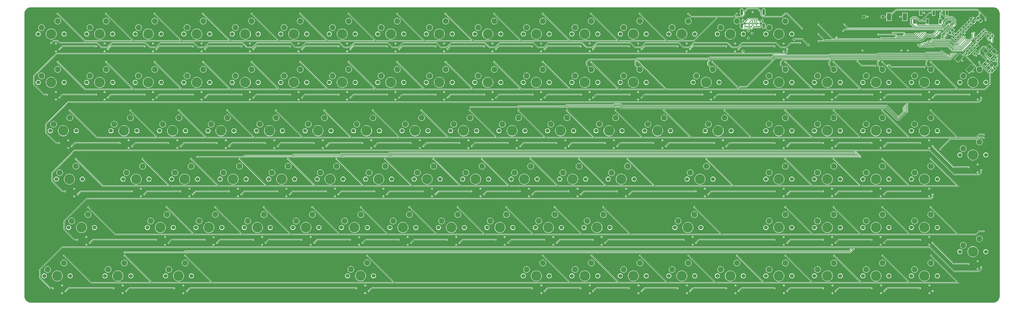
<source format=gbl>
G04*
G04 #@! TF.GenerationSoftware,Altium Limited,CircuitMaker,2.2.1 (2.2.1.6)*
G04*
G04 Layer_Physical_Order=4*
G04 Layer_Color=11436288*
%FSLAX25Y25*%
%MOIN*%
G70*
G04*
G04 #@! TF.SameCoordinates,51275918-D11F-4CD5-9039-D10E8471D0EB*
G04*
G04*
G04 #@! TF.FilePolarity,Positive*
G04*
G01*
G75*
%ADD52C,0.01000*%
G04:AMPARAMS|DCode=54|XSize=82.68mil|YSize=43.31mil|CornerRadius=21.65mil|HoleSize=0mil|Usage=FLASHONLY|Rotation=270.000|XOffset=0mil|YOffset=0mil|HoleType=Round|Shape=RoundedRectangle|*
%AMROUNDEDRECTD54*
21,1,0.08268,0.00000,0,0,270.0*
21,1,0.03937,0.04331,0,0,270.0*
1,1,0.04331,0.00000,-0.01968*
1,1,0.04331,0.00000,0.01968*
1,1,0.04331,0.00000,0.01968*
1,1,0.04331,0.00000,-0.01968*
%
%ADD54ROUNDEDRECTD54*%
G04:AMPARAMS|DCode=55|XSize=102.36mil|YSize=43.31mil|CornerRadius=21.65mil|HoleSize=0mil|Usage=FLASHONLY|Rotation=270.000|XOffset=0mil|YOffset=0mil|HoleType=Round|Shape=RoundedRectangle|*
%AMROUNDEDRECTD55*
21,1,0.10236,0.00000,0,0,270.0*
21,1,0.05905,0.04331,0,0,270.0*
1,1,0.04331,0.00000,-0.02953*
1,1,0.04331,0.00000,0.02953*
1,1,0.04331,0.00000,0.02953*
1,1,0.04331,0.00000,-0.02953*
%
%ADD55ROUNDEDRECTD55*%
%ADD56C,0.15700*%
%ADD57C,0.09000*%
%ADD58C,0.06000*%
%ADD59C,0.01772*%
%ADD60C,0.03150*%
G04:AMPARAMS|DCode=70|XSize=66.93mil|YSize=59.05mil|CornerRadius=0mil|HoleSize=0mil|Usage=FLASHONLY|Rotation=135.000|XOffset=0mil|YOffset=0mil|HoleType=Round|Shape=Rectangle|*
%AMROTATEDRECTD70*
4,1,4,0.04454,-0.00278,0.00278,-0.04454,-0.04454,0.00278,-0.00278,0.04454,0.04454,-0.00278,0.0*
%
%ADD70ROTATEDRECTD70*%

G04:AMPARAMS|DCode=71|XSize=51.18mil|YSize=43.31mil|CornerRadius=0mil|HoleSize=0mil|Usage=FLASHONLY|Rotation=135.000|XOffset=0mil|YOffset=0mil|HoleType=Round|Shape=Rectangle|*
%AMROTATEDRECTD71*
4,1,4,0.03341,-0.00278,0.00278,-0.03341,-0.03341,0.00278,-0.00278,0.03341,0.03341,-0.00278,0.0*
%
%ADD71ROTATEDRECTD71*%

G04:AMPARAMS|DCode=72|XSize=35.43mil|YSize=33.47mil|CornerRadius=0mil|HoleSize=0mil|Usage=FLASHONLY|Rotation=315.000|XOffset=0mil|YOffset=0mil|HoleType=Round|Shape=Rectangle|*
%AMROTATEDRECTD72*
4,1,4,-0.02436,0.00070,-0.00070,0.02436,0.02436,-0.00070,0.00070,-0.02436,-0.02436,0.00070,0.0*
%
%ADD72ROTATEDRECTD72*%

G04:AMPARAMS|DCode=73|XSize=74.8mil|YSize=42.13mil|CornerRadius=0mil|HoleSize=0mil|Usage=FLASHONLY|Rotation=270.000|XOffset=0mil|YOffset=0mil|HoleType=Round|Shape=Octagon|*
%AMOCTAGOND73*
4,1,8,-0.01053,-0.03740,0.01053,-0.03740,0.02106,-0.02687,0.02106,0.02687,0.01053,0.03740,-0.01053,0.03740,-0.02106,0.02687,-0.02106,-0.02687,-0.01053,-0.03740,0.0*
%
%ADD73OCTAGOND73*%

%ADD74R,0.04213X0.07480*%
%ADD75R,0.07087X0.11811*%
%ADD76R,0.04724X0.03937*%
G04:AMPARAMS|DCode=77|XSize=70.87mil|YSize=118.11mil|CornerRadius=0mil|HoleSize=0mil|Usage=FLASHONLY|Rotation=315.000|XOffset=0mil|YOffset=0mil|HoleType=Round|Shape=Rectangle|*
%AMROTATEDRECTD77*
4,1,4,-0.06681,-0.01670,0.01670,0.06681,0.06681,0.01670,-0.01670,-0.06681,-0.06681,-0.01670,0.0*
%
%ADD77ROTATEDRECTD77*%

%ADD78R,0.01181X0.02756*%
G04:AMPARAMS|DCode=79|XSize=35.43mil|YSize=31.5mil|CornerRadius=0mil|HoleSize=0mil|Usage=FLASHONLY|Rotation=315.000|XOffset=0mil|YOffset=0mil|HoleType=Round|Shape=Rectangle|*
%AMROTATEDRECTD79*
4,1,4,-0.02366,0.00139,-0.00139,0.02366,0.02366,-0.00139,0.00139,-0.02366,-0.02366,0.00139,0.0*
%
%ADD79ROTATEDRECTD79*%

G04:AMPARAMS|DCode=80|XSize=35.43mil|YSize=31.5mil|CornerRadius=0mil|HoleSize=0mil|Usage=FLASHONLY|Rotation=225.000|XOffset=0mil|YOffset=0mil|HoleType=Round|Shape=Rectangle|*
%AMROTATEDRECTD80*
4,1,4,0.00139,0.02366,0.02366,0.00139,-0.00139,-0.02366,-0.02366,-0.00139,0.00139,0.02366,0.0*
%
%ADD80ROTATEDRECTD80*%

G04:AMPARAMS|DCode=81|XSize=37.4mil|YSize=39.37mil|CornerRadius=0mil|HoleSize=0mil|Usage=FLASHONLY|Rotation=315.000|XOffset=0mil|YOffset=0mil|HoleType=Round|Shape=Rectangle|*
%AMROTATEDRECTD81*
4,1,4,-0.02714,-0.00070,0.00070,0.02714,0.02714,0.00070,-0.00070,-0.02714,-0.02714,-0.00070,0.0*
%
%ADD81ROTATEDRECTD81*%

G04:AMPARAMS|DCode=82|XSize=35.43mil|YSize=33.47mil|CornerRadius=0mil|HoleSize=0mil|Usage=FLASHONLY|Rotation=225.000|XOffset=0mil|YOffset=0mil|HoleType=Round|Shape=Rectangle|*
%AMROTATEDRECTD82*
4,1,4,0.00070,0.02436,0.02436,0.00070,-0.00070,-0.02436,-0.02436,-0.00070,0.00070,0.02436,0.0*
%
%ADD82ROTATEDRECTD82*%

%ADD83R,0.03937X0.02756*%
G04:AMPARAMS|DCode=84|XSize=39.37mil|YSize=41.34mil|CornerRadius=0mil|HoleSize=0mil|Usage=FLASHONLY|Rotation=135.000|XOffset=0mil|YOffset=0mil|HoleType=Round|Shape=Rectangle|*
%AMROTATEDRECTD84*
4,1,4,0.02854,0.00070,-0.00070,-0.02854,-0.02854,-0.00070,0.00070,0.02854,0.02854,0.00070,0.0*
%
%ADD84ROTATEDRECTD84*%

G04:AMPARAMS|DCode=85|XSize=39.37mil|YSize=41.34mil|CornerRadius=0mil|HoleSize=0mil|Usage=FLASHONLY|Rotation=225.000|XOffset=0mil|YOffset=0mil|HoleType=Round|Shape=Rectangle|*
%AMROTATEDRECTD85*
4,1,4,-0.00070,0.02854,0.02854,-0.00070,0.00070,-0.02854,-0.02854,0.00070,-0.00070,0.02854,0.0*
%
%ADD85ROTATEDRECTD85*%

G36*
X1596854Y556309D02*
X1598674Y555555D01*
X1600312Y554460D01*
X1601704Y553067D01*
X1602799Y551430D01*
X1603553Y549610D01*
X1603937Y547678D01*
Y546693D01*
Y110000D01*
Y109015D01*
X1603553Y107083D01*
X1602799Y105263D01*
X1601704Y103625D01*
X1600312Y102233D01*
X1598674Y101138D01*
X1596854Y100384D01*
X1594922Y100000D01*
X109015D01*
X107083Y100384D01*
X105263Y101138D01*
X103625Y102233D01*
X102233Y103625D01*
X101138Y105263D01*
X100384Y107083D01*
X100000Y109015D01*
Y110000D01*
Y546693D01*
Y547678D01*
X100384Y549610D01*
X101138Y551430D01*
X102233Y553067D01*
X103625Y554460D01*
X105263Y555555D01*
X107083Y556309D01*
X109015Y556693D01*
X1594922D01*
X1596854Y556309D01*
D02*
G37*
%LPC*%
G36*
X1570472Y553776D02*
X1444094D01*
X1443704Y553698D01*
X1443373Y553477D01*
X1437773Y547876D01*
X1437311Y548068D01*
Y548335D01*
X1429224D01*
Y542949D01*
X1426484D01*
Y544398D01*
X1420760D01*
Y539461D01*
X1426484D01*
Y540909D01*
X1429224D01*
Y535524D01*
X1437311D01*
Y544530D01*
X1444517Y551736D01*
X1479638D01*
Y543595D01*
X1484850D01*
Y546815D01*
X1486855D01*
X1487010Y546660D01*
X1487520Y546449D01*
X1488071D01*
X1488580Y546660D01*
X1488970Y547050D01*
X1489181Y547559D01*
Y548110D01*
X1488970Y548620D01*
X1488580Y549010D01*
X1488071Y549221D01*
X1487520D01*
X1487010Y549010D01*
X1486855Y548854D01*
X1484850D01*
Y551736D01*
X1499638D01*
Y548854D01*
X1495350D01*
X1494960Y548777D01*
X1494629Y548556D01*
X1483436Y537362D01*
X1481162D01*
X1476342Y542182D01*
X1476011Y542403D01*
X1475621Y542480D01*
X1469457D01*
X1469067Y542403D01*
X1468736Y542182D01*
X1465889Y539334D01*
X1465668Y539004D01*
X1465591Y538614D01*
Y531465D01*
X1465668Y531075D01*
X1465889Y530744D01*
X1470940Y525694D01*
X1470748Y525232D01*
X1371092D01*
X1366150Y530174D01*
Y530394D01*
X1365939Y530903D01*
X1365549Y531293D01*
X1365039Y531504D01*
X1364488D01*
X1363979Y531293D01*
X1363589Y530903D01*
X1363378Y530394D01*
Y529843D01*
X1363589Y529333D01*
X1363979Y528943D01*
X1364488Y528732D01*
X1364708D01*
X1369676Y523764D01*
X1369469Y523264D01*
X1364764D01*
X1364374Y523186D01*
X1364043Y522965D01*
X1362739Y521661D01*
X1362520D01*
X1362010Y521450D01*
X1361620Y521061D01*
X1361409Y520551D01*
Y520000D01*
X1361620Y519491D01*
X1362010Y519101D01*
X1362520Y518890D01*
X1363071D01*
X1363580Y519101D01*
X1363970Y519491D01*
X1364181Y520000D01*
Y520220D01*
X1365186Y521224D01*
X1504848D01*
X1505182Y520724D01*
X1505110Y520551D01*
Y520332D01*
X1500216Y515437D01*
X1489966D01*
X1489653Y515937D01*
X1489699Y516029D01*
X1489986Y516148D01*
X1490376Y516538D01*
X1490587Y517047D01*
Y517598D01*
X1490376Y518108D01*
X1489986Y518498D01*
X1489476Y518709D01*
X1488925D01*
X1488416Y518498D01*
X1488026Y518108D01*
X1487815Y517598D01*
X1487618Y517469D01*
X1487446Y517514D01*
X1487073Y517707D01*
X1486907Y518108D01*
X1486517Y518498D01*
X1486008Y518709D01*
X1485457D01*
X1484947Y518498D01*
X1484557Y518108D01*
X1484346Y517598D01*
Y517379D01*
X1483776Y516808D01*
X1483276Y517015D01*
Y517225D01*
X1483065Y517734D01*
X1482675Y518124D01*
X1482165Y518335D01*
X1481614D01*
X1481105Y518124D01*
X1480715Y517734D01*
X1480504Y517225D01*
Y517005D01*
X1479839Y516340D01*
X1479339Y516547D01*
Y516756D01*
X1479128Y517265D01*
X1478738Y517655D01*
X1478228Y517866D01*
X1477677D01*
X1477168Y517655D01*
X1476778Y517265D01*
X1476567Y516756D01*
Y516536D01*
X1475799Y515769D01*
X1475375Y516052D01*
X1475484Y516315D01*
Y516866D01*
X1475273Y517375D01*
X1474883Y517765D01*
X1474374Y517976D01*
X1473823D01*
X1473313Y517765D01*
X1472924Y517375D01*
X1472713Y516866D01*
Y516477D01*
X1472282Y516047D01*
X1460001D01*
X1458004Y518044D01*
X1457674Y518265D01*
X1457283Y518342D01*
X1440507D01*
X1440352Y518498D01*
X1439843Y518709D01*
X1439291D01*
X1438782Y518498D01*
X1438392Y518108D01*
X1438181Y517598D01*
Y517047D01*
X1438392Y516538D01*
X1438782Y516148D01*
X1439291Y515937D01*
X1439843D01*
X1440352Y516148D01*
X1440507Y516303D01*
X1456615D01*
X1456662Y516220D01*
X1456350Y515756D01*
X1456024D01*
X1455514Y515545D01*
X1455124Y515155D01*
X1454913Y514646D01*
Y514094D01*
X1455124Y513585D01*
X1455162Y513547D01*
X1454955Y513047D01*
X1447253D01*
X1445209Y515091D01*
X1444878Y515312D01*
X1444488Y515390D01*
X1417869D01*
X1417714Y515545D01*
X1417205Y515756D01*
X1416654D01*
X1416144Y515545D01*
X1415754Y515155D01*
X1415543Y514646D01*
Y514094D01*
X1415754Y513585D01*
X1416144Y513195D01*
X1416654Y512984D01*
X1417205D01*
X1417714Y513195D01*
X1417869Y513350D01*
X1443820D01*
X1443867Y513267D01*
X1443554Y512803D01*
X1443228D01*
X1442719Y512592D01*
X1442329Y512202D01*
X1442118Y511693D01*
Y511142D01*
X1442329Y510632D01*
X1442414Y510547D01*
X1442207Y510047D01*
X1423102D01*
X1423025Y510234D01*
X1422635Y510624D01*
X1422126Y510835D01*
X1421575D01*
X1421065Y510624D01*
X1420675Y510234D01*
X1420465Y509725D01*
Y509173D01*
X1420517Y509047D01*
X1420183Y508547D01*
X1347422D01*
X1325795Y530174D01*
Y530394D01*
X1325584Y530903D01*
X1325194Y531293D01*
X1324685Y531504D01*
X1324134D01*
X1323625Y531293D01*
X1323235Y530903D01*
X1323024Y530394D01*
Y529843D01*
X1323235Y529333D01*
X1323625Y528943D01*
X1324134Y528732D01*
X1324353D01*
X1345577Y507509D01*
X1345385Y507047D01*
X1334355D01*
X1325795Y515607D01*
Y515827D01*
X1325584Y516336D01*
X1325194Y516726D01*
X1324685Y516937D01*
X1324134D01*
X1323625Y516726D01*
X1323235Y516336D01*
X1323024Y515827D01*
Y515275D01*
X1323235Y514766D01*
X1323625Y514376D01*
X1324134Y514165D01*
X1324353D01*
X1332510Y506009D01*
X1332318Y505547D01*
X1325350D01*
X1325194Y505702D01*
X1324685Y505913D01*
X1324134D01*
X1323625Y505702D01*
X1323235Y505313D01*
X1323024Y504803D01*
Y504252D01*
X1323235Y503743D01*
X1323625Y503353D01*
X1324134Y503142D01*
X1324685D01*
X1325194Y503353D01*
X1325350Y503508D01*
X1483858D01*
X1484249Y503586D01*
X1484579Y503807D01*
X1491170Y510398D01*
X1505512D01*
X1505902Y510475D01*
X1506233Y510696D01*
X1512458Y516921D01*
X1512677D01*
X1513187Y517132D01*
X1513576Y517522D01*
X1513787Y518031D01*
Y518583D01*
X1513576Y519092D01*
X1513187Y519482D01*
X1512677Y519693D01*
X1512126D01*
X1511617Y519482D01*
X1511335Y519200D01*
X1510837Y519352D01*
X1510835Y519353D01*
Y519567D01*
X1510624Y520076D01*
X1510234Y520466D01*
X1509725Y520677D01*
X1509173D01*
X1508664Y520466D01*
X1508467Y520269D01*
X1507974Y520406D01*
X1507870Y520762D01*
X1507868Y520811D01*
X1508144Y521224D01*
X1515398D01*
X1515554Y521069D01*
X1516063Y520858D01*
X1516614D01*
X1517124Y521069D01*
X1517513Y521459D01*
X1517724Y521968D01*
Y522520D01*
X1517653Y522693D01*
X1517987Y523193D01*
X1518307D01*
X1518697Y523271D01*
X1519028Y523492D01*
X1525106Y529570D01*
X1525647Y529462D01*
X1525762Y529295D01*
X1525702Y528996D01*
Y527450D01*
X1513649Y515397D01*
X1513428Y515066D01*
X1513350Y514676D01*
Y510389D01*
X1513195Y510234D01*
X1512984Y509725D01*
Y509173D01*
X1513195Y508664D01*
X1513585Y508274D01*
X1514094Y508063D01*
X1514646D01*
X1515155Y508274D01*
X1515545Y508664D01*
X1515756Y509173D01*
Y509725D01*
X1515545Y510234D01*
X1515390Y510389D01*
Y514253D01*
X1519263Y518126D01*
X1519724Y517935D01*
Y515261D01*
X1518251Y513787D01*
X1518031D01*
X1517522Y513576D01*
X1517132Y513187D01*
X1516921Y512677D01*
Y512126D01*
X1517132Y511617D01*
X1517522Y511227D01*
X1517597Y511196D01*
Y510655D01*
X1517522Y510624D01*
X1517132Y510234D01*
X1516921Y509725D01*
Y509173D01*
X1517132Y508664D01*
X1517522Y508274D01*
X1518031Y508063D01*
X1518583D01*
X1519092Y508274D01*
X1519482Y508664D01*
X1519693Y509173D01*
Y509393D01*
X1522965Y512665D01*
X1523186Y512996D01*
X1523264Y513386D01*
Y516648D01*
X1523764Y516855D01*
X1526976Y513643D01*
X1528071Y514737D01*
X1528493Y514314D01*
Y514094D01*
X1528704Y513585D01*
X1529094Y513195D01*
X1529604Y512984D01*
X1530155D01*
X1530664Y513195D01*
X1531054Y513585D01*
X1531265Y514094D01*
Y514646D01*
X1531054Y515155D01*
X1530664Y515545D01*
X1530155Y515756D01*
X1529935D01*
X1529512Y516179D01*
X1530606Y517273D01*
X1527116Y520764D01*
X1524026Y517675D01*
X1523494Y517849D01*
X1523459Y518080D01*
X1529499Y524120D01*
X1530028Y523942D01*
X1530060Y523708D01*
X1527661Y521310D01*
X1531152Y517819D01*
X1534782Y521449D01*
X1532241Y523990D01*
Y524894D01*
X1533127Y525779D01*
X1533346D01*
X1533856Y525990D01*
X1534246Y526380D01*
X1534457Y526890D01*
Y527334D01*
X1534633Y527572D01*
X1534871Y527748D01*
X1535315D01*
X1535824Y527959D01*
X1536214Y528349D01*
X1536425Y528858D01*
Y529152D01*
X1536497Y529259D01*
X1536575Y529650D01*
Y537629D01*
X1536497Y538019D01*
X1536276Y538350D01*
X1532445Y542182D01*
X1532114Y542403D01*
X1531724Y542480D01*
X1520182D01*
X1519554Y543109D01*
X1519533Y543170D01*
X1519775Y543595D01*
X1520081Y543595D01*
X1524850D01*
Y551736D01*
X1570050D01*
X1573216Y548571D01*
X1572933Y548147D01*
X1572717Y548236D01*
X1572165D01*
X1571656Y548025D01*
X1571266Y547635D01*
X1571055Y547126D01*
Y546575D01*
X1571266Y546065D01*
X1571421Y545910D01*
Y543210D01*
X1570921Y543003D01*
X1570283Y543641D01*
X1566792Y540150D01*
X1569556Y537386D01*
X1569365Y536924D01*
X1567856D01*
X1567710Y537276D01*
X1567320Y537666D01*
X1566811Y537877D01*
X1566260D01*
X1565750Y537666D01*
X1565361Y537276D01*
X1565150Y536766D01*
Y536686D01*
X1564697Y536431D01*
X1563911Y537218D01*
X1560420Y533727D01*
X1560888Y533259D01*
X1560302Y532674D01*
X1559556Y533420D01*
X1556344Y530207D01*
X1557090Y529461D01*
X1556365Y528737D01*
X1555619Y529483D01*
X1552407Y526270D01*
X1553153Y525524D01*
X1552428Y524800D01*
X1551682Y525546D01*
X1548470Y522333D01*
X1551404Y519399D01*
X1554617Y522612D01*
X1553870Y523358D01*
X1554595Y524082D01*
X1555341Y523336D01*
X1558554Y526549D01*
X1557807Y527295D01*
X1558532Y528019D01*
X1559278Y527273D01*
X1562490Y530486D01*
X1561744Y531232D01*
X1562330Y531817D01*
X1563772Y530375D01*
X1567263Y533866D01*
X1566663Y534466D01*
X1566909Y534927D01*
X1567122Y534885D01*
X1572058D01*
X1574599Y532344D01*
X1578090Y535835D01*
X1574459Y539465D01*
X1571942Y536948D01*
X1571539Y536989D01*
X1571356Y537453D01*
X1573914Y540010D01*
X1572820Y541105D01*
X1573162Y541447D01*
X1573383Y541778D01*
X1573460Y542168D01*
Y545910D01*
X1573616Y546065D01*
X1573827Y546575D01*
Y547126D01*
X1573737Y547342D01*
X1574161Y547625D01*
X1581264Y540522D01*
Y537948D01*
X1581109Y537793D01*
X1580898Y537284D01*
Y536732D01*
X1581109Y536223D01*
X1581499Y535833D01*
X1582008Y535622D01*
X1582559D01*
X1583068Y535833D01*
X1583458Y536223D01*
X1583669Y536732D01*
Y537284D01*
X1583458Y537793D01*
X1583303Y537948D01*
Y540945D01*
X1583225Y541335D01*
X1583004Y541666D01*
X1571193Y553477D01*
X1570863Y553698D01*
X1570472Y553776D01*
D02*
G37*
G36*
X1223307Y550795D02*
X1222756D01*
X1222246Y550584D01*
X1221857Y550194D01*
X1221646Y549685D01*
Y549134D01*
X1221857Y548624D01*
X1222246Y548235D01*
X1222756Y548024D01*
X1223307D01*
X1223816Y548235D01*
X1224206Y548624D01*
X1224417Y549134D01*
Y549685D01*
X1224206Y550194D01*
X1223816Y550584D01*
X1223307Y550795D01*
D02*
G37*
G36*
X1230906Y555744D02*
X1215158D01*
X1214767Y555666D01*
X1214437Y555445D01*
X1209515Y550524D01*
X1209294Y550193D01*
X1209217Y549803D01*
Y545304D01*
X1208883Y544971D01*
X1208459Y545254D01*
X1208620Y545643D01*
X1208712Y546339D01*
Y552244D01*
X1208620Y552940D01*
X1208352Y553588D01*
X1207925Y554145D01*
X1207368Y554572D01*
X1206719Y554841D01*
X1206024Y554932D01*
X1205328Y554841D01*
X1204679Y554572D01*
X1204123Y554145D01*
X1203695Y553588D01*
X1203427Y552940D01*
X1203335Y552244D01*
Y546339D01*
X1203427Y545643D01*
X1203695Y544994D01*
X1204123Y544438D01*
X1204679Y544010D01*
X1205328Y543742D01*
X1206024Y543650D01*
X1206719Y543742D01*
X1207108Y543903D01*
X1207391Y543479D01*
X1206861Y542949D01*
X1196619D01*
X1196427Y543411D01*
X1198481Y545465D01*
X1198701D01*
X1199210Y545676D01*
X1199600Y546065D01*
X1199811Y546575D01*
Y547126D01*
X1199600Y547635D01*
X1199210Y548025D01*
X1198701Y548236D01*
X1198149D01*
X1197640Y548025D01*
X1197250Y547635D01*
X1197039Y547126D01*
Y546907D01*
X1193082Y542949D01*
X1128966D01*
X1125008Y546907D01*
Y547126D01*
X1124797Y547635D01*
X1124407Y548025D01*
X1123898Y548236D01*
X1123346D01*
X1122837Y548025D01*
X1122447Y547635D01*
X1122236Y547126D01*
Y546575D01*
X1122447Y546065D01*
X1122837Y545676D01*
X1123346Y545465D01*
X1123566D01*
X1127822Y541208D01*
X1128153Y540987D01*
X1128543Y540909D01*
X1166767D01*
X1166958Y540448D01*
X1132058Y505547D01*
X1091564D01*
X1050205Y546907D01*
Y547126D01*
X1049994Y547635D01*
X1049604Y548025D01*
X1049095Y548236D01*
X1048543D01*
X1048034Y548025D01*
X1047644Y547635D01*
X1047433Y547126D01*
Y546575D01*
X1047644Y546065D01*
X1048034Y545676D01*
X1048543Y545465D01*
X1048763D01*
X1088218Y506009D01*
X1088027Y505547D01*
X1016761D01*
X975402Y546907D01*
Y547126D01*
X975191Y547635D01*
X974801Y548025D01*
X974291Y548236D01*
X973740D01*
X973231Y548025D01*
X972841Y547635D01*
X972630Y547126D01*
Y546575D01*
X972841Y546065D01*
X973231Y545676D01*
X973740Y545465D01*
X973960D01*
X1013415Y506009D01*
X1013224Y505547D01*
X941958D01*
X900598Y546907D01*
Y547126D01*
X900387Y547635D01*
X899998Y548025D01*
X899488Y548236D01*
X898937D01*
X898428Y548025D01*
X898038Y547635D01*
X897827Y547126D01*
Y546575D01*
X898038Y546065D01*
X898428Y545676D01*
X898937Y545465D01*
X899156D01*
X938612Y506009D01*
X938421Y505547D01*
X867155D01*
X825795Y546907D01*
Y547126D01*
X825584Y547635D01*
X825194Y548025D01*
X824685Y548236D01*
X824134D01*
X823625Y548025D01*
X823235Y547635D01*
X823024Y547126D01*
Y546575D01*
X823235Y546065D01*
X823625Y545676D01*
X824134Y545465D01*
X824353D01*
X863809Y506009D01*
X863618Y505547D01*
X792351D01*
X750992Y546907D01*
Y547126D01*
X750781Y547635D01*
X750391Y548025D01*
X749882Y548236D01*
X749331D01*
X748821Y548025D01*
X748431Y547635D01*
X748220Y547126D01*
Y546575D01*
X748431Y546065D01*
X748821Y545676D01*
X749331Y545465D01*
X749550D01*
X789006Y506009D01*
X788814Y505547D01*
X717548D01*
X676189Y546907D01*
Y547126D01*
X675978Y547635D01*
X675588Y548025D01*
X675079Y548236D01*
X674528D01*
X674018Y548025D01*
X673628Y547635D01*
X673417Y547126D01*
Y546575D01*
X673628Y546065D01*
X674018Y545676D01*
X674528Y545465D01*
X674747D01*
X714202Y506009D01*
X714011Y505547D01*
X642745D01*
X601386Y546907D01*
Y547126D01*
X601175Y547635D01*
X600785Y548025D01*
X600276Y548236D01*
X599724D01*
X599215Y548025D01*
X598825Y547635D01*
X598614Y547126D01*
Y546575D01*
X598825Y546065D01*
X599215Y545676D01*
X599724Y545465D01*
X599944D01*
X639399Y506009D01*
X639208Y505547D01*
X567942D01*
X526583Y546907D01*
Y547126D01*
X526372Y547635D01*
X525982Y548025D01*
X525472Y548236D01*
X524921D01*
X524412Y548025D01*
X524022Y547635D01*
X523811Y547126D01*
Y546575D01*
X524022Y546065D01*
X524412Y545676D01*
X524921Y545465D01*
X525141D01*
X564596Y506009D01*
X564405Y505547D01*
X493139D01*
X451780Y546907D01*
Y547126D01*
X451569Y547635D01*
X451179Y548025D01*
X450669Y548236D01*
X450118D01*
X449609Y548025D01*
X449219Y547635D01*
X449008Y547126D01*
Y546575D01*
X449219Y546065D01*
X449609Y545676D01*
X450118Y545465D01*
X450338D01*
X489793Y506009D01*
X489602Y505547D01*
X418336D01*
X376976Y546907D01*
Y547126D01*
X376765Y547635D01*
X376376Y548025D01*
X375866Y548236D01*
X375315D01*
X374805Y548025D01*
X374416Y547635D01*
X374205Y547126D01*
Y546575D01*
X374416Y546065D01*
X374805Y545676D01*
X375315Y545465D01*
X375535D01*
X414990Y506009D01*
X414799Y505547D01*
X343533D01*
X302173Y546907D01*
Y547126D01*
X301962Y547635D01*
X301572Y548025D01*
X301063Y548236D01*
X300512D01*
X300002Y548025D01*
X299613Y547635D01*
X299402Y547126D01*
Y546575D01*
X299613Y546065D01*
X300002Y545676D01*
X300512Y545465D01*
X300731D01*
X340187Y506009D01*
X339995Y505547D01*
X268729D01*
X227370Y546907D01*
Y547126D01*
X227159Y547635D01*
X226769Y548025D01*
X226260Y548236D01*
X225709D01*
X225199Y548025D01*
X224809Y547635D01*
X224598Y547126D01*
Y546575D01*
X224809Y546065D01*
X225199Y545676D01*
X225709Y545465D01*
X225928D01*
X265384Y506009D01*
X265192Y505547D01*
X193926D01*
X152567Y546907D01*
Y547126D01*
X152356Y547635D01*
X151966Y548025D01*
X151457Y548236D01*
X150905D01*
X150396Y548025D01*
X150006Y547635D01*
X149795Y547126D01*
Y546575D01*
X150006Y546065D01*
X150396Y545676D01*
X150905Y545465D01*
X151125D01*
X192783Y503807D01*
X193114Y503586D01*
X193504Y503508D01*
X1132480D01*
X1132870Y503586D01*
X1133201Y503807D01*
X1170304Y540909D01*
X1207283D01*
X1207674Y540987D01*
X1208004Y541208D01*
X1210957Y544161D01*
X1211178Y544492D01*
X1211256Y544882D01*
Y549381D01*
X1215580Y553705D01*
X1230483D01*
X1234807Y549381D01*
Y544882D01*
X1234885Y544492D01*
X1235106Y544161D01*
X1238059Y541208D01*
X1238389Y540987D01*
X1238780Y540909D01*
X1268307D01*
X1268697Y540987D01*
X1269028Y541208D01*
X1273284Y545465D01*
X1273504D01*
X1274013Y545676D01*
X1274169Y545831D01*
X1275759D01*
X1297433Y524157D01*
Y523937D01*
X1297644Y523428D01*
X1298034Y523038D01*
X1298543Y522827D01*
X1299095D01*
X1299604Y523038D01*
X1299994Y523428D01*
X1300205Y523937D01*
Y524488D01*
X1299994Y524998D01*
X1299604Y525387D01*
X1299095Y525598D01*
X1298875D01*
X1276902Y547571D01*
X1276571Y547792D01*
X1276181Y547870D01*
X1274169D01*
X1274013Y548025D01*
X1273504Y548236D01*
X1272953D01*
X1272443Y548025D01*
X1272054Y547635D01*
X1271842Y547126D01*
Y546907D01*
X1267885Y542949D01*
X1239202D01*
X1238672Y543479D01*
X1238955Y543903D01*
X1239344Y543742D01*
X1240039Y543650D01*
X1240735Y543742D01*
X1241383Y544010D01*
X1241940Y544438D01*
X1242367Y544994D01*
X1242636Y545643D01*
X1242728Y546339D01*
Y552244D01*
X1242636Y552940D01*
X1242367Y553588D01*
X1241940Y554145D01*
X1241383Y554572D01*
X1240735Y554841D01*
X1240039Y554932D01*
X1239344Y554841D01*
X1238695Y554572D01*
X1238138Y554145D01*
X1237711Y553588D01*
X1237443Y552940D01*
X1237351Y552244D01*
Y546339D01*
X1237443Y545643D01*
X1237604Y545254D01*
X1237180Y544971D01*
X1236846Y545304D01*
Y549803D01*
X1236769Y550193D01*
X1236548Y550524D01*
X1231627Y555445D01*
X1231296Y555666D01*
X1230906Y555744D01*
D02*
G37*
G36*
X1461720Y548335D02*
X1453634D01*
Y542949D01*
X1451334D01*
X1451179Y543104D01*
X1450669Y543315D01*
X1450118D01*
X1449609Y543104D01*
X1449219Y542714D01*
X1449008Y542205D01*
Y541653D01*
X1449219Y541144D01*
X1449609Y540754D01*
X1450118Y540543D01*
X1450669D01*
X1451179Y540754D01*
X1451334Y540909D01*
X1453634D01*
Y535524D01*
X1461720D01*
Y548335D01*
D02*
G37*
G36*
X1563480Y541725D02*
X1562928D01*
X1562419Y541514D01*
X1562264Y541359D01*
X1561476D01*
X1561086Y541281D01*
X1560755Y541060D01*
X1560412Y540717D01*
X1559457Y541672D01*
X1555966Y538181D01*
X1557408Y536739D01*
X1556823Y536154D01*
X1556076Y536900D01*
X1552864Y533687D01*
X1553610Y532941D01*
X1552886Y532217D01*
X1552139Y532963D01*
X1548927Y529750D01*
X1549673Y529004D01*
X1548949Y528280D01*
X1548202Y529026D01*
X1544990Y525813D01*
X1547924Y522879D01*
X1551137Y526092D01*
X1550391Y526838D01*
X1551115Y527562D01*
X1551861Y526816D01*
X1555074Y530029D01*
X1554327Y530775D01*
X1555052Y531499D01*
X1555798Y530753D01*
X1559011Y533966D01*
X1558265Y534712D01*
X1558850Y535297D01*
X1559317Y534829D01*
X1562809Y538320D01*
X1562567Y538562D01*
X1562850Y538986D01*
X1562928Y538953D01*
X1563480D01*
X1563989Y539164D01*
X1564379Y539554D01*
X1564590Y540064D01*
Y540615D01*
X1564379Y541124D01*
X1563989Y541514D01*
X1563480Y541725D01*
D02*
G37*
G36*
X1397350Y544398D02*
X1391626D01*
Y539461D01*
X1397350D01*
Y540909D01*
X1399257D01*
X1399412Y540754D01*
X1399921Y540543D01*
X1400473D01*
X1400982Y540754D01*
X1401372Y541144D01*
X1401583Y541653D01*
Y542205D01*
X1401372Y542714D01*
X1400982Y543104D01*
X1400473Y543315D01*
X1399921D01*
X1399412Y543104D01*
X1399257Y542949D01*
X1397350D01*
Y544398D01*
D02*
G37*
G36*
X1229921Y539996D02*
X1216142D01*
X1215752Y539918D01*
X1215421Y539697D01*
X1210565Y534842D01*
X1210141Y535125D01*
X1210343Y535611D01*
Y536436D01*
X1210027Y537199D01*
X1209443Y537782D01*
X1208680Y538098D01*
X1207855D01*
X1207092Y537782D01*
X1206509Y537199D01*
X1206193Y536436D01*
Y535611D01*
X1206509Y534848D01*
X1207092Y534265D01*
X1207259Y534196D01*
X1207326Y533862D01*
X1207547Y533531D01*
X1208304Y532773D01*
X1208269Y532322D01*
X1207816Y532142D01*
X1207368Y532486D01*
X1206719Y532754D01*
X1206024Y532846D01*
X1205328Y532754D01*
X1204679Y532486D01*
X1204123Y532058D01*
X1203695Y531502D01*
X1203427Y530853D01*
X1203335Y530158D01*
Y526221D01*
X1203427Y525525D01*
X1203695Y524876D01*
X1204123Y524320D01*
X1204679Y523892D01*
X1205328Y523624D01*
X1206024Y523532D01*
X1206719Y523624D01*
X1207368Y523892D01*
X1207541Y524025D01*
X1207951Y523710D01*
X1207866Y523504D01*
Y522953D01*
X1208077Y522443D01*
X1208467Y522053D01*
X1208976Y521842D01*
X1209528D01*
X1210037Y522053D01*
X1210192Y522209D01*
X1214434D01*
X1214641Y521709D01*
X1214383Y521451D01*
X1214067Y520688D01*
Y519863D01*
X1214383Y519100D01*
X1214966Y518517D01*
X1215729Y518201D01*
X1216554D01*
X1217317Y518517D01*
X1217901Y519100D01*
X1218217Y519863D01*
Y520688D01*
X1217901Y521451D01*
X1217317Y522035D01*
X1217123Y522115D01*
X1217044Y522689D01*
X1217802Y523447D01*
X1217953Y523492D01*
X1218268D01*
X1218418Y523447D01*
X1218693Y523172D01*
Y522953D01*
X1218904Y522443D01*
X1219294Y522053D01*
X1219803Y521842D01*
X1220354D01*
X1220864Y522053D01*
X1221254Y522443D01*
X1221465Y522953D01*
Y523166D01*
X1221467Y523168D01*
X1221965Y523320D01*
X1222246Y523038D01*
X1222756Y522827D01*
X1223307D01*
X1223816Y523038D01*
X1224206Y523428D01*
X1224417Y523937D01*
Y524157D01*
X1224958Y524697D01*
X1235933D01*
Y528453D01*
X1235862D01*
Y529815D01*
X1236971D01*
X1237351Y529435D01*
Y526221D01*
X1237443Y525525D01*
X1237711Y524876D01*
X1238138Y524320D01*
X1238695Y523892D01*
X1239344Y523624D01*
X1240039Y523532D01*
X1240735Y523624D01*
X1241383Y523892D01*
X1241940Y524320D01*
X1242367Y524876D01*
X1242636Y525525D01*
X1242728Y526221D01*
Y530158D01*
X1242636Y530853D01*
X1242367Y531502D01*
X1241940Y532058D01*
X1241383Y532486D01*
X1240735Y532754D01*
X1240039Y532846D01*
X1239344Y532754D01*
X1238695Y532486D01*
X1238247Y532142D01*
X1237794Y532322D01*
X1237759Y532773D01*
X1238516Y533531D01*
X1238737Y533862D01*
X1238804Y534196D01*
X1238971Y534265D01*
X1239554Y534848D01*
X1239870Y535611D01*
Y536436D01*
X1239554Y537199D01*
X1238971Y537782D01*
X1238208Y538098D01*
X1237383D01*
X1236620Y537782D01*
X1236036Y537199D01*
X1235721Y536436D01*
Y535611D01*
X1235922Y535125D01*
X1235498Y534842D01*
X1230642Y539697D01*
X1230311Y539918D01*
X1229921Y539996D01*
D02*
G37*
G36*
X1274044Y540354D02*
X1272728D01*
X1271456Y540014D01*
X1270316Y539355D01*
X1269385Y538424D01*
X1268727Y537284D01*
X1268386Y536013D01*
Y534696D01*
X1268727Y533424D01*
X1269385Y532284D01*
X1270316Y531353D01*
X1271456Y530695D01*
X1272728Y530354D01*
X1274044D01*
X1275316Y530695D01*
X1276456Y531353D01*
X1277387Y532284D01*
X1278045Y533424D01*
X1278386Y534696D01*
Y536013D01*
X1278045Y537284D01*
X1277387Y538424D01*
X1276456Y539355D01*
X1275316Y540014D01*
X1274044Y540354D01*
D02*
G37*
G36*
X1199241D02*
X1197924D01*
X1196653Y540014D01*
X1195513Y539355D01*
X1194582Y538424D01*
X1193923Y537284D01*
X1193583Y536013D01*
Y534696D01*
X1193923Y533424D01*
X1194582Y532284D01*
X1195513Y531353D01*
X1196653Y530695D01*
X1197924Y530354D01*
X1199241D01*
X1200513Y530695D01*
X1201653Y531353D01*
X1202584Y532284D01*
X1203242Y533424D01*
X1203583Y534696D01*
Y536013D01*
X1203242Y537284D01*
X1202584Y538424D01*
X1201653Y539355D01*
X1200513Y540014D01*
X1199241Y540354D01*
D02*
G37*
G36*
X1124438D02*
X1123121D01*
X1121850Y540014D01*
X1120710Y539355D01*
X1119779Y538424D01*
X1119120Y537284D01*
X1118779Y536013D01*
Y534696D01*
X1119120Y533424D01*
X1119779Y532284D01*
X1120710Y531353D01*
X1121850Y530695D01*
X1123121Y530354D01*
X1124438D01*
X1125710Y530695D01*
X1126850Y531353D01*
X1127781Y532284D01*
X1128439Y533424D01*
X1128780Y534696D01*
Y536013D01*
X1128439Y537284D01*
X1127781Y538424D01*
X1126850Y539355D01*
X1125710Y540014D01*
X1124438Y540354D01*
D02*
G37*
G36*
X1049635D02*
X1048318D01*
X1047046Y540014D01*
X1045906Y539355D01*
X1044975Y538424D01*
X1044317Y537284D01*
X1043976Y536013D01*
Y534696D01*
X1044317Y533424D01*
X1044975Y532284D01*
X1045906Y531353D01*
X1047046Y530695D01*
X1048318Y530354D01*
X1049635D01*
X1050906Y530695D01*
X1052046Y531353D01*
X1052977Y532284D01*
X1053636Y533424D01*
X1053976Y534696D01*
Y536013D01*
X1053636Y537284D01*
X1052977Y538424D01*
X1052046Y539355D01*
X1050906Y540014D01*
X1049635Y540354D01*
D02*
G37*
G36*
X974831D02*
X973515D01*
X972243Y540014D01*
X971103Y539355D01*
X970172Y538424D01*
X969514Y537284D01*
X969173Y536013D01*
Y534696D01*
X969514Y533424D01*
X970172Y532284D01*
X971103Y531353D01*
X972243Y530695D01*
X973515Y530354D01*
X974831D01*
X976103Y530695D01*
X977243Y531353D01*
X978174Y532284D01*
X978833Y533424D01*
X979173Y534696D01*
Y536013D01*
X978833Y537284D01*
X978174Y538424D01*
X977243Y539355D01*
X976103Y540014D01*
X974831Y540354D01*
D02*
G37*
G36*
X900028D02*
X898712D01*
X897440Y540014D01*
X896300Y539355D01*
X895369Y538424D01*
X894711Y537284D01*
X894370Y536013D01*
Y534696D01*
X894711Y533424D01*
X895369Y532284D01*
X896300Y531353D01*
X897440Y530695D01*
X898712Y530354D01*
X900028D01*
X901300Y530695D01*
X902440Y531353D01*
X903371Y532284D01*
X904029Y533424D01*
X904370Y534696D01*
Y536013D01*
X904029Y537284D01*
X903371Y538424D01*
X902440Y539355D01*
X901300Y540014D01*
X900028Y540354D01*
D02*
G37*
G36*
X825225D02*
X823909D01*
X822637Y540014D01*
X821497Y539355D01*
X820566Y538424D01*
X819908Y537284D01*
X819567Y536013D01*
Y534696D01*
X819908Y533424D01*
X820566Y532284D01*
X821497Y531353D01*
X822637Y530695D01*
X823909Y530354D01*
X825225D01*
X826497Y530695D01*
X827637Y531353D01*
X828568Y532284D01*
X829226Y533424D01*
X829567Y534696D01*
Y536013D01*
X829226Y537284D01*
X828568Y538424D01*
X827637Y539355D01*
X826497Y540014D01*
X825225Y540354D01*
D02*
G37*
G36*
X750422D02*
X749106D01*
X747834Y540014D01*
X746694Y539355D01*
X745763Y538424D01*
X745105Y537284D01*
X744764Y536013D01*
Y534696D01*
X745105Y533424D01*
X745763Y532284D01*
X746694Y531353D01*
X747834Y530695D01*
X749106Y530354D01*
X750422D01*
X751694Y530695D01*
X752834Y531353D01*
X753765Y532284D01*
X754423Y533424D01*
X754764Y534696D01*
Y536013D01*
X754423Y537284D01*
X753765Y538424D01*
X752834Y539355D01*
X751694Y540014D01*
X750422Y540354D01*
D02*
G37*
G36*
X675619D02*
X674302D01*
X673031Y540014D01*
X671891Y539355D01*
X670960Y538424D01*
X670301Y537284D01*
X669961Y536013D01*
Y534696D01*
X670301Y533424D01*
X670960Y532284D01*
X671891Y531353D01*
X673031Y530695D01*
X674302Y530354D01*
X675619D01*
X676891Y530695D01*
X678031Y531353D01*
X678962Y532284D01*
X679620Y533424D01*
X679961Y534696D01*
Y536013D01*
X679620Y537284D01*
X678962Y538424D01*
X678031Y539355D01*
X676891Y540014D01*
X675619Y540354D01*
D02*
G37*
G36*
X600816D02*
X599499D01*
X598228Y540014D01*
X597087Y539355D01*
X596157Y538424D01*
X595498Y537284D01*
X595157Y536013D01*
Y534696D01*
X595498Y533424D01*
X596157Y532284D01*
X597087Y531353D01*
X598228Y530695D01*
X599499Y530354D01*
X600816D01*
X602087Y530695D01*
X603228Y531353D01*
X604158Y532284D01*
X604817Y533424D01*
X605158Y534696D01*
Y536013D01*
X604817Y537284D01*
X604158Y538424D01*
X603228Y539355D01*
X602087Y540014D01*
X600816Y540354D01*
D02*
G37*
G36*
X526013D02*
X524696D01*
X523424Y540014D01*
X522284Y539355D01*
X521353Y538424D01*
X520695Y537284D01*
X520354Y536013D01*
Y534696D01*
X520695Y533424D01*
X521353Y532284D01*
X522284Y531353D01*
X523424Y530695D01*
X524696Y530354D01*
X526013D01*
X527284Y530695D01*
X528424Y531353D01*
X529355Y532284D01*
X530014Y533424D01*
X530354Y534696D01*
Y536013D01*
X530014Y537284D01*
X529355Y538424D01*
X528424Y539355D01*
X527284Y540014D01*
X526013Y540354D01*
D02*
G37*
G36*
X451209D02*
X449893D01*
X448621Y540014D01*
X447481Y539355D01*
X446550Y538424D01*
X445892Y537284D01*
X445551Y536013D01*
Y534696D01*
X445892Y533424D01*
X446550Y532284D01*
X447481Y531353D01*
X448621Y530695D01*
X449893Y530354D01*
X451209D01*
X452481Y530695D01*
X453621Y531353D01*
X454552Y532284D01*
X455210Y533424D01*
X455551Y534696D01*
Y536013D01*
X455210Y537284D01*
X454552Y538424D01*
X453621Y539355D01*
X452481Y540014D01*
X451209Y540354D01*
D02*
G37*
G36*
X376406D02*
X375090D01*
X373818Y540014D01*
X372678Y539355D01*
X371747Y538424D01*
X371089Y537284D01*
X370748Y536013D01*
Y534696D01*
X371089Y533424D01*
X371747Y532284D01*
X372678Y531353D01*
X373818Y530695D01*
X375090Y530354D01*
X376406D01*
X377678Y530695D01*
X378818Y531353D01*
X379749Y532284D01*
X380407Y533424D01*
X380748Y534696D01*
Y536013D01*
X380407Y537284D01*
X379749Y538424D01*
X378818Y539355D01*
X377678Y540014D01*
X376406Y540354D01*
D02*
G37*
G36*
X301603D02*
X300287D01*
X299015Y540014D01*
X297875Y539355D01*
X296944Y538424D01*
X296286Y537284D01*
X295945Y536013D01*
Y534696D01*
X296286Y533424D01*
X296944Y532284D01*
X297875Y531353D01*
X299015Y530695D01*
X300287Y530354D01*
X301603D01*
X302875Y530695D01*
X304015Y531353D01*
X304946Y532284D01*
X305604Y533424D01*
X305945Y534696D01*
Y536013D01*
X305604Y537284D01*
X304946Y538424D01*
X304015Y539355D01*
X302875Y540014D01*
X301603Y540354D01*
D02*
G37*
G36*
X226800D02*
X225483D01*
X224212Y540014D01*
X223072Y539355D01*
X222141Y538424D01*
X221482Y537284D01*
X221142Y536013D01*
Y534696D01*
X221482Y533424D01*
X222141Y532284D01*
X223072Y531353D01*
X224212Y530695D01*
X225483Y530354D01*
X226800D01*
X228072Y530695D01*
X229212Y531353D01*
X230143Y532284D01*
X230801Y533424D01*
X231142Y534696D01*
Y536013D01*
X230801Y537284D01*
X230143Y538424D01*
X229212Y539355D01*
X228072Y540014D01*
X226800Y540354D01*
D02*
G37*
G36*
X151997D02*
X150680D01*
X149409Y540014D01*
X148268Y539355D01*
X147338Y538424D01*
X146679Y537284D01*
X146339Y536013D01*
Y534696D01*
X146679Y533424D01*
X147338Y532284D01*
X148268Y531353D01*
X149409Y530695D01*
X150680Y530354D01*
X151997D01*
X153269Y530695D01*
X154409Y531353D01*
X155340Y532284D01*
X155998Y533424D01*
X156339Y534696D01*
Y536013D01*
X155998Y537284D01*
X155340Y538424D01*
X154409Y539355D01*
X153269Y540014D01*
X151997Y540354D01*
D02*
G37*
G36*
X1581575Y523630D02*
X1581024D01*
X1580514Y523419D01*
X1580124Y523029D01*
X1579945Y522597D01*
X1579645Y522467D01*
X1579413Y522421D01*
X1578714Y523120D01*
X1575502Y519908D01*
X1576248Y519162D01*
X1575523Y518437D01*
X1574777Y519183D01*
X1571565Y515971D01*
X1572311Y515225D01*
X1571586Y514500D01*
X1570840Y515246D01*
X1567628Y512034D01*
X1568374Y511288D01*
X1567649Y510563D01*
X1566903Y511309D01*
X1566086Y510493D01*
X1565586Y510700D01*
Y516383D01*
X1565742Y516538D01*
X1565953Y517047D01*
Y517598D01*
X1565742Y518108D01*
X1565352Y518498D01*
X1564843Y518709D01*
X1564291D01*
X1563782Y518498D01*
X1563392Y518108D01*
X1563181Y517598D01*
Y517385D01*
X1563179Y517383D01*
X1562681Y517232D01*
X1562399Y517513D01*
X1561890Y517724D01*
X1561339D01*
X1560829Y517513D01*
X1560439Y517124D01*
X1560228Y516614D01*
Y516063D01*
X1560439Y515554D01*
X1560595Y515398D01*
Y510855D01*
X1556572Y506833D01*
X1556021Y506988D01*
X1555899Y507281D01*
X1555509Y507671D01*
X1555000Y507882D01*
X1554449D01*
X1553939Y507671D01*
X1553550Y507281D01*
X1553519Y507206D01*
X1552977D01*
X1552946Y507281D01*
X1552557Y507671D01*
X1552047Y507882D01*
X1551603D01*
X1551365Y508058D01*
X1551189Y508296D01*
Y508740D01*
X1550978Y509250D01*
X1550588Y509639D01*
X1550513Y509670D01*
Y510212D01*
X1550588Y510243D01*
X1550978Y510632D01*
X1551189Y511142D01*
Y511693D01*
X1550978Y512202D01*
X1550588Y512592D01*
X1550079Y512803D01*
X1549527D01*
X1549018Y512592D01*
X1548628Y512202D01*
X1548597Y512128D01*
X1548056D01*
X1548025Y512202D01*
X1547635Y512592D01*
X1547126Y512803D01*
X1546575D01*
X1546065Y512592D01*
X1545675Y512202D01*
X1545465Y511693D01*
Y511473D01*
X1536586Y502594D01*
X1534477D01*
X1529855Y507217D01*
X1529524Y507438D01*
X1529134Y507516D01*
X1501997D01*
X1501976Y507536D01*
Y507756D01*
X1501765Y508265D01*
X1501375Y508655D01*
X1500866Y508866D01*
X1500315D01*
X1499806Y508655D01*
X1499416Y508265D01*
X1499205Y507756D01*
Y507205D01*
X1499416Y506695D01*
X1499595Y506516D01*
X1499388Y506016D01*
X1498578D01*
X1498423Y506171D01*
X1497913Y506382D01*
X1497362D01*
X1496853Y506171D01*
X1496463Y505781D01*
X1496252Y505272D01*
Y504720D01*
X1496418Y504319D01*
X1496284Y503933D01*
X1496186Y503781D01*
X1495926Y503744D01*
X1495087Y504584D01*
Y504803D01*
X1494876Y505313D01*
X1494486Y505702D01*
X1493976Y505913D01*
X1493425D01*
X1492916Y505702D01*
X1492526Y505313D01*
X1492315Y504803D01*
Y504252D01*
X1492373Y504112D01*
X1492110Y503702D01*
X1491599Y503668D01*
X1491533Y503734D01*
X1491024Y503945D01*
X1490472D01*
X1489963Y503734D01*
X1489573Y503344D01*
X1489362Y502835D01*
Y502621D01*
X1489360Y502620D01*
X1488862Y502468D01*
X1488580Y502750D01*
X1488071Y502961D01*
X1487520D01*
X1487010Y502750D01*
X1486620Y502360D01*
X1486409Y501851D01*
Y501637D01*
X1486408Y501636D01*
X1485909Y501483D01*
X1485627Y501765D01*
X1485118Y501976D01*
X1484567D01*
X1484058Y501765D01*
X1483668Y501376D01*
X1483457Y500866D01*
Y500653D01*
X1483455Y500651D01*
X1482957Y500499D01*
X1482675Y500781D01*
X1482165Y500992D01*
X1481614D01*
X1481105Y500781D01*
X1480715Y500391D01*
X1480504Y499882D01*
Y499331D01*
X1480715Y498821D01*
X1481105Y498431D01*
X1481614Y498220D01*
X1481834D01*
X1482482Y497572D01*
X1482291Y497110D01*
X1480907D01*
X1479339Y498678D01*
Y498898D01*
X1479128Y499407D01*
X1478738Y499797D01*
X1478228Y500008D01*
X1477677D01*
X1477168Y499797D01*
X1476778Y499407D01*
X1476567Y498898D01*
Y498346D01*
X1476778Y497837D01*
X1477168Y497447D01*
X1477677Y497236D01*
X1477897D01*
X1479763Y495370D01*
X1480094Y495149D01*
X1480484Y495071D01*
X1490430D01*
X1491163Y494338D01*
X1491494Y494117D01*
X1491884Y494039D01*
X1502713D01*
X1503103Y494117D01*
X1503434Y494338D01*
X1504072Y494977D01*
X1524142D01*
X1531060Y488059D01*
X1531391Y487838D01*
X1531781Y487760D01*
X1546850D01*
X1547241Y487838D01*
X1547571Y488059D01*
X1560686Y501173D01*
X1560906D01*
X1561415Y501384D01*
X1561805Y501774D01*
X1562016Y502283D01*
Y502835D01*
X1561805Y503344D01*
X1561415Y503734D01*
X1560906Y503945D01*
X1560354D01*
X1560138Y503855D01*
X1559855Y504279D01*
X1563332Y507756D01*
X1563691Y508097D01*
X1566625Y505163D01*
X1569837Y508375D01*
X1569091Y509121D01*
X1569816Y509846D01*
X1570562Y509100D01*
X1573774Y512312D01*
X1573028Y513058D01*
X1573753Y513783D01*
X1574499Y513037D01*
X1577711Y516249D01*
X1576965Y516995D01*
X1577690Y517720D01*
X1578436Y516974D01*
X1581648Y520186D01*
X1581476Y520358D01*
X1581522Y520590D01*
X1581652Y520890D01*
X1582084Y521069D01*
X1582474Y521459D01*
X1582685Y521968D01*
Y522520D01*
X1582474Y523029D01*
X1582084Y523419D01*
X1581575Y523630D01*
D02*
G37*
G36*
X1544265Y525089D02*
X1541053Y521876D01*
X1541799Y521130D01*
X1541074Y520406D01*
X1540328Y521152D01*
X1537116Y517939D01*
X1537862Y517193D01*
X1537138Y516469D01*
X1536391Y517215D01*
X1535903Y516726D01*
X1535336Y516867D01*
X1535230Y517124D01*
X1534840Y517513D01*
X1534331Y517724D01*
X1533780D01*
X1533270Y517513D01*
X1532880Y517124D01*
X1532669Y516614D01*
Y516063D01*
X1532880Y515554D01*
X1533270Y515164D01*
X1533527Y515057D01*
X1533667Y514491D01*
X1533179Y514002D01*
X1533696Y513485D01*
X1532972Y512760D01*
X1532454Y513278D01*
X1529242Y510065D01*
X1532176Y507131D01*
X1535389Y510344D01*
X1534414Y511318D01*
X1535138Y512043D01*
X1536113Y511068D01*
X1539326Y514281D01*
X1538579Y515027D01*
X1539304Y515751D01*
X1540050Y515005D01*
X1543263Y518218D01*
X1542517Y518964D01*
X1543241Y519688D01*
X1543987Y518942D01*
X1547200Y522155D01*
X1544265Y525089D01*
D02*
G37*
G36*
X1249044Y530354D02*
X1247728D01*
X1246456Y530014D01*
X1245316Y529355D01*
X1244385Y528424D01*
X1243727Y527284D01*
X1243386Y526013D01*
Y524696D01*
X1243727Y523424D01*
X1244385Y522284D01*
X1245316Y521353D01*
X1246456Y520695D01*
X1247728Y520354D01*
X1249044D01*
X1250316Y520695D01*
X1251456Y521353D01*
X1252387Y522284D01*
X1253045Y523424D01*
X1253386Y524696D01*
Y526013D01*
X1253045Y527284D01*
X1252387Y528424D01*
X1251456Y529355D01*
X1250316Y530014D01*
X1249044Y530354D01*
D02*
G37*
G36*
X1174241D02*
X1172924D01*
X1171653Y530014D01*
X1170513Y529355D01*
X1169582Y528424D01*
X1168923Y527284D01*
X1168583Y526013D01*
Y524696D01*
X1168923Y523424D01*
X1169582Y522284D01*
X1170513Y521353D01*
X1171653Y520695D01*
X1172924Y520354D01*
X1174241D01*
X1175513Y520695D01*
X1176653Y521353D01*
X1177584Y522284D01*
X1178242Y523424D01*
X1178583Y524696D01*
Y526013D01*
X1178242Y527284D01*
X1177584Y528424D01*
X1176653Y529355D01*
X1175513Y530014D01*
X1174241Y530354D01*
D02*
G37*
G36*
X1099438D02*
X1098121D01*
X1096850Y530014D01*
X1095710Y529355D01*
X1094779Y528424D01*
X1094120Y527284D01*
X1093779Y526013D01*
Y524696D01*
X1094120Y523424D01*
X1094779Y522284D01*
X1095710Y521353D01*
X1096850Y520695D01*
X1098121Y520354D01*
X1099438D01*
X1100710Y520695D01*
X1101850Y521353D01*
X1102781Y522284D01*
X1103439Y523424D01*
X1103780Y524696D01*
Y526013D01*
X1103439Y527284D01*
X1102781Y528424D01*
X1101850Y529355D01*
X1100710Y530014D01*
X1099438Y530354D01*
D02*
G37*
G36*
X1024635D02*
X1023318D01*
X1022046Y530014D01*
X1020906Y529355D01*
X1019975Y528424D01*
X1019317Y527284D01*
X1018976Y526013D01*
Y524696D01*
X1019317Y523424D01*
X1019975Y522284D01*
X1020906Y521353D01*
X1022046Y520695D01*
X1023318Y520354D01*
X1024635D01*
X1025906Y520695D01*
X1027046Y521353D01*
X1027977Y522284D01*
X1028636Y523424D01*
X1028976Y524696D01*
Y526013D01*
X1028636Y527284D01*
X1027977Y528424D01*
X1027046Y529355D01*
X1025906Y530014D01*
X1024635Y530354D01*
D02*
G37*
G36*
X949831D02*
X948515D01*
X947243Y530014D01*
X946103Y529355D01*
X945172Y528424D01*
X944514Y527284D01*
X944173Y526013D01*
Y524696D01*
X944514Y523424D01*
X945172Y522284D01*
X946103Y521353D01*
X947243Y520695D01*
X948515Y520354D01*
X949831D01*
X951103Y520695D01*
X952243Y521353D01*
X953174Y522284D01*
X953833Y523424D01*
X954173Y524696D01*
Y526013D01*
X953833Y527284D01*
X953174Y528424D01*
X952243Y529355D01*
X951103Y530014D01*
X949831Y530354D01*
D02*
G37*
G36*
X875028D02*
X873712D01*
X872440Y530014D01*
X871300Y529355D01*
X870369Y528424D01*
X869711Y527284D01*
X869370Y526013D01*
Y524696D01*
X869711Y523424D01*
X870369Y522284D01*
X871300Y521353D01*
X872440Y520695D01*
X873712Y520354D01*
X875028D01*
X876300Y520695D01*
X877440Y521353D01*
X878371Y522284D01*
X879029Y523424D01*
X879370Y524696D01*
Y526013D01*
X879029Y527284D01*
X878371Y528424D01*
X877440Y529355D01*
X876300Y530014D01*
X875028Y530354D01*
D02*
G37*
G36*
X800225D02*
X798909D01*
X797637Y530014D01*
X796497Y529355D01*
X795566Y528424D01*
X794908Y527284D01*
X794567Y526013D01*
Y524696D01*
X794908Y523424D01*
X795566Y522284D01*
X796497Y521353D01*
X797637Y520695D01*
X798909Y520354D01*
X800225D01*
X801497Y520695D01*
X802637Y521353D01*
X803568Y522284D01*
X804226Y523424D01*
X804567Y524696D01*
Y526013D01*
X804226Y527284D01*
X803568Y528424D01*
X802637Y529355D01*
X801497Y530014D01*
X800225Y530354D01*
D02*
G37*
G36*
X725422D02*
X724106D01*
X722834Y530014D01*
X721694Y529355D01*
X720763Y528424D01*
X720105Y527284D01*
X719764Y526013D01*
Y524696D01*
X720105Y523424D01*
X720763Y522284D01*
X721694Y521353D01*
X722834Y520695D01*
X724106Y520354D01*
X725422D01*
X726694Y520695D01*
X727834Y521353D01*
X728765Y522284D01*
X729423Y523424D01*
X729764Y524696D01*
Y526013D01*
X729423Y527284D01*
X728765Y528424D01*
X727834Y529355D01*
X726694Y530014D01*
X725422Y530354D01*
D02*
G37*
G36*
X650619D02*
X649302D01*
X648031Y530014D01*
X646891Y529355D01*
X645960Y528424D01*
X645301Y527284D01*
X644961Y526013D01*
Y524696D01*
X645301Y523424D01*
X645960Y522284D01*
X646891Y521353D01*
X648031Y520695D01*
X649302Y520354D01*
X650619D01*
X651891Y520695D01*
X653031Y521353D01*
X653962Y522284D01*
X654620Y523424D01*
X654961Y524696D01*
Y526013D01*
X654620Y527284D01*
X653962Y528424D01*
X653031Y529355D01*
X651891Y530014D01*
X650619Y530354D01*
D02*
G37*
G36*
X575816D02*
X574499D01*
X573228Y530014D01*
X572087Y529355D01*
X571157Y528424D01*
X570498Y527284D01*
X570157Y526013D01*
Y524696D01*
X570498Y523424D01*
X571157Y522284D01*
X572087Y521353D01*
X573228Y520695D01*
X574499Y520354D01*
X575816D01*
X577087Y520695D01*
X578228Y521353D01*
X579158Y522284D01*
X579817Y523424D01*
X580158Y524696D01*
Y526013D01*
X579817Y527284D01*
X579158Y528424D01*
X578228Y529355D01*
X577087Y530014D01*
X575816Y530354D01*
D02*
G37*
G36*
X501013D02*
X499696D01*
X498424Y530014D01*
X497284Y529355D01*
X496353Y528424D01*
X495695Y527284D01*
X495354Y526013D01*
Y524696D01*
X495695Y523424D01*
X496353Y522284D01*
X497284Y521353D01*
X498424Y520695D01*
X499696Y520354D01*
X501013D01*
X502284Y520695D01*
X503424Y521353D01*
X504355Y522284D01*
X505014Y523424D01*
X505354Y524696D01*
Y526013D01*
X505014Y527284D01*
X504355Y528424D01*
X503424Y529355D01*
X502284Y530014D01*
X501013Y530354D01*
D02*
G37*
G36*
X426209D02*
X424893D01*
X423621Y530014D01*
X422481Y529355D01*
X421550Y528424D01*
X420892Y527284D01*
X420551Y526013D01*
Y524696D01*
X420892Y523424D01*
X421550Y522284D01*
X422481Y521353D01*
X423621Y520695D01*
X424893Y520354D01*
X426209D01*
X427481Y520695D01*
X428621Y521353D01*
X429552Y522284D01*
X430210Y523424D01*
X430551Y524696D01*
Y526013D01*
X430210Y527284D01*
X429552Y528424D01*
X428621Y529355D01*
X427481Y530014D01*
X426209Y530354D01*
D02*
G37*
G36*
X351406D02*
X350090D01*
X348818Y530014D01*
X347678Y529355D01*
X346747Y528424D01*
X346089Y527284D01*
X345748Y526013D01*
Y524696D01*
X346089Y523424D01*
X346747Y522284D01*
X347678Y521353D01*
X348818Y520695D01*
X350090Y520354D01*
X351406D01*
X352678Y520695D01*
X353818Y521353D01*
X354749Y522284D01*
X355407Y523424D01*
X355748Y524696D01*
Y526013D01*
X355407Y527284D01*
X354749Y528424D01*
X353818Y529355D01*
X352678Y530014D01*
X351406Y530354D01*
D02*
G37*
G36*
X276603D02*
X275287D01*
X274015Y530014D01*
X272875Y529355D01*
X271944Y528424D01*
X271286Y527284D01*
X270945Y526013D01*
Y524696D01*
X271286Y523424D01*
X271944Y522284D01*
X272875Y521353D01*
X274015Y520695D01*
X275287Y520354D01*
X276603D01*
X277875Y520695D01*
X279015Y521353D01*
X279946Y522284D01*
X280604Y523424D01*
X280945Y524696D01*
Y526013D01*
X280604Y527284D01*
X279946Y528424D01*
X279015Y529355D01*
X277875Y530014D01*
X276603Y530354D01*
D02*
G37*
G36*
X201800D02*
X200483D01*
X199212Y530014D01*
X198072Y529355D01*
X197141Y528424D01*
X196483Y527284D01*
X196142Y526013D01*
Y524696D01*
X196483Y523424D01*
X197141Y522284D01*
X198072Y521353D01*
X199212Y520695D01*
X200483Y520354D01*
X201800D01*
X203072Y520695D01*
X204212Y521353D01*
X205143Y522284D01*
X205801Y523424D01*
X206142Y524696D01*
Y526013D01*
X205801Y527284D01*
X205143Y528424D01*
X204212Y529355D01*
X203072Y530014D01*
X201800Y530354D01*
D02*
G37*
G36*
X126997D02*
X125680D01*
X124409Y530014D01*
X123268Y529355D01*
X122338Y528424D01*
X121679Y527284D01*
X121339Y526013D01*
Y524696D01*
X121679Y523424D01*
X122338Y522284D01*
X123268Y521353D01*
X124409Y520695D01*
X125680Y520354D01*
X126997D01*
X128269Y520695D01*
X129409Y521353D01*
X130340Y522284D01*
X130998Y523424D01*
X131339Y524696D01*
Y526013D01*
X130998Y527284D01*
X130340Y528424D01*
X129409Y529355D01*
X128269Y530014D01*
X126997Y530354D01*
D02*
G37*
G36*
X1584528Y520677D02*
X1583976D01*
X1583467Y520466D01*
X1583077Y520076D01*
X1582898Y519644D01*
X1582598Y519514D01*
X1582366Y519468D01*
X1582194Y519641D01*
X1578981Y516428D01*
X1579728Y515682D01*
X1579003Y514957D01*
X1578257Y515703D01*
X1575045Y512491D01*
X1575791Y511745D01*
X1575066Y511020D01*
X1574320Y511766D01*
X1571107Y508554D01*
X1571854Y507808D01*
X1571129Y507083D01*
X1570383Y507830D01*
X1567171Y504617D01*
X1570105Y501683D01*
X1573317Y504895D01*
X1572571Y505642D01*
X1573295Y506366D01*
X1574042Y505620D01*
X1577254Y508832D01*
X1576508Y509579D01*
X1577233Y510303D01*
X1577979Y509557D01*
X1581191Y512769D01*
X1580445Y513516D01*
X1581170Y514240D01*
X1581916Y513494D01*
X1585128Y516706D01*
X1584429Y517406D01*
X1584475Y517637D01*
X1584604Y517937D01*
X1585037Y518117D01*
X1585427Y518506D01*
X1585638Y519016D01*
Y519567D01*
X1585427Y520076D01*
X1585037Y520466D01*
X1584528Y520677D01*
D02*
G37*
G36*
X1547745Y521609D02*
X1544533Y518397D01*
X1545279Y517650D01*
X1544554Y516926D01*
X1543808Y517672D01*
X1540596Y514460D01*
X1541342Y513713D01*
X1540617Y512989D01*
X1539871Y513735D01*
X1536659Y510523D01*
X1537405Y509776D01*
X1536680Y509052D01*
X1535934Y509798D01*
X1532722Y506586D01*
X1535656Y503651D01*
X1538868Y506864D01*
X1538122Y507610D01*
X1538847Y508334D01*
X1539593Y507588D01*
X1542805Y510801D01*
X1542059Y511547D01*
X1542784Y512271D01*
X1543530Y511525D01*
X1546743Y514738D01*
X1545996Y515484D01*
X1546721Y516208D01*
X1547467Y515462D01*
X1548027Y516022D01*
X1548605Y515893D01*
X1548700Y515663D01*
X1549090Y515273D01*
X1549599Y515062D01*
X1550150D01*
X1550660Y515273D01*
X1551050Y515663D01*
X1551261Y516173D01*
Y516724D01*
X1551050Y517233D01*
X1550660Y517623D01*
X1550430Y517718D01*
X1550301Y518296D01*
X1550679Y518675D01*
X1547745Y521609D01*
D02*
G37*
G36*
X1589541Y519183D02*
X1586328Y515971D01*
X1587074Y515225D01*
X1586350Y514500D01*
X1585465Y515386D01*
X1582252Y512173D01*
X1584376Y510050D01*
Y507321D01*
X1584453Y506931D01*
X1584674Y506600D01*
X1587454Y503821D01*
X1587785Y503600D01*
X1588175Y503522D01*
X1589239D01*
X1589395Y503367D01*
X1589904Y503156D01*
X1590332D01*
X1590594Y502950D01*
X1590740Y502733D01*
Y502283D01*
X1590951Y501774D01*
X1591341Y501384D01*
X1591850Y501173D01*
X1592402D01*
X1592911Y501384D01*
X1593301Y501774D01*
X1593512Y502283D01*
Y502503D01*
X1593603Y502594D01*
X1593824Y502924D01*
X1593901Y503315D01*
Y510715D01*
X1595955Y512769D01*
X1593021Y515703D01*
X1589808Y512491D01*
X1590554Y511745D01*
X1589830Y511020D01*
X1589084Y511766D01*
X1586944Y509627D01*
X1586480Y509810D01*
X1586439Y510213D01*
X1588538Y512312D01*
X1587792Y513058D01*
X1588517Y513783D01*
X1589263Y513037D01*
X1592475Y516249D01*
X1589541Y519183D01*
D02*
G37*
G36*
X1222460Y518413D02*
X1221634D01*
X1220872Y518097D01*
X1220288Y517514D01*
X1219972Y516751D01*
Y515926D01*
X1220288Y515163D01*
X1220872Y514580D01*
X1221634Y514264D01*
X1222460D01*
X1223223Y514580D01*
X1223806Y515163D01*
X1224122Y515926D01*
Y516751D01*
X1223806Y517514D01*
X1223223Y518097D01*
X1222460Y518413D01*
D02*
G37*
G36*
X1283893Y519204D02*
X1282879D01*
X1281900Y518942D01*
X1281022Y518435D01*
X1280305Y517718D01*
X1279798Y516840D01*
X1279536Y515861D01*
Y514848D01*
X1279798Y513868D01*
X1280305Y512990D01*
X1281022Y512274D01*
X1281900Y511767D01*
X1282879Y511504D01*
X1283893D01*
X1284872Y511767D01*
X1285750Y512274D01*
X1286467Y512990D01*
X1286973Y513868D01*
X1287236Y514848D01*
Y515861D01*
X1286973Y516840D01*
X1286467Y517718D01*
X1285750Y518435D01*
X1284872Y518942D01*
X1283893Y519204D01*
D02*
G37*
G36*
X1243893D02*
X1242879D01*
X1241900Y518942D01*
X1241022Y518435D01*
X1240305Y517718D01*
X1239798Y516840D01*
X1239536Y515861D01*
Y514848D01*
X1239798Y513868D01*
X1240305Y512990D01*
X1241022Y512274D01*
X1241900Y511767D01*
X1242879Y511504D01*
X1243893D01*
X1244872Y511767D01*
X1245750Y512274D01*
X1246467Y512990D01*
X1246974Y513868D01*
X1247236Y514848D01*
Y515861D01*
X1246974Y516840D01*
X1246467Y517718D01*
X1245750Y518435D01*
X1244872Y518942D01*
X1243893Y519204D01*
D02*
G37*
G36*
X1209089D02*
X1208076D01*
X1207097Y518942D01*
X1206219Y518435D01*
X1205502Y517718D01*
X1204995Y516840D01*
X1204733Y515861D01*
Y514848D01*
X1204995Y513868D01*
X1205502Y512990D01*
X1206219Y512274D01*
X1207097Y511767D01*
X1208076Y511504D01*
X1209089D01*
X1210069Y511767D01*
X1210947Y512274D01*
X1211664Y512990D01*
X1212170Y513868D01*
X1212433Y514848D01*
Y515861D01*
X1212170Y516840D01*
X1211664Y517718D01*
X1210947Y518435D01*
X1210069Y518942D01*
X1209089Y519204D01*
D02*
G37*
G36*
X1169090D02*
X1168076D01*
X1167097Y518942D01*
X1166219Y518435D01*
X1165502Y517718D01*
X1164995Y516840D01*
X1164733Y515861D01*
Y514848D01*
X1164995Y513868D01*
X1165502Y512990D01*
X1166219Y512274D01*
X1167097Y511767D01*
X1168076Y511504D01*
X1169090D01*
X1170069Y511767D01*
X1170947Y512274D01*
X1171663Y512990D01*
X1172170Y513868D01*
X1172433Y514848D01*
Y515861D01*
X1172170Y516840D01*
X1171663Y517718D01*
X1170947Y518435D01*
X1170069Y518942D01*
X1169090Y519204D01*
D02*
G37*
G36*
X1134286D02*
X1133273D01*
X1132294Y518942D01*
X1131416Y518435D01*
X1130699Y517718D01*
X1130192Y516840D01*
X1129930Y515861D01*
Y514848D01*
X1130192Y513868D01*
X1130699Y512990D01*
X1131416Y512274D01*
X1132294Y511767D01*
X1133273Y511504D01*
X1134286D01*
X1135266Y511767D01*
X1136143Y512274D01*
X1136860Y512990D01*
X1137367Y513868D01*
X1137630Y514848D01*
Y515861D01*
X1137367Y516840D01*
X1136860Y517718D01*
X1136143Y518435D01*
X1135266Y518942D01*
X1134286Y519204D01*
D02*
G37*
G36*
X1094286D02*
X1093273D01*
X1092293Y518942D01*
X1091416Y518435D01*
X1090699Y517718D01*
X1090192Y516840D01*
X1089929Y515861D01*
Y514848D01*
X1090192Y513868D01*
X1090699Y512990D01*
X1091416Y512274D01*
X1092293Y511767D01*
X1093273Y511504D01*
X1094286D01*
X1095266Y511767D01*
X1096144Y512274D01*
X1096860Y512990D01*
X1097367Y513868D01*
X1097630Y514848D01*
Y515861D01*
X1097367Y516840D01*
X1096860Y517718D01*
X1096144Y518435D01*
X1095266Y518942D01*
X1094286Y519204D01*
D02*
G37*
G36*
X1059483D02*
X1058469D01*
X1057490Y518942D01*
X1056612Y518435D01*
X1055896Y517718D01*
X1055389Y516840D01*
X1055126Y515861D01*
Y514848D01*
X1055389Y513868D01*
X1055896Y512990D01*
X1056612Y512274D01*
X1057490Y511767D01*
X1058469Y511504D01*
X1059483D01*
X1060462Y511767D01*
X1061340Y512274D01*
X1062057Y512990D01*
X1062564Y513868D01*
X1062826Y514848D01*
Y515861D01*
X1062564Y516840D01*
X1062057Y517718D01*
X1061340Y518435D01*
X1060462Y518942D01*
X1059483Y519204D01*
D02*
G37*
G36*
X1019483D02*
X1018470D01*
X1017490Y518942D01*
X1016612Y518435D01*
X1015896Y517718D01*
X1015389Y516840D01*
X1015126Y515861D01*
Y514848D01*
X1015389Y513868D01*
X1015896Y512990D01*
X1016612Y512274D01*
X1017490Y511767D01*
X1018470Y511504D01*
X1019483D01*
X1020462Y511767D01*
X1021340Y512274D01*
X1022057Y512990D01*
X1022564Y513868D01*
X1022826Y514848D01*
Y515861D01*
X1022564Y516840D01*
X1022057Y517718D01*
X1021340Y518435D01*
X1020462Y518942D01*
X1019483Y519204D01*
D02*
G37*
G36*
X984680D02*
X983666D01*
X982687Y518942D01*
X981809Y518435D01*
X981092Y517718D01*
X980586Y516840D01*
X980323Y515861D01*
Y514848D01*
X980586Y513868D01*
X981092Y512990D01*
X981809Y512274D01*
X982687Y511767D01*
X983666Y511504D01*
X984680D01*
X985659Y511767D01*
X986537Y512274D01*
X987254Y512990D01*
X987761Y513868D01*
X988023Y514848D01*
Y515861D01*
X987761Y516840D01*
X987254Y517718D01*
X986537Y518435D01*
X985659Y518942D01*
X984680Y519204D01*
D02*
G37*
G36*
X944680D02*
X943666D01*
X942687Y518942D01*
X941809Y518435D01*
X941092Y517718D01*
X940586Y516840D01*
X940323Y515861D01*
Y514848D01*
X940586Y513868D01*
X941092Y512990D01*
X941809Y512274D01*
X942687Y511767D01*
X943666Y511504D01*
X944680D01*
X945659Y511767D01*
X946537Y512274D01*
X947254Y512990D01*
X947761Y513868D01*
X948023Y514848D01*
Y515861D01*
X947761Y516840D01*
X947254Y517718D01*
X946537Y518435D01*
X945659Y518942D01*
X944680Y519204D01*
D02*
G37*
G36*
X909877D02*
X908863D01*
X907884Y518942D01*
X907006Y518435D01*
X906289Y517718D01*
X905783Y516840D01*
X905520Y515861D01*
Y514848D01*
X905783Y513868D01*
X906289Y512990D01*
X907006Y512274D01*
X907884Y511767D01*
X908863Y511504D01*
X909877D01*
X910856Y511767D01*
X911734Y512274D01*
X912451Y512990D01*
X912958Y513868D01*
X913220Y514848D01*
Y515861D01*
X912958Y516840D01*
X912451Y517718D01*
X911734Y518435D01*
X910856Y518942D01*
X909877Y519204D01*
D02*
G37*
G36*
X869877D02*
X868863D01*
X867884Y518942D01*
X867006Y518435D01*
X866289Y517718D01*
X865783Y516840D01*
X865520Y515861D01*
Y514848D01*
X865783Y513868D01*
X866289Y512990D01*
X867006Y512274D01*
X867884Y511767D01*
X868863Y511504D01*
X869877D01*
X870856Y511767D01*
X871734Y512274D01*
X872451Y512990D01*
X872958Y513868D01*
X873220Y514848D01*
Y515861D01*
X872958Y516840D01*
X872451Y517718D01*
X871734Y518435D01*
X870856Y518942D01*
X869877Y519204D01*
D02*
G37*
G36*
X835074D02*
X834060D01*
X833081Y518942D01*
X832203Y518435D01*
X831486Y517718D01*
X830979Y516840D01*
X830717Y515861D01*
Y514848D01*
X830979Y513868D01*
X831486Y512990D01*
X832203Y512274D01*
X833081Y511767D01*
X834060Y511504D01*
X835074D01*
X836053Y511767D01*
X836931Y512274D01*
X837648Y512990D01*
X838155Y513868D01*
X838417Y514848D01*
Y515861D01*
X838155Y516840D01*
X837648Y517718D01*
X836931Y518435D01*
X836053Y518942D01*
X835074Y519204D01*
D02*
G37*
G36*
X795074D02*
X794060D01*
X793081Y518942D01*
X792203Y518435D01*
X791486Y517718D01*
X790979Y516840D01*
X790717Y515861D01*
Y514848D01*
X790979Y513868D01*
X791486Y512990D01*
X792203Y512274D01*
X793081Y511767D01*
X794060Y511504D01*
X795074D01*
X796053Y511767D01*
X796931Y512274D01*
X797648Y512990D01*
X798155Y513868D01*
X798417Y514848D01*
Y515861D01*
X798155Y516840D01*
X797648Y517718D01*
X796931Y518435D01*
X796053Y518942D01*
X795074Y519204D01*
D02*
G37*
G36*
X760271D02*
X759257D01*
X758278Y518942D01*
X757400Y518435D01*
X756683Y517718D01*
X756176Y516840D01*
X755914Y515861D01*
Y514848D01*
X756176Y513868D01*
X756683Y512990D01*
X757400Y512274D01*
X758278Y511767D01*
X759257Y511504D01*
X760271D01*
X761250Y511767D01*
X762128Y512274D01*
X762845Y512990D01*
X763351Y513868D01*
X763614Y514848D01*
Y515861D01*
X763351Y516840D01*
X762845Y517718D01*
X762128Y518435D01*
X761250Y518942D01*
X760271Y519204D01*
D02*
G37*
G36*
X720271D02*
X719257D01*
X718278Y518942D01*
X717400Y518435D01*
X716683Y517718D01*
X716176Y516840D01*
X715914Y515861D01*
Y514848D01*
X716176Y513868D01*
X716683Y512990D01*
X717400Y512274D01*
X718278Y511767D01*
X719257Y511504D01*
X720271D01*
X721250Y511767D01*
X722128Y512274D01*
X722845Y512990D01*
X723351Y513868D01*
X723614Y514848D01*
Y515861D01*
X723351Y516840D01*
X722845Y517718D01*
X722128Y518435D01*
X721250Y518942D01*
X720271Y519204D01*
D02*
G37*
G36*
X685467D02*
X684454D01*
X683475Y518942D01*
X682597Y518435D01*
X681880Y517718D01*
X681373Y516840D01*
X681111Y515861D01*
Y514848D01*
X681373Y513868D01*
X681880Y512990D01*
X682597Y512274D01*
X683475Y511767D01*
X684454Y511504D01*
X685467D01*
X686447Y511767D01*
X687325Y512274D01*
X688041Y512990D01*
X688548Y513868D01*
X688811Y514848D01*
Y515861D01*
X688548Y516840D01*
X688041Y517718D01*
X687325Y518435D01*
X686447Y518942D01*
X685467Y519204D01*
D02*
G37*
G36*
X645468D02*
X644454D01*
X643475Y518942D01*
X642597Y518435D01*
X641880Y517718D01*
X641373Y516840D01*
X641111Y515861D01*
Y514848D01*
X641373Y513868D01*
X641880Y512990D01*
X642597Y512274D01*
X643475Y511767D01*
X644454Y511504D01*
X645468D01*
X646447Y511767D01*
X647325Y512274D01*
X648041Y512990D01*
X648548Y513868D01*
X648811Y514848D01*
Y515861D01*
X648548Y516840D01*
X648041Y517718D01*
X647325Y518435D01*
X646447Y518942D01*
X645468Y519204D01*
D02*
G37*
G36*
X610664D02*
X609651D01*
X608671Y518942D01*
X607794Y518435D01*
X607077Y517718D01*
X606570Y516840D01*
X606308Y515861D01*
Y514848D01*
X606570Y513868D01*
X607077Y512990D01*
X607794Y512274D01*
X608671Y511767D01*
X609651Y511504D01*
X610664D01*
X611644Y511767D01*
X612521Y512274D01*
X613238Y512990D01*
X613745Y513868D01*
X614008Y514848D01*
Y515861D01*
X613745Y516840D01*
X613238Y517718D01*
X612521Y518435D01*
X611644Y518942D01*
X610664Y519204D01*
D02*
G37*
G36*
X570664D02*
X569651D01*
X568671Y518942D01*
X567794Y518435D01*
X567077Y517718D01*
X566570Y516840D01*
X566307Y515861D01*
Y514848D01*
X566570Y513868D01*
X567077Y512990D01*
X567794Y512274D01*
X568671Y511767D01*
X569651Y511504D01*
X570664D01*
X571643Y511767D01*
X572521Y512274D01*
X573238Y512990D01*
X573745Y513868D01*
X574008Y514848D01*
Y515861D01*
X573745Y516840D01*
X573238Y517718D01*
X572521Y518435D01*
X571643Y518942D01*
X570664Y519204D01*
D02*
G37*
G36*
X535861D02*
X534847D01*
X533868Y518942D01*
X532990Y518435D01*
X532274Y517718D01*
X531767Y516840D01*
X531504Y515861D01*
Y514848D01*
X531767Y513868D01*
X532274Y512990D01*
X532990Y512274D01*
X533868Y511767D01*
X534847Y511504D01*
X535861D01*
X536840Y511767D01*
X537718Y512274D01*
X538435Y512990D01*
X538942Y513868D01*
X539204Y514848D01*
Y515861D01*
X538942Y516840D01*
X538435Y517718D01*
X537718Y518435D01*
X536840Y518942D01*
X535861Y519204D01*
D02*
G37*
G36*
X495861D02*
X494847D01*
X493868Y518942D01*
X492990Y518435D01*
X492274Y517718D01*
X491767Y516840D01*
X491504Y515861D01*
Y514848D01*
X491767Y513868D01*
X492274Y512990D01*
X492990Y512274D01*
X493868Y511767D01*
X494847Y511504D01*
X495861D01*
X496840Y511767D01*
X497718Y512274D01*
X498435Y512990D01*
X498942Y513868D01*
X499204Y514848D01*
Y515861D01*
X498942Y516840D01*
X498435Y517718D01*
X497718Y518435D01*
X496840Y518942D01*
X495861Y519204D01*
D02*
G37*
G36*
X461058D02*
X460044D01*
X459065Y518942D01*
X458187Y518435D01*
X457470Y517718D01*
X456964Y516840D01*
X456701Y515861D01*
Y514848D01*
X456964Y513868D01*
X457470Y512990D01*
X458187Y512274D01*
X459065Y511767D01*
X460044Y511504D01*
X461058D01*
X462037Y511767D01*
X462915Y512274D01*
X463632Y512990D01*
X464139Y513868D01*
X464401Y514848D01*
Y515861D01*
X464139Y516840D01*
X463632Y517718D01*
X462915Y518435D01*
X462037Y518942D01*
X461058Y519204D01*
D02*
G37*
G36*
X421058D02*
X420044D01*
X419065Y518942D01*
X418187Y518435D01*
X417470Y517718D01*
X416964Y516840D01*
X416701Y515861D01*
Y514848D01*
X416964Y513868D01*
X417470Y512990D01*
X418187Y512274D01*
X419065Y511767D01*
X420044Y511504D01*
X421058D01*
X422037Y511767D01*
X422915Y512274D01*
X423632Y512990D01*
X424139Y513868D01*
X424401Y514848D01*
Y515861D01*
X424139Y516840D01*
X423632Y517718D01*
X422915Y518435D01*
X422037Y518942D01*
X421058Y519204D01*
D02*
G37*
G36*
X386255D02*
X385241D01*
X384262Y518942D01*
X383384Y518435D01*
X382667Y517718D01*
X382160Y516840D01*
X381898Y515861D01*
Y514848D01*
X382160Y513868D01*
X382667Y512990D01*
X383384Y512274D01*
X384262Y511767D01*
X385241Y511504D01*
X386255D01*
X387234Y511767D01*
X388112Y512274D01*
X388829Y512990D01*
X389336Y513868D01*
X389598Y514848D01*
Y515861D01*
X389336Y516840D01*
X388829Y517718D01*
X388112Y518435D01*
X387234Y518942D01*
X386255Y519204D01*
D02*
G37*
G36*
X346255D02*
X345241D01*
X344262Y518942D01*
X343384Y518435D01*
X342667Y517718D01*
X342160Y516840D01*
X341898Y515861D01*
Y514848D01*
X342160Y513868D01*
X342667Y512990D01*
X343384Y512274D01*
X344262Y511767D01*
X345241Y511504D01*
X346255D01*
X347234Y511767D01*
X348112Y512274D01*
X348829Y512990D01*
X349336Y513868D01*
X349598Y514848D01*
Y515861D01*
X349336Y516840D01*
X348829Y517718D01*
X348112Y518435D01*
X347234Y518942D01*
X346255Y519204D01*
D02*
G37*
G36*
X311452D02*
X310438D01*
X309459Y518942D01*
X308581Y518435D01*
X307864Y517718D01*
X307357Y516840D01*
X307095Y515861D01*
Y514848D01*
X307357Y513868D01*
X307864Y512990D01*
X308581Y512274D01*
X309459Y511767D01*
X310438Y511504D01*
X311452D01*
X312431Y511767D01*
X313309Y512274D01*
X314026Y512990D01*
X314532Y513868D01*
X314795Y514848D01*
Y515861D01*
X314532Y516840D01*
X314026Y517718D01*
X313309Y518435D01*
X312431Y518942D01*
X311452Y519204D01*
D02*
G37*
G36*
X271452D02*
X270438D01*
X269459Y518942D01*
X268581Y518435D01*
X267864Y517718D01*
X267357Y516840D01*
X267095Y515861D01*
Y514848D01*
X267357Y513868D01*
X267864Y512990D01*
X268581Y512274D01*
X269459Y511767D01*
X270438Y511504D01*
X271452D01*
X272431Y511767D01*
X273309Y512274D01*
X274026Y512990D01*
X274533Y513868D01*
X274795Y514848D01*
Y515861D01*
X274533Y516840D01*
X274026Y517718D01*
X273309Y518435D01*
X272431Y518942D01*
X271452Y519204D01*
D02*
G37*
G36*
X236649D02*
X235635D01*
X234656Y518942D01*
X233778Y518435D01*
X233061Y517718D01*
X232554Y516840D01*
X232292Y515861D01*
Y514848D01*
X232554Y513868D01*
X233061Y512990D01*
X233778Y512274D01*
X234656Y511767D01*
X235635Y511504D01*
X236649D01*
X237628Y511767D01*
X238506Y512274D01*
X239223Y512990D01*
X239729Y513868D01*
X239992Y514848D01*
Y515861D01*
X239729Y516840D01*
X239223Y517718D01*
X238506Y518435D01*
X237628Y518942D01*
X236649Y519204D01*
D02*
G37*
G36*
X196649D02*
X195635D01*
X194656Y518942D01*
X193778Y518435D01*
X193061Y517718D01*
X192554Y516840D01*
X192292Y515861D01*
Y514848D01*
X192554Y513868D01*
X193061Y512990D01*
X193778Y512274D01*
X194656Y511767D01*
X195635Y511504D01*
X196649D01*
X197628Y511767D01*
X198506Y512274D01*
X199223Y512990D01*
X199729Y513868D01*
X199992Y514848D01*
Y515861D01*
X199729Y516840D01*
X199223Y517718D01*
X198506Y518435D01*
X197628Y518942D01*
X196649Y519204D01*
D02*
G37*
G36*
X161845D02*
X160832D01*
X159853Y518942D01*
X158975Y518435D01*
X158258Y517718D01*
X157751Y516840D01*
X157489Y515861D01*
Y514848D01*
X157751Y513868D01*
X158258Y512990D01*
X158975Y512274D01*
X159853Y511767D01*
X160832Y511504D01*
X161845D01*
X162825Y511767D01*
X163702Y512274D01*
X164419Y512990D01*
X164926Y513868D01*
X165189Y514848D01*
Y515861D01*
X164926Y516840D01*
X164419Y517718D01*
X163702Y518435D01*
X162825Y518942D01*
X161845Y519204D01*
D02*
G37*
G36*
X121845D02*
X120832D01*
X119852Y518942D01*
X118975Y518435D01*
X118258Y517718D01*
X117751Y516840D01*
X117489Y515861D01*
Y514848D01*
X117751Y513868D01*
X118258Y512990D01*
X118975Y512274D01*
X119852Y511767D01*
X120832Y511504D01*
X121845D01*
X122825Y511767D01*
X123703Y512274D01*
X124419Y512990D01*
X124926Y513868D01*
X125189Y514848D01*
Y515861D01*
X124926Y516840D01*
X124419Y517718D01*
X123703Y518435D01*
X122825Y518942D01*
X121845Y519204D01*
D02*
G37*
G36*
X1352638Y511819D02*
X1352087D01*
X1351577Y511608D01*
X1351187Y511218D01*
X1350976Y510709D01*
Y510157D01*
X1351187Y509648D01*
X1351577Y509258D01*
X1352087Y509047D01*
X1352638D01*
X1353147Y509258D01*
X1353537Y509648D01*
X1353748Y510157D01*
Y510709D01*
X1353537Y511218D01*
X1353147Y511608D01*
X1352638Y511819D01*
D02*
G37*
G36*
X1216751Y511327D02*
X1215926D01*
X1215163Y511011D01*
X1214580Y510427D01*
X1214264Y509665D01*
Y508839D01*
X1214580Y508077D01*
X1215163Y507493D01*
X1215926Y507177D01*
X1216751D01*
X1217514Y507493D01*
X1218097Y508077D01*
X1218413Y508839D01*
Y509665D01*
X1218097Y510427D01*
X1217514Y511011D01*
X1216751Y511327D01*
D02*
G37*
G36*
X1264208Y523704D02*
X1262563D01*
X1260950Y523383D01*
X1259431Y522754D01*
X1258063Y521840D01*
X1256900Y520677D01*
X1255986Y519310D01*
X1255357Y517790D01*
X1255036Y516177D01*
Y514532D01*
X1255357Y512919D01*
X1255986Y511399D01*
X1256900Y510032D01*
X1258063Y508869D01*
X1259431Y507955D01*
X1260950Y507325D01*
X1262563Y507004D01*
X1264208D01*
X1265821Y507325D01*
X1267341Y507955D01*
X1268709Y508869D01*
X1269872Y510032D01*
X1270786Y511399D01*
X1271415Y512919D01*
X1271736Y514532D01*
Y516177D01*
X1271415Y517790D01*
X1270786Y519310D01*
X1269872Y520677D01*
X1268709Y521840D01*
X1267341Y522754D01*
X1265821Y523383D01*
X1264208Y523704D01*
D02*
G37*
G36*
X1189405D02*
X1187760D01*
X1186147Y523383D01*
X1184628Y522754D01*
X1183260Y521840D01*
X1182097Y520677D01*
X1181183Y519310D01*
X1180554Y517790D01*
X1180233Y516177D01*
Y514532D01*
X1180554Y512919D01*
X1181183Y511399D01*
X1182097Y510032D01*
X1183260Y508869D01*
X1184628Y507955D01*
X1186147Y507325D01*
X1187760Y507004D01*
X1189405D01*
X1191018Y507325D01*
X1192538Y507955D01*
X1193906Y508869D01*
X1195068Y510032D01*
X1195982Y511399D01*
X1196612Y512919D01*
X1196933Y514532D01*
Y516177D01*
X1196612Y517790D01*
X1195982Y519310D01*
X1195068Y520677D01*
X1193906Y521840D01*
X1192538Y522754D01*
X1191018Y523383D01*
X1189405Y523704D01*
D02*
G37*
G36*
X1114602D02*
X1112957D01*
X1111344Y523383D01*
X1109824Y522754D01*
X1108457Y521840D01*
X1107294Y520677D01*
X1106380Y519310D01*
X1105750Y517790D01*
X1105429Y516177D01*
Y514532D01*
X1105750Y512919D01*
X1106380Y511399D01*
X1107294Y510032D01*
X1108457Y508869D01*
X1109824Y507955D01*
X1111344Y507325D01*
X1112957Y507004D01*
X1114602D01*
X1116215Y507325D01*
X1117735Y507955D01*
X1119102Y508869D01*
X1120265Y510032D01*
X1121179Y511399D01*
X1121809Y512919D01*
X1122130Y514532D01*
Y516177D01*
X1121809Y517790D01*
X1121179Y519310D01*
X1120265Y520677D01*
X1119102Y521840D01*
X1117735Y522754D01*
X1116215Y523383D01*
X1114602Y523704D01*
D02*
G37*
G36*
X1039799D02*
X1038154D01*
X1036541Y523383D01*
X1035021Y522754D01*
X1033654Y521840D01*
X1032491Y520677D01*
X1031577Y519310D01*
X1030947Y517790D01*
X1030626Y516177D01*
Y514532D01*
X1030947Y512919D01*
X1031577Y511399D01*
X1032491Y510032D01*
X1033654Y508869D01*
X1035021Y507955D01*
X1036541Y507325D01*
X1038154Y507004D01*
X1039799D01*
X1041412Y507325D01*
X1042932Y507955D01*
X1044299Y508869D01*
X1045462Y510032D01*
X1046376Y511399D01*
X1047005Y512919D01*
X1047326Y514532D01*
Y516177D01*
X1047005Y517790D01*
X1046376Y519310D01*
X1045462Y520677D01*
X1044299Y521840D01*
X1042932Y522754D01*
X1041412Y523383D01*
X1039799Y523704D01*
D02*
G37*
G36*
X964996D02*
X963351D01*
X961738Y523383D01*
X960218Y522754D01*
X958850Y521840D01*
X957687Y520677D01*
X956774Y519310D01*
X956144Y517790D01*
X955823Y516177D01*
Y514532D01*
X956144Y512919D01*
X956774Y511399D01*
X957687Y510032D01*
X958850Y508869D01*
X960218Y507955D01*
X961738Y507325D01*
X963351Y507004D01*
X964996D01*
X966609Y507325D01*
X968128Y507955D01*
X969496Y508869D01*
X970659Y510032D01*
X971573Y511399D01*
X972202Y512919D01*
X972523Y514532D01*
Y516177D01*
X972202Y517790D01*
X971573Y519310D01*
X970659Y520677D01*
X969496Y521840D01*
X968128Y522754D01*
X966609Y523383D01*
X964996Y523704D01*
D02*
G37*
G36*
X890193D02*
X888548D01*
X886934Y523383D01*
X885415Y522754D01*
X884047Y521840D01*
X882884Y520677D01*
X881970Y519310D01*
X881341Y517790D01*
X881020Y516177D01*
Y514532D01*
X881341Y512919D01*
X881970Y511399D01*
X882884Y510032D01*
X884047Y508869D01*
X885415Y507955D01*
X886934Y507325D01*
X888548Y507004D01*
X890193D01*
X891806Y507325D01*
X893325Y507955D01*
X894693Y508869D01*
X895856Y510032D01*
X896770Y511399D01*
X897399Y512919D01*
X897720Y514532D01*
Y516177D01*
X897399Y517790D01*
X896770Y519310D01*
X895856Y520677D01*
X894693Y521840D01*
X893325Y522754D01*
X891806Y523383D01*
X890193Y523704D01*
D02*
G37*
G36*
X815389D02*
X813745D01*
X812131Y523383D01*
X810612Y522754D01*
X809244Y521840D01*
X808081Y520677D01*
X807167Y519310D01*
X806538Y517790D01*
X806217Y516177D01*
Y514532D01*
X806538Y512919D01*
X807167Y511399D01*
X808081Y510032D01*
X809244Y508869D01*
X810612Y507955D01*
X812131Y507325D01*
X813745Y507004D01*
X815389D01*
X817002Y507325D01*
X818522Y507955D01*
X819890Y508869D01*
X821053Y510032D01*
X821967Y511399D01*
X822596Y512919D01*
X822917Y514532D01*
Y516177D01*
X822596Y517790D01*
X821967Y519310D01*
X821053Y520677D01*
X819890Y521840D01*
X818522Y522754D01*
X817002Y523383D01*
X815389Y523704D01*
D02*
G37*
G36*
X740586D02*
X738941D01*
X737328Y523383D01*
X735809Y522754D01*
X734441Y521840D01*
X733278Y520677D01*
X732364Y519310D01*
X731735Y517790D01*
X731414Y516177D01*
Y514532D01*
X731735Y512919D01*
X732364Y511399D01*
X733278Y510032D01*
X734441Y508869D01*
X735809Y507955D01*
X737328Y507325D01*
X738941Y507004D01*
X740586D01*
X742199Y507325D01*
X743719Y507955D01*
X745087Y508869D01*
X746250Y510032D01*
X747163Y511399D01*
X747793Y512919D01*
X748114Y514532D01*
Y516177D01*
X747793Y517790D01*
X747163Y519310D01*
X746250Y520677D01*
X745087Y521840D01*
X743719Y522754D01*
X742199Y523383D01*
X740586Y523704D01*
D02*
G37*
G36*
X665783D02*
X664138D01*
X662525Y523383D01*
X661005Y522754D01*
X659638Y521840D01*
X658475Y520677D01*
X657561Y519310D01*
X656931Y517790D01*
X656611Y516177D01*
Y514532D01*
X656931Y512919D01*
X657561Y511399D01*
X658475Y510032D01*
X659638Y508869D01*
X661005Y507955D01*
X662525Y507325D01*
X664138Y507004D01*
X665783D01*
X667396Y507325D01*
X668916Y507955D01*
X670283Y508869D01*
X671447Y510032D01*
X672360Y511399D01*
X672990Y512919D01*
X673311Y514532D01*
Y516177D01*
X672990Y517790D01*
X672360Y519310D01*
X671447Y520677D01*
X670283Y521840D01*
X668916Y522754D01*
X667396Y523383D01*
X665783Y523704D01*
D02*
G37*
G36*
X590980D02*
X589335D01*
X587722Y523383D01*
X586202Y522754D01*
X584835Y521840D01*
X583672Y520677D01*
X582758Y519310D01*
X582128Y517790D01*
X581808Y516177D01*
Y514532D01*
X582128Y512919D01*
X582758Y511399D01*
X583672Y510032D01*
X584835Y508869D01*
X586202Y507955D01*
X587722Y507325D01*
X589335Y507004D01*
X590980D01*
X592593Y507325D01*
X594113Y507955D01*
X595480Y508869D01*
X596643Y510032D01*
X597557Y511399D01*
X598187Y512919D01*
X598507Y514532D01*
Y516177D01*
X598187Y517790D01*
X597557Y519310D01*
X596643Y520677D01*
X595480Y521840D01*
X594113Y522754D01*
X592593Y523383D01*
X590980Y523704D01*
D02*
G37*
G36*
X516177D02*
X514532D01*
X512919Y523383D01*
X511399Y522754D01*
X510032Y521840D01*
X508869Y520677D01*
X507955Y519310D01*
X507325Y517790D01*
X507004Y516177D01*
Y514532D01*
X507325Y512919D01*
X507955Y511399D01*
X508869Y510032D01*
X510032Y508869D01*
X511399Y507955D01*
X512919Y507325D01*
X514532Y507004D01*
X516177D01*
X517790Y507325D01*
X519310Y507955D01*
X520677Y508869D01*
X521840Y510032D01*
X522754Y511399D01*
X523383Y512919D01*
X523704Y514532D01*
Y516177D01*
X523383Y517790D01*
X522754Y519310D01*
X521840Y520677D01*
X520677Y521840D01*
X519310Y522754D01*
X517790Y523383D01*
X516177Y523704D01*
D02*
G37*
G36*
X441374D02*
X439729D01*
X438116Y523383D01*
X436596Y522754D01*
X435228Y521840D01*
X434065Y520677D01*
X433151Y519310D01*
X432522Y517790D01*
X432201Y516177D01*
Y514532D01*
X432522Y512919D01*
X433151Y511399D01*
X434065Y510032D01*
X435228Y508869D01*
X436596Y507955D01*
X438116Y507325D01*
X439729Y507004D01*
X441374D01*
X442987Y507325D01*
X444506Y507955D01*
X445874Y508869D01*
X447037Y510032D01*
X447951Y511399D01*
X448580Y512919D01*
X448901Y514532D01*
Y516177D01*
X448580Y517790D01*
X447951Y519310D01*
X447037Y520677D01*
X445874Y521840D01*
X444506Y522754D01*
X442987Y523383D01*
X441374Y523704D01*
D02*
G37*
G36*
X366570D02*
X364926D01*
X363312Y523383D01*
X361793Y522754D01*
X360425Y521840D01*
X359262Y520677D01*
X358348Y519310D01*
X357719Y517790D01*
X357398Y516177D01*
Y514532D01*
X357719Y512919D01*
X358348Y511399D01*
X359262Y510032D01*
X360425Y508869D01*
X361793Y507955D01*
X363312Y507325D01*
X364926Y507004D01*
X366570D01*
X368184Y507325D01*
X369703Y507955D01*
X371071Y508869D01*
X372234Y510032D01*
X373148Y511399D01*
X373777Y512919D01*
X374098Y514532D01*
Y516177D01*
X373777Y517790D01*
X373148Y519310D01*
X372234Y520677D01*
X371071Y521840D01*
X369703Y522754D01*
X368184Y523383D01*
X366570Y523704D01*
D02*
G37*
G36*
X291767D02*
X290123D01*
X288509Y523383D01*
X286990Y522754D01*
X285622Y521840D01*
X284459Y520677D01*
X283545Y519310D01*
X282916Y517790D01*
X282595Y516177D01*
Y514532D01*
X282916Y512919D01*
X283545Y511399D01*
X284459Y510032D01*
X285622Y508869D01*
X286990Y507955D01*
X288509Y507325D01*
X290123Y507004D01*
X291767D01*
X293380Y507325D01*
X294900Y507955D01*
X296268Y508869D01*
X297431Y510032D01*
X298344Y511399D01*
X298974Y512919D01*
X299295Y514532D01*
Y516177D01*
X298974Y517790D01*
X298344Y519310D01*
X297431Y520677D01*
X296268Y521840D01*
X294900Y522754D01*
X293380Y523383D01*
X291767Y523704D01*
D02*
G37*
G36*
X216964D02*
X215319D01*
X213706Y523383D01*
X212187Y522754D01*
X210819Y521840D01*
X209656Y520677D01*
X208742Y519310D01*
X208113Y517790D01*
X207792Y516177D01*
Y514532D01*
X208113Y512919D01*
X208742Y511399D01*
X209656Y510032D01*
X210819Y508869D01*
X212187Y507955D01*
X213706Y507325D01*
X215319Y507004D01*
X216964D01*
X218577Y507325D01*
X220097Y507955D01*
X221464Y508869D01*
X222628Y510032D01*
X223541Y511399D01*
X224171Y512919D01*
X224492Y514532D01*
Y516177D01*
X224171Y517790D01*
X223541Y519310D01*
X222628Y520677D01*
X221464Y521840D01*
X220097Y522754D01*
X218577Y523383D01*
X216964Y523704D01*
D02*
G37*
G36*
X142161D02*
X140516D01*
X138903Y523383D01*
X137383Y522754D01*
X136016Y521840D01*
X134853Y520677D01*
X133939Y519310D01*
X133309Y517790D01*
X132989Y516177D01*
Y514532D01*
X133309Y512919D01*
X133939Y511399D01*
X134853Y510032D01*
X136016Y508869D01*
X137383Y507955D01*
X138903Y507325D01*
X140516Y507004D01*
X142161D01*
X143774Y507325D01*
X145294Y507955D01*
X146661Y508869D01*
X147825Y510032D01*
X148738Y511399D01*
X149368Y512919D01*
X149689Y514532D01*
Y516177D01*
X149368Y517790D01*
X148738Y519310D01*
X147825Y520677D01*
X146661Y521840D01*
X145294Y522754D01*
X143774Y523383D01*
X142161Y523704D01*
D02*
G37*
G36*
X152165Y505547D02*
X144291D01*
X143901Y505470D01*
X143570Y505248D01*
X141282Y502961D01*
X141063D01*
X140554Y502750D01*
X140164Y502360D01*
X139953Y501851D01*
Y501299D01*
X140164Y500790D01*
X140554Y500400D01*
X141063Y500189D01*
X141614D01*
X142124Y500400D01*
X142513Y500790D01*
X142724Y501299D01*
Y501519D01*
X144714Y503508D01*
X151743D01*
X154397Y500854D01*
X154728Y500633D01*
X155118Y500555D01*
X211782D01*
X218373Y493964D01*
X218704Y493743D01*
X219094Y493665D01*
X227953D01*
X228343Y493743D01*
X228674Y493964D01*
X235265Y500555D01*
X286585D01*
X293177Y493964D01*
X293508Y493743D01*
X293898Y493665D01*
X302756D01*
X303146Y493743D01*
X303477Y493964D01*
X310068Y500555D01*
X361389D01*
X367980Y493964D01*
X368311Y493743D01*
X368701Y493665D01*
X377559D01*
X377949Y493743D01*
X378280Y493964D01*
X384871Y500555D01*
X436192D01*
X442783Y493964D01*
X443114Y493743D01*
X443504Y493665D01*
X452362D01*
X452752Y493743D01*
X453083Y493964D01*
X459674Y500555D01*
X510995D01*
X517586Y493964D01*
X517917Y493743D01*
X518307Y493665D01*
X527165D01*
X527556Y493743D01*
X527886Y493964D01*
X534477Y500555D01*
X585798D01*
X592389Y493964D01*
X592720Y493743D01*
X593110Y493665D01*
X601968D01*
X602359Y493743D01*
X602690Y493964D01*
X609281Y500555D01*
X660601D01*
X667192Y493964D01*
X667523Y493743D01*
X667913Y493665D01*
X676772D01*
X677162Y493743D01*
X677493Y493964D01*
X684084Y500555D01*
X735404D01*
X741996Y493964D01*
X742326Y493743D01*
X742717Y493665D01*
X751575D01*
X751965Y493743D01*
X752296Y493964D01*
X758887Y500555D01*
X810208D01*
X816799Y493964D01*
X817130Y493743D01*
X817520Y493665D01*
X826378D01*
X826768Y493743D01*
X827099Y493964D01*
X833690Y500555D01*
X885011D01*
X891602Y493964D01*
X891933Y493743D01*
X892323Y493665D01*
X901181D01*
X901571Y493743D01*
X901902Y493964D01*
X908493Y500555D01*
X959814D01*
X966405Y493964D01*
X966736Y493743D01*
X967126Y493665D01*
X975984D01*
X976374Y493743D01*
X976705Y493964D01*
X983296Y500555D01*
X1034617D01*
X1041208Y493964D01*
X1041539Y493743D01*
X1041929Y493665D01*
X1050787D01*
X1051178Y493743D01*
X1051508Y493964D01*
X1058099Y500555D01*
X1109420D01*
X1116011Y493964D01*
X1116342Y493743D01*
X1116732Y493665D01*
X1125591D01*
X1125981Y493743D01*
X1126311Y493964D01*
X1132903Y500555D01*
X1184223D01*
X1190814Y493964D01*
X1191145Y493743D01*
X1191535Y493665D01*
X1200394D01*
X1200784Y493743D01*
X1201115Y493964D01*
X1207706Y500555D01*
X1259027D01*
X1265618Y493964D01*
X1265948Y493743D01*
X1266339Y493665D01*
X1275197D01*
X1275587Y493743D01*
X1275918Y493964D01*
X1282509Y500555D01*
X1294926D01*
X1295081Y500400D01*
X1295590Y500189D01*
X1296142D01*
X1296651Y500400D01*
X1297041Y500790D01*
X1297252Y501299D01*
Y501851D01*
X1297041Y502360D01*
X1296651Y502750D01*
X1296142Y502961D01*
X1295590D01*
X1295081Y502750D01*
X1294926Y502594D01*
X1282087D01*
X1281696Y502517D01*
X1281366Y502296D01*
X1274774Y495705D01*
X1266761D01*
X1260170Y502296D01*
X1259839Y502517D01*
X1259449Y502594D01*
X1207283D01*
X1206893Y502517D01*
X1206563Y502296D01*
X1199971Y495705D01*
X1191958D01*
X1185367Y502296D01*
X1185036Y502517D01*
X1184646Y502594D01*
X1132480D01*
X1132090Y502517D01*
X1131759Y502296D01*
X1125168Y495705D01*
X1117155D01*
X1110563Y502296D01*
X1110233Y502517D01*
X1109842Y502594D01*
X1057677D01*
X1057287Y502517D01*
X1056956Y502296D01*
X1050365Y495705D01*
X1042352D01*
X1035760Y502296D01*
X1035430Y502517D01*
X1035039Y502594D01*
X982874D01*
X982484Y502517D01*
X982153Y502296D01*
X975562Y495705D01*
X967548D01*
X960957Y502296D01*
X960626Y502517D01*
X960236Y502594D01*
X908071D01*
X907681Y502517D01*
X907350Y502296D01*
X900759Y495705D01*
X892745D01*
X886154Y502296D01*
X885823Y502517D01*
X885433Y502594D01*
X833268D01*
X832878Y502517D01*
X832547Y502296D01*
X825956Y495705D01*
X817942D01*
X811351Y502296D01*
X811020Y502517D01*
X810630Y502594D01*
X758465D01*
X758074Y502517D01*
X757744Y502296D01*
X751153Y495705D01*
X743139D01*
X736548Y502296D01*
X736217Y502517D01*
X735827Y502594D01*
X683661D01*
X683271Y502517D01*
X682940Y502296D01*
X676349Y495705D01*
X668336D01*
X661745Y502296D01*
X661414Y502517D01*
X661024Y502594D01*
X608858D01*
X608468Y502517D01*
X608137Y502296D01*
X601546Y495705D01*
X593533D01*
X586941Y502296D01*
X586611Y502517D01*
X586221Y502594D01*
X534055D01*
X533665Y502517D01*
X533334Y502296D01*
X526743Y495705D01*
X518729D01*
X512138Y502296D01*
X511807Y502517D01*
X511417Y502594D01*
X459252D01*
X458862Y502517D01*
X458531Y502296D01*
X451940Y495705D01*
X443926D01*
X437335Y502296D01*
X437004Y502517D01*
X436614Y502594D01*
X384449D01*
X384059Y502517D01*
X383728Y502296D01*
X377137Y495705D01*
X369123D01*
X362532Y502296D01*
X362201Y502517D01*
X361811Y502594D01*
X309646D01*
X309256Y502517D01*
X308925Y502296D01*
X302334Y495705D01*
X294320D01*
X287729Y502296D01*
X287398Y502517D01*
X287008Y502594D01*
X234842D01*
X234452Y502517D01*
X234122Y502296D01*
X227530Y495705D01*
X219517D01*
X212926Y502296D01*
X212595Y502517D01*
X212205Y502594D01*
X155540D01*
X152886Y505248D01*
X152556Y505470D01*
X152165Y505547D01*
D02*
G37*
G36*
X1565690Y504191D02*
X1562478Y500979D01*
X1563224Y500232D01*
X1562500Y499508D01*
X1561753Y500254D01*
X1558541Y497042D01*
X1559287Y496295D01*
X1558562Y495571D01*
X1557816Y496317D01*
X1554604Y493104D01*
X1555350Y492358D01*
X1554626Y491634D01*
X1553879Y492380D01*
X1550667Y489167D01*
X1551413Y488421D01*
X1550731Y487740D01*
X1550512D01*
X1550002Y487529D01*
X1549613Y487139D01*
X1549402Y486629D01*
Y486078D01*
X1549613Y485569D01*
X1550002Y485179D01*
X1550512Y484968D01*
X1551063D01*
X1551572Y485179D01*
X1551962Y485569D01*
X1552173Y486078D01*
Y486298D01*
X1552855Y486979D01*
X1553601Y486233D01*
X1556814Y489446D01*
X1556067Y490192D01*
X1556792Y490916D01*
X1557538Y490170D01*
X1560751Y493383D01*
X1560004Y494129D01*
X1560729Y494853D01*
X1561475Y494107D01*
X1564688Y497320D01*
X1563941Y498066D01*
X1564666Y498790D01*
X1565412Y498044D01*
X1568625Y501257D01*
X1565690Y504191D01*
D02*
G37*
G36*
X1271043Y501976D02*
X1270492D01*
X1269983Y501765D01*
X1269593Y501376D01*
X1269382Y500866D01*
Y500315D01*
X1269593Y499806D01*
X1269983Y499416D01*
X1270492Y499205D01*
X1271043D01*
X1271553Y499416D01*
X1271943Y499806D01*
X1272153Y500315D01*
Y500866D01*
X1271943Y501376D01*
X1271553Y501765D01*
X1271043Y501976D01*
D02*
G37*
G36*
X1196240D02*
X1195689D01*
X1195180Y501765D01*
X1194790Y501376D01*
X1194579Y500866D01*
Y500315D01*
X1194790Y499806D01*
X1195180Y499416D01*
X1195689Y499205D01*
X1196240D01*
X1196750Y499416D01*
X1197139Y499806D01*
X1197350Y500315D01*
Y500866D01*
X1197139Y501376D01*
X1196750Y501765D01*
X1196240Y501976D01*
D02*
G37*
G36*
X1121437D02*
X1120886D01*
X1120376Y501765D01*
X1119987Y501376D01*
X1119776Y500866D01*
Y500315D01*
X1119987Y499806D01*
X1120376Y499416D01*
X1120886Y499205D01*
X1121437D01*
X1121946Y499416D01*
X1122336Y499806D01*
X1122547Y500315D01*
Y500866D01*
X1122336Y501376D01*
X1121946Y501765D01*
X1121437Y501976D01*
D02*
G37*
G36*
X1046634D02*
X1046083D01*
X1045573Y501765D01*
X1045183Y501376D01*
X1044973Y500866D01*
Y500315D01*
X1045183Y499806D01*
X1045573Y499416D01*
X1046083Y499205D01*
X1046634D01*
X1047143Y499416D01*
X1047533Y499806D01*
X1047744Y500315D01*
Y500866D01*
X1047533Y501376D01*
X1047143Y501765D01*
X1046634Y501976D01*
D02*
G37*
G36*
X971831D02*
X971280D01*
X970770Y501765D01*
X970380Y501376D01*
X970169Y500866D01*
Y500315D01*
X970380Y499806D01*
X970770Y499416D01*
X971280Y499205D01*
X971831D01*
X972340Y499416D01*
X972730Y499806D01*
X972941Y500315D01*
Y500866D01*
X972730Y501376D01*
X972340Y501765D01*
X971831Y501976D01*
D02*
G37*
G36*
X897028D02*
X896476D01*
X895967Y501765D01*
X895577Y501376D01*
X895366Y500866D01*
Y500315D01*
X895577Y499806D01*
X895967Y499416D01*
X896476Y499205D01*
X897028D01*
X897537Y499416D01*
X897927Y499806D01*
X898138Y500315D01*
Y500866D01*
X897927Y501376D01*
X897537Y501765D01*
X897028Y501976D01*
D02*
G37*
G36*
X822225D02*
X821673D01*
X821164Y501765D01*
X820774Y501376D01*
X820563Y500866D01*
Y500315D01*
X820774Y499806D01*
X821164Y499416D01*
X821673Y499205D01*
X822225D01*
X822734Y499416D01*
X823124Y499806D01*
X823335Y500315D01*
Y500866D01*
X823124Y501376D01*
X822734Y501765D01*
X822225Y501976D01*
D02*
G37*
G36*
X747421D02*
X746870D01*
X746361Y501765D01*
X745971Y501376D01*
X745760Y500866D01*
Y500315D01*
X745971Y499806D01*
X746361Y499416D01*
X746870Y499205D01*
X747421D01*
X747931Y499416D01*
X748320Y499806D01*
X748531Y500315D01*
Y500866D01*
X748320Y501376D01*
X747931Y501765D01*
X747421Y501976D01*
D02*
G37*
G36*
X672618D02*
X672067D01*
X671558Y501765D01*
X671168Y501376D01*
X670957Y500866D01*
Y500315D01*
X671168Y499806D01*
X671558Y499416D01*
X672067Y499205D01*
X672618D01*
X673128Y499416D01*
X673517Y499806D01*
X673728Y500315D01*
Y500866D01*
X673517Y501376D01*
X673128Y501765D01*
X672618Y501976D01*
D02*
G37*
G36*
X597815D02*
X597264D01*
X596754Y501765D01*
X596364Y501376D01*
X596153Y500866D01*
Y500315D01*
X596364Y499806D01*
X596754Y499416D01*
X597264Y499205D01*
X597815D01*
X598324Y499416D01*
X598714Y499806D01*
X598925Y500315D01*
Y500866D01*
X598714Y501376D01*
X598324Y501765D01*
X597815Y501976D01*
D02*
G37*
G36*
X523012D02*
X522461D01*
X521951Y501765D01*
X521561Y501376D01*
X521350Y500866D01*
Y500315D01*
X521561Y499806D01*
X521951Y499416D01*
X522461Y499205D01*
X523012D01*
X523521Y499416D01*
X523911Y499806D01*
X524122Y500315D01*
Y500866D01*
X523911Y501376D01*
X523521Y501765D01*
X523012Y501976D01*
D02*
G37*
G36*
X448209D02*
X447657D01*
X447148Y501765D01*
X446758Y501376D01*
X446547Y500866D01*
Y500315D01*
X446758Y499806D01*
X447148Y499416D01*
X447657Y499205D01*
X448209D01*
X448718Y499416D01*
X449108Y499806D01*
X449319Y500315D01*
Y500866D01*
X449108Y501376D01*
X448718Y501765D01*
X448209Y501976D01*
D02*
G37*
G36*
X373406D02*
X372854D01*
X372345Y501765D01*
X371955Y501376D01*
X371744Y500866D01*
Y500315D01*
X371955Y499806D01*
X372345Y499416D01*
X372854Y499205D01*
X373406D01*
X373915Y499416D01*
X374305Y499806D01*
X374516Y500315D01*
Y500866D01*
X374305Y501376D01*
X373915Y501765D01*
X373406Y501976D01*
D02*
G37*
G36*
X298602D02*
X298051D01*
X297542Y501765D01*
X297152Y501376D01*
X296941Y500866D01*
Y500315D01*
X297152Y499806D01*
X297542Y499416D01*
X298051Y499205D01*
X298602D01*
X299112Y499416D01*
X299502Y499806D01*
X299713Y500315D01*
Y500866D01*
X299502Y501376D01*
X299112Y501765D01*
X298602Y501976D01*
D02*
G37*
G36*
X223799D02*
X223248D01*
X222739Y501765D01*
X222349Y501376D01*
X222138Y500866D01*
Y500315D01*
X222349Y499806D01*
X222739Y499416D01*
X223248Y499205D01*
X223799D01*
X224309Y499416D01*
X224698Y499806D01*
X224909Y500315D01*
Y500866D01*
X224698Y501376D01*
X224309Y501765D01*
X223799Y501976D01*
D02*
G37*
G36*
X148996D02*
X148445D01*
X147935Y501765D01*
X147546Y501376D01*
X147335Y500866D01*
Y500315D01*
X147546Y499806D01*
X147935Y499416D01*
X148445Y499205D01*
X148996D01*
X149505Y499416D01*
X149895Y499806D01*
X150106Y500315D01*
Y500866D01*
X149895Y501376D01*
X149505Y501765D01*
X148996Y501976D01*
D02*
G37*
G36*
X1287421Y509555D02*
X1286595D01*
X1285833Y509239D01*
X1285249Y508656D01*
X1284933Y507893D01*
Y507068D01*
X1285249Y506305D01*
X1285833Y505721D01*
X1286595Y505406D01*
X1287421D01*
X1288183Y505721D01*
X1288767Y506305D01*
X1288831Y506461D01*
X1299381D01*
X1306581Y499260D01*
X1306465Y498978D01*
Y498153D01*
X1306780Y497390D01*
X1307364Y496807D01*
X1308127Y496491D01*
X1308952D01*
X1309715Y496807D01*
X1310298Y497390D01*
X1310614Y498153D01*
Y498978D01*
X1310298Y499741D01*
X1309715Y500325D01*
X1308952Y500640D01*
X1308127D01*
X1308097Y500628D01*
X1300524Y508201D01*
X1300193Y508422D01*
X1299803Y508500D01*
X1288831D01*
X1288767Y508656D01*
X1288183Y509239D01*
X1287421Y509555D01*
D02*
G37*
G36*
X1569170Y500711D02*
X1565958Y497499D01*
X1566704Y496753D01*
X1565979Y496028D01*
X1565233Y496774D01*
X1562021Y493562D01*
X1562767Y492815D01*
X1562042Y492091D01*
X1561296Y492837D01*
X1558084Y489625D01*
X1558830Y488878D01*
X1558105Y488154D01*
X1557359Y488900D01*
X1554147Y485688D01*
X1554893Y484941D01*
X1554211Y484260D01*
X1553992D01*
X1553482Y484049D01*
X1553092Y483659D01*
X1552882Y483150D01*
Y482598D01*
X1553092Y482089D01*
X1553482Y481699D01*
X1553992Y481488D01*
X1554543D01*
X1555052Y481699D01*
X1555442Y482089D01*
X1555653Y482598D01*
Y482818D01*
X1556335Y483499D01*
X1557081Y482753D01*
X1560293Y485966D01*
X1559547Y486712D01*
X1560272Y487436D01*
X1561018Y486690D01*
X1564230Y489903D01*
X1563484Y490649D01*
X1564209Y491373D01*
X1564955Y490627D01*
X1568167Y493840D01*
X1567421Y494586D01*
X1568146Y495310D01*
X1568892Y494564D01*
X1572104Y497777D01*
X1569170Y500711D01*
D02*
G37*
G36*
X1256969Y497843D02*
X1256417D01*
X1255908Y497632D01*
X1255753Y497476D01*
X1206102D01*
X1205712Y497399D01*
X1205381Y497178D01*
X1201322Y493118D01*
X1201102D01*
X1200593Y492907D01*
X1200203Y492517D01*
X1199992Y492008D01*
Y491457D01*
X1200203Y490947D01*
X1200593Y490557D01*
X1201102Y490346D01*
X1201654D01*
X1202163Y490557D01*
X1202553Y490947D01*
X1202764Y491457D01*
Y491676D01*
X1206525Y495437D01*
X1255753D01*
X1255908Y495282D01*
X1256417Y495071D01*
X1256969D01*
X1257478Y495282D01*
X1257868Y495672D01*
X1258079Y496181D01*
Y496732D01*
X1257868Y497242D01*
X1257478Y497632D01*
X1256969Y497843D01*
D02*
G37*
G36*
X1182165D02*
X1181614D01*
X1181105Y497632D01*
X1180949Y497476D01*
X1131299D01*
X1130909Y497399D01*
X1130578Y497178D01*
X1126519Y493118D01*
X1126299D01*
X1125790Y492907D01*
X1125400Y492517D01*
X1125189Y492008D01*
Y491457D01*
X1125400Y490947D01*
X1125790Y490557D01*
X1126299Y490346D01*
X1126851D01*
X1127360Y490557D01*
X1127750Y490947D01*
X1127961Y491457D01*
Y491676D01*
X1131721Y495437D01*
X1180949D01*
X1181105Y495282D01*
X1181614Y495071D01*
X1182165D01*
X1182675Y495282D01*
X1183065Y495672D01*
X1183276Y496181D01*
Y496732D01*
X1183065Y497242D01*
X1182675Y497632D01*
X1182165Y497843D01*
D02*
G37*
G36*
X1107362D02*
X1106811D01*
X1106302Y497632D01*
X1106146Y497476D01*
X1056496D01*
X1056106Y497399D01*
X1055775Y497178D01*
X1051716Y493118D01*
X1051496D01*
X1050987Y492907D01*
X1050597Y492517D01*
X1050386Y492008D01*
Y491457D01*
X1050597Y490947D01*
X1050987Y490557D01*
X1051496Y490346D01*
X1052047D01*
X1052557Y490557D01*
X1052946Y490947D01*
X1053158Y491457D01*
Y491676D01*
X1056918Y495437D01*
X1106146D01*
X1106302Y495282D01*
X1106811Y495071D01*
X1107362D01*
X1107872Y495282D01*
X1108261Y495672D01*
X1108472Y496181D01*
Y496732D01*
X1108261Y497242D01*
X1107872Y497632D01*
X1107362Y497843D01*
D02*
G37*
G36*
X1032559D02*
X1032008D01*
X1031499Y497632D01*
X1031343Y497476D01*
X981693D01*
X981303Y497399D01*
X980972Y497178D01*
X976912Y493118D01*
X976693D01*
X976184Y492907D01*
X975794Y492517D01*
X975583Y492008D01*
Y491457D01*
X975794Y490947D01*
X976184Y490557D01*
X976693Y490346D01*
X977244D01*
X977754Y490557D01*
X978143Y490947D01*
X978354Y491457D01*
Y491676D01*
X982115Y495437D01*
X1031343D01*
X1031499Y495282D01*
X1032008Y495071D01*
X1032559D01*
X1033068Y495282D01*
X1033458Y495672D01*
X1033669Y496181D01*
Y496732D01*
X1033458Y497242D01*
X1033068Y497632D01*
X1032559Y497843D01*
D02*
G37*
G36*
X957756D02*
X957205D01*
X956695Y497632D01*
X956540Y497476D01*
X906890D01*
X906500Y497399D01*
X906169Y497178D01*
X902109Y493118D01*
X901890D01*
X901380Y492907D01*
X900990Y492517D01*
X900780Y492008D01*
Y491457D01*
X900990Y490947D01*
X901380Y490557D01*
X901890Y490346D01*
X902441D01*
X902950Y490557D01*
X903340Y490947D01*
X903551Y491457D01*
Y491676D01*
X907312Y495437D01*
X956540D01*
X956695Y495282D01*
X957205Y495071D01*
X957756D01*
X958265Y495282D01*
X958655Y495672D01*
X958866Y496181D01*
Y496732D01*
X958655Y497242D01*
X958265Y497632D01*
X957756Y497843D01*
D02*
G37*
G36*
X882953D02*
X882401D01*
X881892Y497632D01*
X881737Y497476D01*
X832087D01*
X831696Y497399D01*
X831366Y497178D01*
X827306Y493118D01*
X827087D01*
X826577Y492907D01*
X826187Y492517D01*
X825976Y492008D01*
Y491457D01*
X826187Y490947D01*
X826577Y490557D01*
X827087Y490346D01*
X827638D01*
X828147Y490557D01*
X828537Y490947D01*
X828748Y491457D01*
Y491676D01*
X832509Y495437D01*
X881737D01*
X881892Y495282D01*
X882401Y495071D01*
X882953D01*
X883462Y495282D01*
X883852Y495672D01*
X884063Y496181D01*
Y496732D01*
X883852Y497242D01*
X883462Y497632D01*
X882953Y497843D01*
D02*
G37*
G36*
X809134D02*
X808583D01*
X808073Y497632D01*
X807918Y497476D01*
X757283D01*
X756893Y497399D01*
X756563Y497178D01*
X752503Y493118D01*
X752283D01*
X751774Y492907D01*
X751384Y492517D01*
X751173Y492008D01*
Y491457D01*
X751384Y490947D01*
X751774Y490557D01*
X752283Y490346D01*
X752835D01*
X753344Y490557D01*
X753734Y490947D01*
X753945Y491457D01*
Y491676D01*
X757706Y495437D01*
X807918D01*
X808073Y495282D01*
X808583Y495071D01*
X809134D01*
X809643Y495282D01*
X810033Y495672D01*
X810244Y496181D01*
Y496732D01*
X810033Y497242D01*
X809643Y497632D01*
X809134Y497843D01*
D02*
G37*
G36*
X734331D02*
X733779D01*
X733270Y497632D01*
X733115Y497476D01*
X682480D01*
X682090Y497399D01*
X681759Y497178D01*
X677700Y493118D01*
X677480D01*
X676971Y492907D01*
X676581Y492517D01*
X676370Y492008D01*
Y491457D01*
X676581Y490947D01*
X676971Y490557D01*
X677480Y490346D01*
X678032D01*
X678541Y490557D01*
X678931Y490947D01*
X679142Y491457D01*
Y491676D01*
X682903Y495437D01*
X733115D01*
X733270Y495282D01*
X733779Y495071D01*
X734331D01*
X734840Y495282D01*
X735230Y495672D01*
X735441Y496181D01*
Y496732D01*
X735230Y497242D01*
X734840Y497632D01*
X734331Y497843D01*
D02*
G37*
G36*
X659528D02*
X658976D01*
X658467Y497632D01*
X658312Y497476D01*
X607677D01*
X607287Y497399D01*
X606956Y497178D01*
X602897Y493118D01*
X602677D01*
X602168Y492907D01*
X601778Y492517D01*
X601567Y492008D01*
Y491457D01*
X601778Y490947D01*
X602168Y490557D01*
X602677Y490346D01*
X603228D01*
X603738Y490557D01*
X604128Y490947D01*
X604339Y491457D01*
Y491676D01*
X608100Y495437D01*
X658312D01*
X658467Y495282D01*
X658976Y495071D01*
X659528D01*
X660037Y495282D01*
X660427Y495672D01*
X660638Y496181D01*
Y496732D01*
X660427Y497242D01*
X660037Y497632D01*
X659528Y497843D01*
D02*
G37*
G36*
X584725D02*
X584173D01*
X583664Y497632D01*
X583509Y497476D01*
X532874D01*
X532484Y497399D01*
X532153Y497178D01*
X528093Y493118D01*
X527874D01*
X527365Y492907D01*
X526975Y492517D01*
X526764Y492008D01*
Y491457D01*
X526975Y490947D01*
X527365Y490557D01*
X527874Y490346D01*
X528425D01*
X528935Y490557D01*
X529324Y490947D01*
X529535Y491457D01*
Y491676D01*
X533296Y495437D01*
X583509D01*
X583664Y495282D01*
X584173Y495071D01*
X584725D01*
X585234Y495282D01*
X585624Y495672D01*
X585835Y496181D01*
Y496732D01*
X585624Y497242D01*
X585234Y497632D01*
X584725Y497843D01*
D02*
G37*
G36*
X509921D02*
X509370D01*
X508861Y497632D01*
X508705Y497476D01*
X458071D01*
X457681Y497399D01*
X457350Y497178D01*
X453290Y493118D01*
X453071D01*
X452562Y492907D01*
X452172Y492517D01*
X451961Y492008D01*
Y491457D01*
X452172Y490947D01*
X452562Y490557D01*
X453071Y490346D01*
X453622D01*
X454132Y490557D01*
X454521Y490947D01*
X454732Y491457D01*
Y491676D01*
X458493Y495437D01*
X508705D01*
X508861Y495282D01*
X509370Y495071D01*
X509921D01*
X510431Y495282D01*
X510820Y495672D01*
X511031Y496181D01*
Y496732D01*
X510820Y497242D01*
X510431Y497632D01*
X509921Y497843D01*
D02*
G37*
G36*
X435118D02*
X434567D01*
X434058Y497632D01*
X433902Y497476D01*
X383268D01*
X382877Y497399D01*
X382547Y497178D01*
X378487Y493118D01*
X378268D01*
X377758Y492907D01*
X377368Y492517D01*
X377157Y492008D01*
Y491457D01*
X377368Y490947D01*
X377758Y490557D01*
X378268Y490346D01*
X378819D01*
X379328Y490557D01*
X379718Y490947D01*
X379929Y491457D01*
Y491676D01*
X383690Y495437D01*
X433902D01*
X434058Y495282D01*
X434567Y495071D01*
X435118D01*
X435628Y495282D01*
X436017Y495672D01*
X436228Y496181D01*
Y496732D01*
X436017Y497242D01*
X435628Y497632D01*
X435118Y497843D01*
D02*
G37*
G36*
X360315D02*
X359764D01*
X359254Y497632D01*
X359099Y497476D01*
X308465D01*
X308074Y497399D01*
X307744Y497178D01*
X303684Y493118D01*
X303465D01*
X302955Y492907D01*
X302565Y492517D01*
X302354Y492008D01*
Y491457D01*
X302565Y490947D01*
X302955Y490557D01*
X303465Y490346D01*
X304016D01*
X304525Y490557D01*
X304915Y490947D01*
X305126Y491457D01*
Y491676D01*
X308887Y495437D01*
X359099D01*
X359254Y495282D01*
X359764Y495071D01*
X360315D01*
X360824Y495282D01*
X361214Y495672D01*
X361425Y496181D01*
Y496732D01*
X361214Y497242D01*
X360824Y497632D01*
X360315Y497843D01*
D02*
G37*
G36*
X285512D02*
X284961D01*
X284451Y497632D01*
X284296Y497476D01*
X233661D01*
X233271Y497399D01*
X232941Y497178D01*
X228881Y493118D01*
X228661D01*
X228152Y492907D01*
X227762Y492517D01*
X227551Y492008D01*
Y491457D01*
X227762Y490947D01*
X228152Y490557D01*
X228661Y490346D01*
X229213D01*
X229722Y490557D01*
X230112Y490947D01*
X230323Y491457D01*
Y491676D01*
X234084Y495437D01*
X284296D01*
X284451Y495282D01*
X284961Y495071D01*
X285512D01*
X286021Y495282D01*
X286411Y495672D01*
X286622Y496181D01*
Y496732D01*
X286411Y497242D01*
X286021Y497632D01*
X285512Y497843D01*
D02*
G37*
G36*
X210709D02*
X210157D01*
X209648Y497632D01*
X209493Y497476D01*
X158858D01*
X158468Y497399D01*
X158137Y497178D01*
X154078Y493118D01*
X153858D01*
X153349Y492907D01*
X152959Y492517D01*
X152748Y492008D01*
Y491457D01*
X152959Y490947D01*
X153349Y490557D01*
X153858Y490346D01*
X154410D01*
X154919Y490557D01*
X155309Y490947D01*
X155520Y491457D01*
Y491676D01*
X159281Y495437D01*
X209493D01*
X209648Y495282D01*
X210157Y495071D01*
X210709D01*
X211218Y495282D01*
X211608Y495672D01*
X211819Y496181D01*
Y496732D01*
X211608Y497242D01*
X211218Y497632D01*
X210709Y497843D01*
D02*
G37*
G36*
X1587911Y500831D02*
X1583769Y496689D01*
X1578347D01*
X1577956Y496611D01*
X1577625Y496390D01*
X1576322Y495087D01*
X1576102D01*
X1575593Y494876D01*
X1575203Y494486D01*
X1574992Y493976D01*
Y493425D01*
X1575203Y492916D01*
X1575593Y492526D01*
X1576102Y492315D01*
X1576654D01*
X1577163Y492526D01*
X1577553Y492916D01*
X1577764Y493425D01*
Y493645D01*
X1578769Y494650D01*
X1581076D01*
X1581268Y494188D01*
X1576903Y489823D01*
X1581045Y485681D01*
Y482109D01*
X1581122Y481719D01*
X1581343Y481388D01*
X1584989Y477742D01*
X1585316Y477378D01*
X1584152Y476214D01*
X1574445Y485921D01*
Y490244D01*
X1574600Y490400D01*
X1574811Y490909D01*
Y491460D01*
X1574600Y491970D01*
X1574210Y492359D01*
X1573701Y492570D01*
X1573149D01*
X1572640Y492359D01*
X1572250Y491970D01*
X1572039Y491460D01*
Y490909D01*
X1572250Y490400D01*
X1572406Y490244D01*
Y486491D01*
X1571906Y486157D01*
X1571732Y486228D01*
X1571513D01*
X1570339Y487402D01*
X1571120Y488183D01*
X1567908Y491396D01*
X1564973Y488462D01*
X1568186Y485249D01*
X1568897Y485960D01*
X1570071Y484786D01*
Y484567D01*
X1570282Y484058D01*
X1570672Y483668D01*
X1571181Y483457D01*
X1571732D01*
X1572242Y483668D01*
X1572631Y484058D01*
X1572657Y484118D01*
X1573246Y484236D01*
X1582710Y474772D01*
X1581546Y473608D01*
X1584937Y470218D01*
X1584745Y469756D01*
X1583751D01*
X1580722Y472784D01*
X1576953Y469015D01*
X1581279Y464689D01*
X1584307Y467717D01*
X1585172D01*
X1586259Y466629D01*
X1582799Y463169D01*
X1587125Y458843D01*
X1590586Y462303D01*
X1591265Y461623D01*
Y460620D01*
X1589142Y458496D01*
X1589550Y458089D01*
X1589432Y457499D01*
X1589373Y457474D01*
X1588983Y457084D01*
X1588772Y456575D01*
Y456024D01*
X1588861Y455808D01*
X1588437Y455524D01*
X1573460Y470501D01*
Y471107D01*
X1573616Y471262D01*
X1573827Y471772D01*
Y472323D01*
X1573616Y472832D01*
X1573226Y473222D01*
X1572717Y473433D01*
X1572165D01*
X1571656Y473222D01*
X1571266Y472832D01*
X1571055Y472323D01*
Y471772D01*
X1571266Y471262D01*
X1571421Y471107D01*
Y470079D01*
X1571499Y469689D01*
X1571720Y469358D01*
X1588154Y452924D01*
Y438021D01*
X1580877Y430744D01*
X1540383D01*
X1499024Y472103D01*
Y472323D01*
X1498813Y472832D01*
X1498423Y473222D01*
X1497913Y473433D01*
X1497362D01*
X1496853Y473222D01*
X1496463Y472832D01*
X1496252Y472323D01*
Y471772D01*
X1496463Y471262D01*
X1496853Y470872D01*
X1497362Y470661D01*
X1497582D01*
X1537037Y431206D01*
X1536846Y430744D01*
X1465580D01*
X1430918Y465406D01*
X1431201Y465830D01*
X1431417Y465740D01*
X1431969D01*
X1432478Y465951D01*
X1432633Y466106D01*
X1434223D01*
X1436878Y463452D01*
X1437208Y463231D01*
X1437598Y463154D01*
X1486855D01*
X1487010Y462998D01*
X1487520Y462787D01*
X1488071D01*
X1488580Y462998D01*
X1488970Y463388D01*
X1489181Y463898D01*
Y464449D01*
X1488970Y464958D01*
X1488580Y465348D01*
X1488071Y465559D01*
X1487520D01*
X1487010Y465348D01*
X1486855Y465193D01*
X1438021D01*
X1435367Y467847D01*
X1435036Y468068D01*
X1434646Y468146D01*
X1432633D01*
X1432478Y468301D01*
X1431969Y468512D01*
X1431417D01*
X1430908Y468301D01*
X1430518Y467911D01*
X1430307Y467402D01*
Y466850D01*
X1430396Y466634D01*
X1429973Y466351D01*
X1424220Y472103D01*
Y472323D01*
X1424010Y472832D01*
X1423620Y473222D01*
X1423110Y473433D01*
X1422559D01*
X1422050Y473222D01*
X1421660Y472832D01*
X1421449Y472323D01*
Y471772D01*
X1421660Y471262D01*
X1422050Y470872D01*
X1422559Y470661D01*
X1422779D01*
X1462234Y431206D01*
X1462043Y430744D01*
X1390777D01*
X1349417Y472103D01*
Y472323D01*
X1349206Y472832D01*
X1348816Y473222D01*
X1348307Y473433D01*
X1347756D01*
X1347246Y473222D01*
X1346857Y472832D01*
X1346646Y472323D01*
Y471772D01*
X1346857Y471262D01*
X1347246Y470872D01*
X1347756Y470661D01*
X1347975D01*
X1387431Y431206D01*
X1387239Y430744D01*
X1315973D01*
X1274614Y472103D01*
Y472323D01*
X1274403Y472832D01*
X1274013Y473222D01*
X1273504Y473433D01*
X1272953D01*
X1272443Y473222D01*
X1272054Y472832D01*
X1271842Y472323D01*
Y471772D01*
X1272054Y471262D01*
X1272443Y470872D01*
X1272953Y470661D01*
X1273172D01*
X1312628Y431206D01*
X1312436Y430744D01*
X1203769D01*
X1162409Y472103D01*
Y472323D01*
X1162199Y472832D01*
X1161809Y473222D01*
X1161299Y473433D01*
X1160748D01*
X1160239Y473222D01*
X1159849Y472832D01*
X1159638Y472323D01*
Y471772D01*
X1159849Y471262D01*
X1160239Y470872D01*
X1160748Y470661D01*
X1160968D01*
X1200423Y431206D01*
X1200232Y430744D01*
X1089596D01*
X1048236Y472103D01*
Y472323D01*
X1048025Y472832D01*
X1047635Y473222D01*
X1047126Y473433D01*
X1046575D01*
X1046065Y473222D01*
X1045675Y472832D01*
X1045465Y472323D01*
Y471772D01*
X1045675Y471262D01*
X1046065Y470872D01*
X1046575Y470661D01*
X1046794D01*
X1086250Y431206D01*
X1086058Y430744D01*
X1016761D01*
X975402Y472103D01*
Y472323D01*
X975191Y472832D01*
X974801Y473222D01*
X974291Y473433D01*
X973740D01*
X973231Y473222D01*
X972841Y472832D01*
X972630Y472323D01*
Y471772D01*
X972841Y471262D01*
X973231Y470872D01*
X973740Y470661D01*
X973960D01*
X1013415Y431206D01*
X1013224Y430744D01*
X941958D01*
X900598Y472103D01*
Y472323D01*
X900387Y472832D01*
X899998Y473222D01*
X899488Y473433D01*
X898937D01*
X898428Y473222D01*
X898038Y472832D01*
X897827Y472323D01*
Y471772D01*
X898038Y471262D01*
X898428Y470872D01*
X898937Y470661D01*
X899156D01*
X938612Y431206D01*
X938421Y430744D01*
X867155D01*
X825795Y472103D01*
Y472323D01*
X825584Y472832D01*
X825194Y473222D01*
X824685Y473433D01*
X824134D01*
X823625Y473222D01*
X823235Y472832D01*
X823024Y472323D01*
Y471772D01*
X823235Y471262D01*
X823625Y470872D01*
X824134Y470661D01*
X824353D01*
X863809Y431206D01*
X863618Y430744D01*
X792351D01*
X750992Y472103D01*
Y472323D01*
X750781Y472832D01*
X750391Y473222D01*
X749882Y473433D01*
X749331D01*
X748821Y473222D01*
X748431Y472832D01*
X748220Y472323D01*
Y471772D01*
X748431Y471262D01*
X748821Y470872D01*
X749331Y470661D01*
X749550D01*
X789006Y431206D01*
X788814Y430744D01*
X717548D01*
X676189Y472103D01*
Y472323D01*
X675978Y472832D01*
X675588Y473222D01*
X675079Y473433D01*
X674528D01*
X674018Y473222D01*
X673628Y472832D01*
X673417Y472323D01*
Y471772D01*
X673628Y471262D01*
X674018Y470872D01*
X674528Y470661D01*
X674747D01*
X714202Y431206D01*
X714011Y430744D01*
X642745D01*
X601386Y472103D01*
Y472323D01*
X601175Y472832D01*
X600785Y473222D01*
X600276Y473433D01*
X599724D01*
X599215Y473222D01*
X598825Y472832D01*
X598614Y472323D01*
Y471772D01*
X598825Y471262D01*
X599215Y470872D01*
X599724Y470661D01*
X599944D01*
X639399Y431206D01*
X639208Y430744D01*
X567942D01*
X526583Y472103D01*
Y472323D01*
X526372Y472832D01*
X525982Y473222D01*
X525472Y473433D01*
X524921D01*
X524412Y473222D01*
X524022Y472832D01*
X523811Y472323D01*
Y471772D01*
X524022Y471262D01*
X524412Y470872D01*
X524921Y470661D01*
X525141D01*
X564596Y431206D01*
X564405Y430744D01*
X493139D01*
X451780Y472103D01*
Y472323D01*
X451569Y472832D01*
X451179Y473222D01*
X450669Y473433D01*
X450118D01*
X449609Y473222D01*
X449219Y472832D01*
X449008Y472323D01*
Y471772D01*
X449219Y471262D01*
X449609Y470872D01*
X450118Y470661D01*
X450338D01*
X489793Y431206D01*
X489602Y430744D01*
X418336D01*
X376976Y472103D01*
Y472323D01*
X376765Y472832D01*
X376376Y473222D01*
X375866Y473433D01*
X375315D01*
X374805Y473222D01*
X374416Y472832D01*
X374205Y472323D01*
Y471772D01*
X374416Y471262D01*
X374805Y470872D01*
X375315Y470661D01*
X375535D01*
X414990Y431206D01*
X414799Y430744D01*
X343533D01*
X302173Y472103D01*
Y472323D01*
X301962Y472832D01*
X301572Y473222D01*
X301063Y473433D01*
X300512D01*
X300002Y473222D01*
X299613Y472832D01*
X299402Y472323D01*
Y471772D01*
X299613Y471262D01*
X300002Y470872D01*
X300512Y470661D01*
X300731D01*
X340187Y431206D01*
X339995Y430744D01*
X268729D01*
X227370Y472103D01*
Y472323D01*
X227159Y472832D01*
X226769Y473222D01*
X226260Y473433D01*
X225709D01*
X225199Y473222D01*
X224809Y472832D01*
X224598Y472323D01*
Y471772D01*
X224809Y471262D01*
X225199Y470872D01*
X225709Y470661D01*
X225928D01*
X265384Y431206D01*
X265192Y430744D01*
X193926D01*
X152567Y472103D01*
Y472323D01*
X152356Y472832D01*
X151966Y473222D01*
X151457Y473433D01*
X150905D01*
X150396Y473222D01*
X150006Y472832D01*
X149795Y472323D01*
Y471772D01*
X150006Y471262D01*
X150396Y470872D01*
X150905Y470661D01*
X151125D01*
X192783Y429003D01*
X193114Y428782D01*
X193504Y428705D01*
X1581299D01*
X1581689Y428782D01*
X1582020Y429003D01*
X1589894Y436877D01*
X1590115Y437208D01*
X1590193Y437598D01*
Y453346D01*
X1590115Y453737D01*
X1589894Y454067D01*
X1589383Y454579D01*
X1589666Y455003D01*
X1589882Y454913D01*
X1590433D01*
X1590942Y455124D01*
X1591332Y455514D01*
X1591357Y455574D01*
X1591947Y455691D01*
X1592355Y455284D01*
X1595428Y458357D01*
X1593328Y460457D01*
X1593370Y460860D01*
X1593834Y461043D01*
X1595974Y458903D01*
X1599047Y461976D01*
X1598162Y462861D01*
X1601705Y466405D01*
X1601926Y466736D01*
X1602004Y467126D01*
Y481934D01*
X1602159Y482089D01*
X1602370Y482598D01*
Y483150D01*
X1602159Y483659D01*
X1601769Y484049D01*
X1601260Y484260D01*
X1600709D01*
X1600199Y484049D01*
X1599809Y483659D01*
X1599598Y483150D01*
Y482598D01*
X1599790Y482137D01*
X1599354Y481702D01*
X1598892Y481893D01*
Y485986D01*
X1598814Y486376D01*
X1598680Y486578D01*
X1600421Y488320D01*
X1594982Y493759D01*
X1590099Y488877D01*
X1595538Y483437D01*
X1596391Y484290D01*
X1596853Y484098D01*
Y480971D01*
X1594730Y478848D01*
X1597942Y475635D01*
X1599503Y477196D01*
X1599965Y477004D01*
Y467548D01*
X1596720Y464303D01*
X1595834Y465189D01*
X1595019Y464373D01*
X1593837Y465555D01*
X1595488Y467205D01*
X1591162Y471532D01*
X1587701Y468071D01*
X1586535Y469238D01*
X1586480Y469889D01*
X1589642Y473052D01*
X1589213Y473480D01*
X1589420Y473980D01*
X1592359D01*
X1594323Y472016D01*
X1595139Y472832D01*
X1595660Y472310D01*
X1595991Y472089D01*
X1596381Y472012D01*
X1597091D01*
X1597246Y471857D01*
X1597756Y471646D01*
X1598307D01*
X1598816Y471857D01*
X1599206Y472247D01*
X1599417Y472756D01*
Y473307D01*
X1599206Y473816D01*
X1598816Y474206D01*
X1598307Y474417D01*
X1597756D01*
X1597499Y474311D01*
X1597365Y474351D01*
X1597222Y474915D01*
X1597396Y475089D01*
X1594184Y478302D01*
X1591901Y476020D01*
X1589596D01*
X1583084Y482531D01*
Y485125D01*
X1587226Y489266D01*
X1582304Y494188D01*
X1582496Y494650D01*
X1584326D01*
X1588467Y490508D01*
X1593350Y495391D01*
X1587911Y500831D01*
D02*
G37*
G36*
X1462599Y491268D02*
X1462047D01*
X1461538Y491057D01*
X1461148Y490667D01*
X1460937Y490158D01*
Y489606D01*
X1461148Y489097D01*
X1461538Y488707D01*
X1462047Y488496D01*
X1462599D01*
X1463108Y488707D01*
X1463498Y489097D01*
X1463709Y489606D01*
Y490158D01*
X1463498Y490667D01*
X1463108Y491057D01*
X1462599Y491268D01*
D02*
G37*
G36*
X1452598D02*
X1452047D01*
X1451538Y491057D01*
X1451148Y490667D01*
X1450937Y490158D01*
Y489606D01*
X1451148Y489097D01*
X1451538Y488707D01*
X1452047Y488496D01*
X1452598D01*
X1453108Y488707D01*
X1453498Y489097D01*
X1453709Y489606D01*
Y490158D01*
X1453498Y490667D01*
X1453108Y491057D01*
X1452598Y491268D01*
D02*
G37*
G36*
X1392599D02*
X1392047D01*
X1391538Y491057D01*
X1391148Y490667D01*
X1390937Y490158D01*
Y489606D01*
X1391148Y489097D01*
X1391538Y488707D01*
X1392047Y488496D01*
X1392599D01*
X1393108Y488707D01*
X1393498Y489097D01*
X1393709Y489606D01*
Y490158D01*
X1393498Y490667D01*
X1393108Y491057D01*
X1392599Y491268D01*
D02*
G37*
G36*
X1271043Y490165D02*
X1270492D01*
X1269983Y489954D01*
X1269593Y489565D01*
X1269382Y489055D01*
Y488504D01*
X1269593Y487994D01*
X1269983Y487605D01*
X1270492Y487394D01*
X1271043D01*
X1271553Y487605D01*
X1271943Y487994D01*
X1272153Y488504D01*
Y489055D01*
X1271943Y489565D01*
X1271553Y489954D01*
X1271043Y490165D01*
D02*
G37*
G36*
X1196240D02*
X1195689D01*
X1195180Y489954D01*
X1194790Y489565D01*
X1194579Y489055D01*
Y488504D01*
X1194790Y487994D01*
X1195180Y487605D01*
X1195689Y487394D01*
X1196240D01*
X1196750Y487605D01*
X1197139Y487994D01*
X1197350Y488504D01*
Y489055D01*
X1197139Y489565D01*
X1196750Y489954D01*
X1196240Y490165D01*
D02*
G37*
G36*
X1121437D02*
X1120886D01*
X1120376Y489954D01*
X1119987Y489565D01*
X1119776Y489055D01*
Y488504D01*
X1119987Y487994D01*
X1120376Y487605D01*
X1120886Y487394D01*
X1121437D01*
X1121946Y487605D01*
X1122336Y487994D01*
X1122547Y488504D01*
Y489055D01*
X1122336Y489565D01*
X1121946Y489954D01*
X1121437Y490165D01*
D02*
G37*
G36*
X1046634D02*
X1046083D01*
X1045573Y489954D01*
X1045183Y489565D01*
X1044973Y489055D01*
Y488504D01*
X1045183Y487994D01*
X1045573Y487605D01*
X1046083Y487394D01*
X1046634D01*
X1047143Y487605D01*
X1047533Y487994D01*
X1047744Y488504D01*
Y489055D01*
X1047533Y489565D01*
X1047143Y489954D01*
X1046634Y490165D01*
D02*
G37*
G36*
X971831D02*
X971280D01*
X970770Y489954D01*
X970380Y489565D01*
X970169Y489055D01*
Y488504D01*
X970380Y487994D01*
X970770Y487605D01*
X971280Y487394D01*
X971831D01*
X972340Y487605D01*
X972730Y487994D01*
X972941Y488504D01*
Y489055D01*
X972730Y489565D01*
X972340Y489954D01*
X971831Y490165D01*
D02*
G37*
G36*
X897028D02*
X896476D01*
X895967Y489954D01*
X895577Y489565D01*
X895366Y489055D01*
Y488504D01*
X895577Y487994D01*
X895967Y487605D01*
X896476Y487394D01*
X897028D01*
X897537Y487605D01*
X897927Y487994D01*
X898138Y488504D01*
Y489055D01*
X897927Y489565D01*
X897537Y489954D01*
X897028Y490165D01*
D02*
G37*
G36*
X822225D02*
X821673D01*
X821164Y489954D01*
X820774Y489565D01*
X820563Y489055D01*
Y488504D01*
X820774Y487994D01*
X821164Y487605D01*
X821673Y487394D01*
X822225D01*
X822734Y487605D01*
X823124Y487994D01*
X823335Y488504D01*
Y489055D01*
X823124Y489565D01*
X822734Y489954D01*
X822225Y490165D01*
D02*
G37*
G36*
X747421D02*
X746870D01*
X746361Y489954D01*
X745971Y489565D01*
X745760Y489055D01*
Y488504D01*
X745971Y487994D01*
X746361Y487605D01*
X746870Y487394D01*
X747421D01*
X747931Y487605D01*
X748320Y487994D01*
X748531Y488504D01*
Y489055D01*
X748320Y489565D01*
X747931Y489954D01*
X747421Y490165D01*
D02*
G37*
G36*
X672618D02*
X672067D01*
X671558Y489954D01*
X671168Y489565D01*
X670957Y489055D01*
Y488504D01*
X671168Y487994D01*
X671558Y487605D01*
X672067Y487394D01*
X672618D01*
X673128Y487605D01*
X673517Y487994D01*
X673728Y488504D01*
Y489055D01*
X673517Y489565D01*
X673128Y489954D01*
X672618Y490165D01*
D02*
G37*
G36*
X597815D02*
X597264D01*
X596754Y489954D01*
X596364Y489565D01*
X596153Y489055D01*
Y488504D01*
X596364Y487994D01*
X596754Y487605D01*
X597264Y487394D01*
X597815D01*
X598324Y487605D01*
X598714Y487994D01*
X598925Y488504D01*
Y489055D01*
X598714Y489565D01*
X598324Y489954D01*
X597815Y490165D01*
D02*
G37*
G36*
X523012D02*
X522461D01*
X521951Y489954D01*
X521561Y489565D01*
X521350Y489055D01*
Y488504D01*
X521561Y487994D01*
X521951Y487605D01*
X522461Y487394D01*
X523012D01*
X523521Y487605D01*
X523911Y487994D01*
X524122Y488504D01*
Y489055D01*
X523911Y489565D01*
X523521Y489954D01*
X523012Y490165D01*
D02*
G37*
G36*
X448209D02*
X447657D01*
X447148Y489954D01*
X446758Y489565D01*
X446547Y489055D01*
Y488504D01*
X446758Y487994D01*
X447148Y487605D01*
X447657Y487394D01*
X448209D01*
X448718Y487605D01*
X449108Y487994D01*
X449319Y488504D01*
Y489055D01*
X449108Y489565D01*
X448718Y489954D01*
X448209Y490165D01*
D02*
G37*
G36*
X373406D02*
X372854D01*
X372345Y489954D01*
X371955Y489565D01*
X371744Y489055D01*
Y488504D01*
X371955Y487994D01*
X372345Y487605D01*
X372854Y487394D01*
X373406D01*
X373915Y487605D01*
X374305Y487994D01*
X374516Y488504D01*
Y489055D01*
X374305Y489565D01*
X373915Y489954D01*
X373406Y490165D01*
D02*
G37*
G36*
X298602D02*
X298051D01*
X297542Y489954D01*
X297152Y489565D01*
X296941Y489055D01*
Y488504D01*
X297152Y487994D01*
X297542Y487605D01*
X298051Y487394D01*
X298602D01*
X299112Y487605D01*
X299502Y487994D01*
X299713Y488504D01*
Y489055D01*
X299502Y489565D01*
X299112Y489954D01*
X298602Y490165D01*
D02*
G37*
G36*
X223799D02*
X223248D01*
X222739Y489954D01*
X222349Y489565D01*
X222138Y489055D01*
Y488504D01*
X222349Y487994D01*
X222739Y487605D01*
X223248Y487394D01*
X223799D01*
X224309Y487605D01*
X224698Y487994D01*
X224909Y488504D01*
Y489055D01*
X224698Y489565D01*
X224309Y489954D01*
X223799Y490165D01*
D02*
G37*
G36*
X148996D02*
X148445D01*
X147935Y489954D01*
X147546Y489565D01*
X147335Y489055D01*
Y488504D01*
X147546Y487994D01*
X147935Y487605D01*
X148445Y487394D01*
X148996D01*
X149505Y487605D01*
X149895Y487994D01*
X150106Y488504D01*
Y489055D01*
X149895Y489565D01*
X149505Y489954D01*
X148996Y490165D01*
D02*
G37*
G36*
X1208680Y490854D02*
X1207855D01*
X1207092Y490539D01*
X1206509Y489955D01*
X1206193Y489192D01*
Y488367D01*
X1206509Y487604D01*
X1207092Y487021D01*
X1207855Y486705D01*
X1208680D01*
X1209443Y487021D01*
X1210027Y487604D01*
X1210343Y488367D01*
Y489192D01*
X1210027Y489955D01*
X1209443Y490539D01*
X1208680Y490854D01*
D02*
G37*
G36*
X1564428Y487916D02*
X1561493Y484982D01*
X1564706Y481769D01*
X1565452Y482515D01*
X1566134Y481834D01*
Y481614D01*
X1566345Y481105D01*
X1566735Y480715D01*
X1567244Y480504D01*
X1567795D01*
X1568305Y480715D01*
X1568694Y481105D01*
X1568906Y481614D01*
Y482165D01*
X1568694Y482675D01*
X1568305Y483065D01*
X1567795Y483276D01*
X1567576D01*
X1566894Y483957D01*
X1567640Y484703D01*
X1564428Y487916D01*
D02*
G37*
G36*
X1588857Y487635D02*
X1583974Y482752D01*
X1589414Y477312D01*
X1594297Y482195D01*
X1588857Y487635D01*
D02*
G37*
G36*
X1542843Y486097D02*
X1533785Y477038D01*
X1539503Y471320D01*
X1543311Y475129D01*
X1544480Y473960D01*
Y473740D01*
X1544691Y473231D01*
X1545081Y472841D01*
X1545590Y472630D01*
X1546142D01*
X1546651Y472841D01*
X1547041Y473231D01*
X1547252Y473740D01*
Y474291D01*
X1547041Y474801D01*
X1546651Y475191D01*
X1546142Y475402D01*
X1545922D01*
X1544753Y476571D01*
X1548561Y480379D01*
X1542843Y486097D01*
D02*
G37*
G36*
X1384725Y474417D02*
X1384173D01*
X1383664Y474206D01*
X1383274Y473816D01*
X1383063Y473307D01*
Y472756D01*
X1383274Y472247D01*
X1383664Y471857D01*
X1384173Y471646D01*
X1384393D01*
X1390618Y465421D01*
X1390948Y465200D01*
X1391339Y465122D01*
X1411068D01*
X1411223Y464967D01*
X1411732Y464756D01*
X1412284D01*
X1412793Y464967D01*
X1413183Y465357D01*
X1413394Y465866D01*
Y466417D01*
X1413183Y466927D01*
X1412793Y467317D01*
X1412284Y467527D01*
X1411732D01*
X1411223Y467317D01*
X1411068Y467161D01*
X1391761D01*
X1385835Y473088D01*
Y473307D01*
X1385624Y473816D01*
X1385234Y474206D01*
X1384725Y474417D01*
D02*
G37*
G36*
X1560104Y468837D02*
X1551045Y459778D01*
X1556763Y454060D01*
X1560571Y457869D01*
X1561213Y457227D01*
Y457008D01*
X1561424Y456498D01*
X1561813Y456109D01*
X1562323Y455898D01*
X1562874D01*
X1563383Y456109D01*
X1563773Y456498D01*
X1563984Y457008D01*
Y457559D01*
X1563773Y458069D01*
X1563383Y458458D01*
X1562874Y458669D01*
X1562654D01*
X1562013Y459311D01*
X1565822Y463119D01*
X1560104Y468837D01*
D02*
G37*
G36*
X1548082Y485272D02*
X1547531D01*
X1547022Y485061D01*
X1546632Y484671D01*
X1546421Y484162D01*
Y483611D01*
X1546632Y483101D01*
X1547022Y482712D01*
X1547531Y482501D01*
X1548082D01*
X1548565Y482700D01*
X1549594Y481671D01*
X1549598Y481668D01*
X1549601Y481664D01*
X1568385Y463253D01*
X1567939Y462481D01*
X1567598Y461209D01*
Y459893D01*
X1567939Y458621D01*
X1568597Y457481D01*
X1569528Y456550D01*
X1570669Y455892D01*
X1571940Y455551D01*
X1573257D01*
X1574528Y455892D01*
X1575669Y456550D01*
X1576599Y457481D01*
X1577258Y458621D01*
X1577598Y459893D01*
Y461209D01*
X1577258Y462481D01*
X1576599Y463621D01*
X1575669Y464552D01*
X1574528Y465210D01*
X1573257Y465551D01*
X1571940D01*
X1570669Y465210D01*
X1569808Y464714D01*
X1551032Y483117D01*
X1549541Y484607D01*
X1549211Y484828D01*
X1548820Y484906D01*
X1548747D01*
X1548592Y485061D01*
X1548082Y485272D01*
D02*
G37*
G36*
X1276457Y493118D02*
X1275905D01*
X1275396Y492907D01*
X1275006Y492517D01*
X1274795Y492008D01*
Y491457D01*
X1275006Y490947D01*
X1275161Y490792D01*
Y488218D01*
X1272806Y485862D01*
X149213D01*
X148822Y485784D01*
X148492Y485564D01*
X114043Y451115D01*
X113822Y450784D01*
X113744Y450394D01*
Y437598D01*
X113822Y437208D01*
X114043Y436877D01*
X129988Y420933D01*
X130318Y420712D01*
X130709Y420634D01*
X133705D01*
X133861Y420479D01*
X134370Y420268D01*
X134921D01*
X135431Y420479D01*
X135820Y420868D01*
X136031Y421378D01*
Y421929D01*
X135820Y422438D01*
X135431Y422828D01*
X134921Y423039D01*
X134370D01*
X133861Y422828D01*
X133705Y422673D01*
X131131D01*
X115783Y438021D01*
Y449971D01*
X149635Y483823D01*
X1255011D01*
X1255119Y483323D01*
X1254895Y483174D01*
X1251847Y480126D01*
X1156937D01*
X1156547Y480048D01*
X1156216Y479827D01*
X1154893Y478504D01*
X1045245D01*
X1044855Y478426D01*
X1044524Y478205D01*
X1043322Y477004D01*
X971063D01*
X970673Y476926D01*
X970342Y476705D01*
X966405Y472768D01*
X966184Y472437D01*
X966106Y472047D01*
Y467598D01*
X966184Y467208D01*
X966405Y466878D01*
X969985Y463297D01*
X969514Y462481D01*
X969173Y461209D01*
Y459893D01*
X969514Y458621D01*
X970172Y457481D01*
X971103Y456550D01*
X972243Y455892D01*
X973515Y455551D01*
X974831D01*
X976103Y455892D01*
X977243Y456550D01*
X978174Y457481D01*
X978833Y458621D01*
X979173Y459893D01*
Y461209D01*
X978833Y462481D01*
X978174Y463621D01*
X977243Y464552D01*
X976103Y465210D01*
X974831Y465551D01*
X973515D01*
X972243Y465210D01*
X971427Y464739D01*
X968146Y468021D01*
Y471625D01*
X971485Y474965D01*
X1042751D01*
X1042943Y474503D01*
X1041208Y472768D01*
X1040987Y472437D01*
X1040909Y472047D01*
Y467598D01*
X1040987Y467208D01*
X1041208Y466878D01*
X1044788Y463297D01*
X1044317Y462481D01*
X1043976Y461209D01*
Y459893D01*
X1044317Y458621D01*
X1044975Y457481D01*
X1045906Y456550D01*
X1047046Y455892D01*
X1048318Y455551D01*
X1049635D01*
X1050906Y455892D01*
X1052046Y456550D01*
X1052977Y457481D01*
X1053636Y458621D01*
X1053976Y459893D01*
Y461209D01*
X1053636Y462481D01*
X1052977Y463621D01*
X1052046Y464552D01*
X1050906Y465210D01*
X1049635Y465551D01*
X1048318D01*
X1047046Y465210D01*
X1046230Y464739D01*
X1042949Y468021D01*
Y471625D01*
X1046288Y474965D01*
X1154943D01*
X1155134Y474503D01*
X1153522Y472890D01*
X1153301Y472559D01*
X1153223Y472169D01*
Y467720D01*
X1153301Y467330D01*
X1153522Y466999D01*
X1157102Y463419D01*
X1156631Y462603D01*
X1156290Y461331D01*
Y460015D01*
X1156631Y458743D01*
X1157289Y457603D01*
X1158220Y456672D01*
X1159360Y456014D01*
X1160632Y455673D01*
X1161948D01*
X1163220Y456014D01*
X1164360Y456672D01*
X1165291Y457603D01*
X1165949Y458743D01*
X1166290Y460015D01*
Y461331D01*
X1165949Y462603D01*
X1165291Y463743D01*
X1164360Y464674D01*
X1163220Y465332D01*
X1161948Y465673D01*
X1160632D01*
X1159360Y465332D01*
X1158544Y464861D01*
X1155262Y468143D01*
Y471747D01*
X1158602Y475087D01*
X1252519D01*
X1252710Y474625D01*
X1212767Y434681D01*
X1205271D01*
X1205116Y434836D01*
X1204606Y435047D01*
X1204055D01*
X1203546Y434836D01*
X1203156Y434446D01*
X1202945Y433937D01*
Y433386D01*
X1203156Y432876D01*
X1203546Y432487D01*
X1204055Y432276D01*
X1204606D01*
X1205116Y432487D01*
X1205271Y432642D01*
X1213189D01*
X1213579Y432719D01*
X1213910Y432940D01*
X1257903Y476933D01*
X1269075D01*
X1269283Y476433D01*
X1265618Y472768D01*
X1265397Y472437D01*
X1265319Y472047D01*
Y467598D01*
X1265397Y467208D01*
X1265618Y466878D01*
X1269198Y463297D01*
X1268727Y462481D01*
X1268386Y461209D01*
Y459893D01*
X1268727Y458621D01*
X1269385Y457481D01*
X1270316Y456550D01*
X1271456Y455892D01*
X1272728Y455551D01*
X1274044D01*
X1275316Y455892D01*
X1276456Y456550D01*
X1277387Y457481D01*
X1278045Y458621D01*
X1278386Y459893D01*
Y461209D01*
X1278045Y462481D01*
X1277387Y463621D01*
X1276456Y464552D01*
X1275316Y465210D01*
X1274044Y465551D01*
X1272728D01*
X1271456Y465210D01*
X1270640Y464739D01*
X1267358Y468021D01*
Y471625D01*
X1270698Y474965D01*
X1341964D01*
X1342155Y474503D01*
X1340421Y472768D01*
X1340200Y472437D01*
X1340122Y472047D01*
Y467598D01*
X1340200Y467208D01*
X1340421Y466878D01*
X1344001Y463297D01*
X1343530Y462481D01*
X1343189Y461209D01*
Y459893D01*
X1343530Y458621D01*
X1344188Y457481D01*
X1345119Y456550D01*
X1346259Y455892D01*
X1347531Y455551D01*
X1348847D01*
X1350119Y455892D01*
X1351259Y456550D01*
X1352190Y457481D01*
X1352848Y458621D01*
X1353189Y459893D01*
Y461209D01*
X1352848Y462481D01*
X1352190Y463621D01*
X1351259Y464552D01*
X1350119Y465210D01*
X1348847Y465551D01*
X1347531D01*
X1346259Y465210D01*
X1345443Y464739D01*
X1342161Y468021D01*
Y471625D01*
X1345501Y474965D01*
X1416767D01*
X1416958Y474503D01*
X1415224Y472768D01*
X1415003Y472437D01*
X1414925Y472047D01*
Y467598D01*
X1415003Y467208D01*
X1415224Y466878D01*
X1418804Y463297D01*
X1418333Y462481D01*
X1417992Y461209D01*
Y459893D01*
X1418333Y458621D01*
X1418991Y457481D01*
X1419922Y456550D01*
X1421062Y455892D01*
X1422334Y455551D01*
X1423650D01*
X1424922Y455892D01*
X1426062Y456550D01*
X1426993Y457481D01*
X1427651Y458621D01*
X1427992Y459893D01*
Y461209D01*
X1427651Y462481D01*
X1426993Y463621D01*
X1426062Y464552D01*
X1424922Y465210D01*
X1423650Y465551D01*
X1422334D01*
X1421062Y465210D01*
X1420246Y464739D01*
X1416965Y468021D01*
Y471625D01*
X1420304Y474965D01*
X1491570D01*
X1491762Y474503D01*
X1490027Y472768D01*
X1489806Y472437D01*
X1489728Y472047D01*
Y467598D01*
X1489806Y467208D01*
X1490027Y466878D01*
X1493607Y463297D01*
X1493136Y462481D01*
X1492795Y461209D01*
Y459893D01*
X1493136Y458621D01*
X1493794Y457481D01*
X1494725Y456550D01*
X1495865Y455892D01*
X1497137Y455551D01*
X1498454D01*
X1499725Y455892D01*
X1500865Y456550D01*
X1501796Y457481D01*
X1502454Y458621D01*
X1502795Y459893D01*
Y461209D01*
X1502454Y462481D01*
X1501796Y463621D01*
X1500865Y464552D01*
X1499725Y465210D01*
X1498454Y465551D01*
X1497137D01*
X1495865Y465210D01*
X1495049Y464739D01*
X1491768Y468021D01*
Y471625D01*
X1495107Y474965D01*
X1528220D01*
X1528610Y475042D01*
X1528940Y475263D01*
X1537134Y483457D01*
X1537354D01*
X1537863Y483668D01*
X1538253Y484058D01*
X1538464Y484567D01*
Y485118D01*
X1538253Y485628D01*
X1537863Y486017D01*
X1537354Y486228D01*
X1536802D01*
X1536293Y486017D01*
X1535979Y485703D01*
X1535686Y485660D01*
X1535393Y485703D01*
X1535079Y486017D01*
X1534570Y486228D01*
X1534018D01*
X1533509Y486017D01*
X1533195Y485703D01*
X1532902Y485660D01*
X1532609Y485703D01*
X1532295Y486017D01*
X1531786Y486228D01*
X1531234D01*
X1530725Y486017D01*
X1530411Y485703D01*
X1530118Y485660D01*
X1529825Y485703D01*
X1529511Y486017D01*
X1529002Y486228D01*
X1528450D01*
X1527941Y486017D01*
X1527551Y485628D01*
X1527340Y485118D01*
Y484899D01*
X1525079Y482638D01*
X1524579Y482845D01*
Y483185D01*
X1524368Y483694D01*
X1523978Y484084D01*
X1523469Y484295D01*
X1522918D01*
X1522408Y484084D01*
X1522019Y483694D01*
X1521808Y483185D01*
Y483004D01*
X1520864D01*
X1520764Y483504D01*
X1521159Y483668D01*
X1521549Y484058D01*
X1521760Y484567D01*
Y485118D01*
X1521549Y485628D01*
X1521159Y486017D01*
X1520650Y486228D01*
X1520099D01*
X1519590Y486017D01*
X1519200Y485628D01*
X1518989Y485118D01*
Y484899D01*
X1518594Y484504D01*
X1517111D01*
X1516920Y484966D01*
X1517379Y485425D01*
X1517599D01*
X1518108Y485636D01*
X1518498Y486026D01*
X1518709Y486535D01*
Y487087D01*
X1518498Y487596D01*
X1518108Y487986D01*
X1517599Y488197D01*
X1517047D01*
X1516538Y487986D01*
X1516148Y487596D01*
X1515937Y487087D01*
Y486867D01*
X1515074Y486004D01*
X1513690D01*
X1513498Y486466D01*
X1514426Y487394D01*
X1514646D01*
X1515155Y487605D01*
X1515545Y487994D01*
X1515756Y488504D01*
Y489055D01*
X1515545Y489565D01*
X1515155Y489954D01*
X1514646Y490165D01*
X1514094D01*
X1513585Y489954D01*
X1513195Y489565D01*
X1512984Y489055D01*
Y488836D01*
X1511652Y487504D01*
X1490336D01*
X1489946Y487426D01*
X1489615Y487205D01*
X1488414Y486004D01*
X1416154D01*
X1415764Y485926D01*
X1415433Y485705D01*
X1414232Y484504D01*
X1341972D01*
X1341582Y484426D01*
X1341251Y484205D01*
X1340518Y483472D01*
X1273834D01*
X1273726Y483972D01*
X1273949Y484122D01*
X1276902Y487074D01*
X1277123Y487405D01*
X1277201Y487795D01*
Y490792D01*
X1277356Y490947D01*
X1277567Y491457D01*
Y492008D01*
X1277356Y492517D01*
X1276966Y492907D01*
X1276457Y493118D01*
D02*
G37*
G36*
X900028Y465551D02*
X898712D01*
X897440Y465210D01*
X896300Y464552D01*
X895369Y463621D01*
X894711Y462481D01*
X894370Y461209D01*
Y459893D01*
X894711Y458621D01*
X895369Y457481D01*
X896300Y456550D01*
X897440Y455892D01*
X898712Y455551D01*
X900028D01*
X901300Y455892D01*
X902440Y456550D01*
X903371Y457481D01*
X904029Y458621D01*
X904370Y459893D01*
Y461209D01*
X904029Y462481D01*
X903371Y463621D01*
X902440Y464552D01*
X901300Y465210D01*
X900028Y465551D01*
D02*
G37*
G36*
X825225D02*
X823909D01*
X822637Y465210D01*
X821497Y464552D01*
X820566Y463621D01*
X819908Y462481D01*
X819567Y461209D01*
Y459893D01*
X819908Y458621D01*
X820566Y457481D01*
X821497Y456550D01*
X822637Y455892D01*
X823909Y455551D01*
X825225D01*
X826497Y455892D01*
X827637Y456550D01*
X828568Y457481D01*
X829226Y458621D01*
X829567Y459893D01*
Y461209D01*
X829226Y462481D01*
X828568Y463621D01*
X827637Y464552D01*
X826497Y465210D01*
X825225Y465551D01*
D02*
G37*
G36*
X750422D02*
X749106D01*
X747834Y465210D01*
X746694Y464552D01*
X745763Y463621D01*
X745105Y462481D01*
X744764Y461209D01*
Y459893D01*
X745105Y458621D01*
X745763Y457481D01*
X746694Y456550D01*
X747834Y455892D01*
X749106Y455551D01*
X750422D01*
X751694Y455892D01*
X752834Y456550D01*
X753765Y457481D01*
X754423Y458621D01*
X754764Y459893D01*
Y461209D01*
X754423Y462481D01*
X753765Y463621D01*
X752834Y464552D01*
X751694Y465210D01*
X750422Y465551D01*
D02*
G37*
G36*
X675619D02*
X674302D01*
X673031Y465210D01*
X671891Y464552D01*
X670960Y463621D01*
X670301Y462481D01*
X669961Y461209D01*
Y459893D01*
X670301Y458621D01*
X670960Y457481D01*
X671891Y456550D01*
X673031Y455892D01*
X674302Y455551D01*
X675619D01*
X676891Y455892D01*
X678031Y456550D01*
X678962Y457481D01*
X679620Y458621D01*
X679961Y459893D01*
Y461209D01*
X679620Y462481D01*
X678962Y463621D01*
X678031Y464552D01*
X676891Y465210D01*
X675619Y465551D01*
D02*
G37*
G36*
X600816D02*
X599499D01*
X598228Y465210D01*
X597087Y464552D01*
X596157Y463621D01*
X595498Y462481D01*
X595157Y461209D01*
Y459893D01*
X595498Y458621D01*
X596157Y457481D01*
X597087Y456550D01*
X598228Y455892D01*
X599499Y455551D01*
X600816D01*
X602087Y455892D01*
X603228Y456550D01*
X604158Y457481D01*
X604817Y458621D01*
X605158Y459893D01*
Y461209D01*
X604817Y462481D01*
X604158Y463621D01*
X603228Y464552D01*
X602087Y465210D01*
X600816Y465551D01*
D02*
G37*
G36*
X526013D02*
X524696D01*
X523424Y465210D01*
X522284Y464552D01*
X521353Y463621D01*
X520695Y462481D01*
X520354Y461209D01*
Y459893D01*
X520695Y458621D01*
X521353Y457481D01*
X522284Y456550D01*
X523424Y455892D01*
X524696Y455551D01*
X526013D01*
X527284Y455892D01*
X528424Y456550D01*
X529355Y457481D01*
X530014Y458621D01*
X530354Y459893D01*
Y461209D01*
X530014Y462481D01*
X529355Y463621D01*
X528424Y464552D01*
X527284Y465210D01*
X526013Y465551D01*
D02*
G37*
G36*
X451209D02*
X449893D01*
X448621Y465210D01*
X447481Y464552D01*
X446550Y463621D01*
X445892Y462481D01*
X445551Y461209D01*
Y459893D01*
X445892Y458621D01*
X446550Y457481D01*
X447481Y456550D01*
X448621Y455892D01*
X449893Y455551D01*
X451209D01*
X452481Y455892D01*
X453621Y456550D01*
X454552Y457481D01*
X455210Y458621D01*
X455551Y459893D01*
Y461209D01*
X455210Y462481D01*
X454552Y463621D01*
X453621Y464552D01*
X452481Y465210D01*
X451209Y465551D01*
D02*
G37*
G36*
X376406D02*
X375090D01*
X373818Y465210D01*
X372678Y464552D01*
X371747Y463621D01*
X371089Y462481D01*
X370748Y461209D01*
Y459893D01*
X371089Y458621D01*
X371747Y457481D01*
X372678Y456550D01*
X373818Y455892D01*
X375090Y455551D01*
X376406D01*
X377678Y455892D01*
X378818Y456550D01*
X379749Y457481D01*
X380407Y458621D01*
X380748Y459893D01*
Y461209D01*
X380407Y462481D01*
X379749Y463621D01*
X378818Y464552D01*
X377678Y465210D01*
X376406Y465551D01*
D02*
G37*
G36*
X301603D02*
X300287D01*
X299015Y465210D01*
X297875Y464552D01*
X296944Y463621D01*
X296286Y462481D01*
X295945Y461209D01*
Y459893D01*
X296286Y458621D01*
X296944Y457481D01*
X297875Y456550D01*
X299015Y455892D01*
X300287Y455551D01*
X301603D01*
X302875Y455892D01*
X304015Y456550D01*
X304946Y457481D01*
X305604Y458621D01*
X305945Y459893D01*
Y461209D01*
X305604Y462481D01*
X304946Y463621D01*
X304015Y464552D01*
X302875Y465210D01*
X301603Y465551D01*
D02*
G37*
G36*
X226800D02*
X225483D01*
X224212Y465210D01*
X223072Y464552D01*
X222141Y463621D01*
X221482Y462481D01*
X221142Y461209D01*
Y459893D01*
X221482Y458621D01*
X222141Y457481D01*
X223072Y456550D01*
X224212Y455892D01*
X225483Y455551D01*
X226800D01*
X228072Y455892D01*
X229212Y456550D01*
X230143Y457481D01*
X230801Y458621D01*
X231142Y459893D01*
Y461209D01*
X230801Y462481D01*
X230143Y463621D01*
X229212Y464552D01*
X228072Y465210D01*
X226800Y465551D01*
D02*
G37*
G36*
X151997D02*
X150680D01*
X149409Y465210D01*
X148268Y464552D01*
X147338Y463621D01*
X146679Y462481D01*
X146339Y461209D01*
Y459893D01*
X146679Y458621D01*
X147338Y457481D01*
X148268Y456550D01*
X149409Y455892D01*
X150680Y455551D01*
X151997D01*
X153269Y455892D01*
X154409Y456550D01*
X155340Y457481D01*
X155998Y458621D01*
X156339Y459893D01*
Y461209D01*
X155998Y462481D01*
X155340Y463621D01*
X154409Y464552D01*
X153269Y465210D01*
X151997Y465551D01*
D02*
G37*
G36*
X1136948Y455673D02*
X1135632D01*
X1134360Y455332D01*
X1133220Y454674D01*
X1132289Y453743D01*
X1131631Y452603D01*
X1131290Y451331D01*
Y450015D01*
X1131631Y448743D01*
X1132289Y447603D01*
X1133220Y446672D01*
X1134360Y446014D01*
X1135632Y445673D01*
X1136948D01*
X1138220Y446014D01*
X1139360Y446672D01*
X1140291Y447603D01*
X1140949Y448743D01*
X1141290Y450015D01*
Y451331D01*
X1140949Y452603D01*
X1140291Y453743D01*
X1139360Y454674D01*
X1138220Y455332D01*
X1136948Y455673D01*
D02*
G37*
G36*
X1548257Y455551D02*
X1546940D01*
X1545669Y455210D01*
X1544528Y454552D01*
X1543597Y453621D01*
X1542939Y452481D01*
X1542598Y451209D01*
Y449893D01*
X1542939Y448621D01*
X1543597Y447481D01*
X1544528Y446550D01*
X1545669Y445892D01*
X1546940Y445551D01*
X1548257D01*
X1549528Y445892D01*
X1550669Y446550D01*
X1551599Y447481D01*
X1552258Y448621D01*
X1552598Y449893D01*
Y451209D01*
X1552258Y452481D01*
X1551599Y453621D01*
X1550669Y454552D01*
X1549528Y455210D01*
X1548257Y455551D01*
D02*
G37*
G36*
X1473454D02*
X1472137D01*
X1470865Y455210D01*
X1469725Y454552D01*
X1468794Y453621D01*
X1468136Y452481D01*
X1467795Y451209D01*
Y449893D01*
X1468136Y448621D01*
X1468794Y447481D01*
X1469725Y446550D01*
X1470865Y445892D01*
X1472137Y445551D01*
X1473454D01*
X1474725Y445892D01*
X1475865Y446550D01*
X1476796Y447481D01*
X1477454Y448621D01*
X1477795Y449893D01*
Y451209D01*
X1477454Y452481D01*
X1476796Y453621D01*
X1475865Y454552D01*
X1474725Y455210D01*
X1473454Y455551D01*
D02*
G37*
G36*
X1398650D02*
X1397334D01*
X1396062Y455210D01*
X1394922Y454552D01*
X1393991Y453621D01*
X1393333Y452481D01*
X1392992Y451209D01*
Y449893D01*
X1393333Y448621D01*
X1393991Y447481D01*
X1394922Y446550D01*
X1396062Y445892D01*
X1397334Y445551D01*
X1398650D01*
X1399922Y445892D01*
X1401062Y446550D01*
X1401993Y447481D01*
X1402651Y448621D01*
X1402992Y449893D01*
Y451209D01*
X1402651Y452481D01*
X1401993Y453621D01*
X1401062Y454552D01*
X1399922Y455210D01*
X1398650Y455551D01*
D02*
G37*
G36*
X1323847D02*
X1322531D01*
X1321259Y455210D01*
X1320119Y454552D01*
X1319188Y453621D01*
X1318530Y452481D01*
X1318189Y451209D01*
Y449893D01*
X1318530Y448621D01*
X1319188Y447481D01*
X1320119Y446550D01*
X1321259Y445892D01*
X1322531Y445551D01*
X1323847D01*
X1325119Y445892D01*
X1326259Y446550D01*
X1327190Y447481D01*
X1327848Y448621D01*
X1328189Y449893D01*
Y451209D01*
X1327848Y452481D01*
X1327190Y453621D01*
X1326259Y454552D01*
X1325119Y455210D01*
X1323847Y455551D01*
D02*
G37*
G36*
X1249044D02*
X1247728D01*
X1246456Y455210D01*
X1245316Y454552D01*
X1244385Y453621D01*
X1243727Y452481D01*
X1243386Y451209D01*
Y449893D01*
X1243727Y448621D01*
X1244385Y447481D01*
X1245316Y446550D01*
X1246456Y445892D01*
X1247728Y445551D01*
X1249044D01*
X1250316Y445892D01*
X1251456Y446550D01*
X1252387Y447481D01*
X1253045Y448621D01*
X1253386Y449893D01*
Y451209D01*
X1253045Y452481D01*
X1252387Y453621D01*
X1251456Y454552D01*
X1250316Y455210D01*
X1249044Y455551D01*
D02*
G37*
G36*
X1024635D02*
X1023318D01*
X1022046Y455210D01*
X1020906Y454552D01*
X1019975Y453621D01*
X1019317Y452481D01*
X1018976Y451209D01*
Y449893D01*
X1019317Y448621D01*
X1019975Y447481D01*
X1020906Y446550D01*
X1022046Y445892D01*
X1023318Y445551D01*
X1024635D01*
X1025906Y445892D01*
X1027046Y446550D01*
X1027977Y447481D01*
X1028636Y448621D01*
X1028976Y449893D01*
Y451209D01*
X1028636Y452481D01*
X1027977Y453621D01*
X1027046Y454552D01*
X1025906Y455210D01*
X1024635Y455551D01*
D02*
G37*
G36*
X949831D02*
X948515D01*
X947243Y455210D01*
X946103Y454552D01*
X945172Y453621D01*
X944514Y452481D01*
X944173Y451209D01*
Y449893D01*
X944514Y448621D01*
X945172Y447481D01*
X946103Y446550D01*
X947243Y445892D01*
X948515Y445551D01*
X949831D01*
X951103Y445892D01*
X952243Y446550D01*
X953174Y447481D01*
X953833Y448621D01*
X954173Y449893D01*
Y451209D01*
X953833Y452481D01*
X953174Y453621D01*
X952243Y454552D01*
X951103Y455210D01*
X949831Y455551D01*
D02*
G37*
G36*
X875028D02*
X873712D01*
X872440Y455210D01*
X871300Y454552D01*
X870369Y453621D01*
X869711Y452481D01*
X869370Y451209D01*
Y449893D01*
X869711Y448621D01*
X870369Y447481D01*
X871300Y446550D01*
X872440Y445892D01*
X873712Y445551D01*
X875028D01*
X876300Y445892D01*
X877440Y446550D01*
X878371Y447481D01*
X879029Y448621D01*
X879370Y449893D01*
Y451209D01*
X879029Y452481D01*
X878371Y453621D01*
X877440Y454552D01*
X876300Y455210D01*
X875028Y455551D01*
D02*
G37*
G36*
X800225D02*
X798909D01*
X797637Y455210D01*
X796497Y454552D01*
X795566Y453621D01*
X794908Y452481D01*
X794567Y451209D01*
Y449893D01*
X794908Y448621D01*
X795566Y447481D01*
X796497Y446550D01*
X797637Y445892D01*
X798909Y445551D01*
X800225D01*
X801497Y445892D01*
X802637Y446550D01*
X803568Y447481D01*
X804226Y448621D01*
X804567Y449893D01*
Y451209D01*
X804226Y452481D01*
X803568Y453621D01*
X802637Y454552D01*
X801497Y455210D01*
X800225Y455551D01*
D02*
G37*
G36*
X725422D02*
X724106D01*
X722834Y455210D01*
X721694Y454552D01*
X720763Y453621D01*
X720105Y452481D01*
X719764Y451209D01*
Y449893D01*
X720105Y448621D01*
X720763Y447481D01*
X721694Y446550D01*
X722834Y445892D01*
X724106Y445551D01*
X725422D01*
X726694Y445892D01*
X727834Y446550D01*
X728765Y447481D01*
X729423Y448621D01*
X729764Y449893D01*
Y451209D01*
X729423Y452481D01*
X728765Y453621D01*
X727834Y454552D01*
X726694Y455210D01*
X725422Y455551D01*
D02*
G37*
G36*
X650619D02*
X649302D01*
X648031Y455210D01*
X646891Y454552D01*
X645960Y453621D01*
X645301Y452481D01*
X644961Y451209D01*
Y449893D01*
X645301Y448621D01*
X645960Y447481D01*
X646891Y446550D01*
X648031Y445892D01*
X649302Y445551D01*
X650619D01*
X651891Y445892D01*
X653031Y446550D01*
X653962Y447481D01*
X654620Y448621D01*
X654961Y449893D01*
Y451209D01*
X654620Y452481D01*
X653962Y453621D01*
X653031Y454552D01*
X651891Y455210D01*
X650619Y455551D01*
D02*
G37*
G36*
X575816D02*
X574499D01*
X573228Y455210D01*
X572087Y454552D01*
X571157Y453621D01*
X570498Y452481D01*
X570157Y451209D01*
Y449893D01*
X570498Y448621D01*
X571157Y447481D01*
X572087Y446550D01*
X573228Y445892D01*
X574499Y445551D01*
X575816D01*
X577087Y445892D01*
X578228Y446550D01*
X579158Y447481D01*
X579817Y448621D01*
X580158Y449893D01*
Y451209D01*
X579817Y452481D01*
X579158Y453621D01*
X578228Y454552D01*
X577087Y455210D01*
X575816Y455551D01*
D02*
G37*
G36*
X501013D02*
X499696D01*
X498424Y455210D01*
X497284Y454552D01*
X496353Y453621D01*
X495695Y452481D01*
X495354Y451209D01*
Y449893D01*
X495695Y448621D01*
X496353Y447481D01*
X497284Y446550D01*
X498424Y445892D01*
X499696Y445551D01*
X501013D01*
X502284Y445892D01*
X503424Y446550D01*
X504355Y447481D01*
X505014Y448621D01*
X505354Y449893D01*
Y451209D01*
X505014Y452481D01*
X504355Y453621D01*
X503424Y454552D01*
X502284Y455210D01*
X501013Y455551D01*
D02*
G37*
G36*
X426209D02*
X424893D01*
X423621Y455210D01*
X422481Y454552D01*
X421550Y453621D01*
X420892Y452481D01*
X420551Y451209D01*
Y449893D01*
X420892Y448621D01*
X421550Y447481D01*
X422481Y446550D01*
X423621Y445892D01*
X424893Y445551D01*
X426209D01*
X427481Y445892D01*
X428621Y446550D01*
X429552Y447481D01*
X430210Y448621D01*
X430551Y449893D01*
Y451209D01*
X430210Y452481D01*
X429552Y453621D01*
X428621Y454552D01*
X427481Y455210D01*
X426209Y455551D01*
D02*
G37*
G36*
X351406D02*
X350090D01*
X348818Y455210D01*
X347678Y454552D01*
X346747Y453621D01*
X346089Y452481D01*
X345748Y451209D01*
Y449893D01*
X346089Y448621D01*
X346747Y447481D01*
X347678Y446550D01*
X348818Y445892D01*
X350090Y445551D01*
X351406D01*
X352678Y445892D01*
X353818Y446550D01*
X354749Y447481D01*
X355407Y448621D01*
X355748Y449893D01*
Y451209D01*
X355407Y452481D01*
X354749Y453621D01*
X353818Y454552D01*
X352678Y455210D01*
X351406Y455551D01*
D02*
G37*
G36*
X276603D02*
X275287D01*
X274015Y455210D01*
X272875Y454552D01*
X271944Y453621D01*
X271286Y452481D01*
X270945Y451209D01*
Y449893D01*
X271286Y448621D01*
X271944Y447481D01*
X272875Y446550D01*
X274015Y445892D01*
X275287Y445551D01*
X276603D01*
X277875Y445892D01*
X279015Y446550D01*
X279946Y447481D01*
X280604Y448621D01*
X280945Y449893D01*
Y451209D01*
X280604Y452481D01*
X279946Y453621D01*
X279015Y454552D01*
X277875Y455210D01*
X276603Y455551D01*
D02*
G37*
G36*
X201800D02*
X200483D01*
X199212Y455210D01*
X198072Y454552D01*
X197141Y453621D01*
X196483Y452481D01*
X196142Y451209D01*
Y449893D01*
X196483Y448621D01*
X197141Y447481D01*
X198072Y446550D01*
X199212Y445892D01*
X200483Y445551D01*
X201800D01*
X203072Y445892D01*
X204212Y446550D01*
X205143Y447481D01*
X205801Y448621D01*
X206142Y449893D01*
Y451209D01*
X205801Y452481D01*
X205143Y453621D01*
X204212Y454552D01*
X203072Y455210D01*
X201800Y455551D01*
D02*
G37*
G36*
X126997D02*
X125680D01*
X124409Y455210D01*
X123268Y454552D01*
X122338Y453621D01*
X121679Y452481D01*
X121339Y451209D01*
Y449893D01*
X121679Y448621D01*
X122338Y447481D01*
X123268Y446550D01*
X124409Y445892D01*
X125680Y445551D01*
X126997D01*
X128269Y445892D01*
X129409Y446550D01*
X130340Y447481D01*
X130998Y448621D01*
X131339Y449893D01*
Y451209D01*
X130998Y452481D01*
X130340Y453621D01*
X129409Y454552D01*
X128269Y455210D01*
X126997Y455551D01*
D02*
G37*
G36*
X1171797Y444523D02*
X1170783D01*
X1169804Y444261D01*
X1168926Y443754D01*
X1168209Y443037D01*
X1167702Y442159D01*
X1167440Y441180D01*
Y440166D01*
X1167702Y439187D01*
X1168209Y438309D01*
X1168926Y437592D01*
X1169804Y437085D01*
X1170783Y436823D01*
X1171797D01*
X1172776Y437085D01*
X1173654Y437592D01*
X1174371Y438309D01*
X1174877Y439187D01*
X1175140Y440166D01*
Y441180D01*
X1174877Y442159D01*
X1174371Y443037D01*
X1173654Y443754D01*
X1172776Y444261D01*
X1171797Y444523D01*
D02*
G37*
G36*
X1131797D02*
X1130783D01*
X1129804Y444261D01*
X1128926Y443754D01*
X1128209Y443037D01*
X1127702Y442159D01*
X1127440Y441180D01*
Y440166D01*
X1127702Y439187D01*
X1128209Y438309D01*
X1128926Y437592D01*
X1129804Y437085D01*
X1130783Y436823D01*
X1131797D01*
X1132776Y437085D01*
X1133654Y437592D01*
X1134371Y438309D01*
X1134877Y439187D01*
X1135140Y440166D01*
Y441180D01*
X1134877Y442159D01*
X1134371Y443037D01*
X1133654Y443754D01*
X1132776Y444261D01*
X1131797Y444523D01*
D02*
G37*
G36*
X1583105Y444401D02*
X1582092D01*
X1581112Y444139D01*
X1580235Y443632D01*
X1579518Y442915D01*
X1579011Y442037D01*
X1578748Y441058D01*
Y440044D01*
X1579011Y439065D01*
X1579518Y438187D01*
X1580235Y437470D01*
X1581112Y436964D01*
X1582092Y436701D01*
X1583105D01*
X1584085Y436964D01*
X1584962Y437470D01*
X1585679Y438187D01*
X1586186Y439065D01*
X1586448Y440044D01*
Y441058D01*
X1586186Y442037D01*
X1585679Y442915D01*
X1584962Y443632D01*
X1584085Y444139D01*
X1583105Y444401D01*
D02*
G37*
G36*
X1543105D02*
X1542092D01*
X1541112Y444139D01*
X1540234Y443632D01*
X1539518Y442915D01*
X1539011Y442037D01*
X1538748Y441058D01*
Y440044D01*
X1539011Y439065D01*
X1539518Y438187D01*
X1540234Y437470D01*
X1541112Y436964D01*
X1542092Y436701D01*
X1543105D01*
X1544084Y436964D01*
X1544962Y437470D01*
X1545679Y438187D01*
X1546186Y439065D01*
X1546448Y440044D01*
Y441058D01*
X1546186Y442037D01*
X1545679Y442915D01*
X1544962Y443632D01*
X1544084Y444139D01*
X1543105Y444401D01*
D02*
G37*
G36*
X1508302D02*
X1507288D01*
X1506309Y444139D01*
X1505431Y443632D01*
X1504714Y442915D01*
X1504208Y442037D01*
X1503945Y441058D01*
Y440044D01*
X1504208Y439065D01*
X1504714Y438187D01*
X1505431Y437470D01*
X1506309Y436964D01*
X1507288Y436701D01*
X1508302D01*
X1509281Y436964D01*
X1510159Y437470D01*
X1510876Y438187D01*
X1511383Y439065D01*
X1511645Y440044D01*
Y441058D01*
X1511383Y442037D01*
X1510876Y442915D01*
X1510159Y443632D01*
X1509281Y444139D01*
X1508302Y444401D01*
D02*
G37*
G36*
X1468302D02*
X1467288D01*
X1466309Y444139D01*
X1465431Y443632D01*
X1464715Y442915D01*
X1464208Y442037D01*
X1463945Y441058D01*
Y440044D01*
X1464208Y439065D01*
X1464715Y438187D01*
X1465431Y437470D01*
X1466309Y436964D01*
X1467288Y436701D01*
X1468302D01*
X1469281Y436964D01*
X1470159Y437470D01*
X1470876Y438187D01*
X1471383Y439065D01*
X1471645Y440044D01*
Y441058D01*
X1471383Y442037D01*
X1470876Y442915D01*
X1470159Y443632D01*
X1469281Y444139D01*
X1468302Y444401D01*
D02*
G37*
G36*
X1433499D02*
X1432485D01*
X1431506Y444139D01*
X1430628Y443632D01*
X1429911Y442915D01*
X1429405Y442037D01*
X1429142Y441058D01*
Y440044D01*
X1429405Y439065D01*
X1429911Y438187D01*
X1430628Y437470D01*
X1431506Y436964D01*
X1432485Y436701D01*
X1433499D01*
X1434478Y436964D01*
X1435356Y437470D01*
X1436073Y438187D01*
X1436580Y439065D01*
X1436842Y440044D01*
Y441058D01*
X1436580Y442037D01*
X1436073Y442915D01*
X1435356Y443632D01*
X1434478Y444139D01*
X1433499Y444401D01*
D02*
G37*
G36*
X1393499D02*
X1392485D01*
X1391506Y444139D01*
X1390628Y443632D01*
X1389911Y442915D01*
X1389404Y442037D01*
X1389142Y441058D01*
Y440044D01*
X1389404Y439065D01*
X1389911Y438187D01*
X1390628Y437470D01*
X1391506Y436964D01*
X1392485Y436701D01*
X1393499D01*
X1394478Y436964D01*
X1395356Y437470D01*
X1396073Y438187D01*
X1396580Y439065D01*
X1396842Y440044D01*
Y441058D01*
X1396580Y442037D01*
X1396073Y442915D01*
X1395356Y443632D01*
X1394478Y444139D01*
X1393499Y444401D01*
D02*
G37*
G36*
X1358696D02*
X1357682D01*
X1356703Y444139D01*
X1355825Y443632D01*
X1355108Y442915D01*
X1354601Y442037D01*
X1354339Y441058D01*
Y440044D01*
X1354601Y439065D01*
X1355108Y438187D01*
X1355825Y437470D01*
X1356703Y436964D01*
X1357682Y436701D01*
X1358696D01*
X1359675Y436964D01*
X1360553Y437470D01*
X1361270Y438187D01*
X1361777Y439065D01*
X1362039Y440044D01*
Y441058D01*
X1361777Y442037D01*
X1361270Y442915D01*
X1360553Y443632D01*
X1359675Y444139D01*
X1358696Y444401D01*
D02*
G37*
G36*
X1318696D02*
X1317682D01*
X1316703Y444139D01*
X1315825Y443632D01*
X1315108Y442915D01*
X1314601Y442037D01*
X1314339Y441058D01*
Y440044D01*
X1314601Y439065D01*
X1315108Y438187D01*
X1315825Y437470D01*
X1316703Y436964D01*
X1317682Y436701D01*
X1318696D01*
X1319675Y436964D01*
X1320553Y437470D01*
X1321270Y438187D01*
X1321777Y439065D01*
X1322039Y440044D01*
Y441058D01*
X1321777Y442037D01*
X1321270Y442915D01*
X1320553Y443632D01*
X1319675Y444139D01*
X1318696Y444401D01*
D02*
G37*
G36*
X1283893D02*
X1282879D01*
X1281900Y444139D01*
X1281022Y443632D01*
X1280305Y442915D01*
X1279798Y442037D01*
X1279536Y441058D01*
Y440044D01*
X1279798Y439065D01*
X1280305Y438187D01*
X1281022Y437470D01*
X1281900Y436964D01*
X1282879Y436701D01*
X1283893D01*
X1284872Y436964D01*
X1285750Y437470D01*
X1286467Y438187D01*
X1286973Y439065D01*
X1287236Y440044D01*
Y441058D01*
X1286973Y442037D01*
X1286467Y442915D01*
X1285750Y443632D01*
X1284872Y444139D01*
X1283893Y444401D01*
D02*
G37*
G36*
X1243893D02*
X1242879D01*
X1241900Y444139D01*
X1241022Y443632D01*
X1240305Y442915D01*
X1239798Y442037D01*
X1239536Y441058D01*
Y440044D01*
X1239798Y439065D01*
X1240305Y438187D01*
X1241022Y437470D01*
X1241900Y436964D01*
X1242879Y436701D01*
X1243893D01*
X1244872Y436964D01*
X1245750Y437470D01*
X1246467Y438187D01*
X1246974Y439065D01*
X1247236Y440044D01*
Y441058D01*
X1246974Y442037D01*
X1246467Y442915D01*
X1245750Y443632D01*
X1244872Y444139D01*
X1243893Y444401D01*
D02*
G37*
G36*
X1059483D02*
X1058469D01*
X1057490Y444139D01*
X1056612Y443632D01*
X1055896Y442915D01*
X1055389Y442037D01*
X1055126Y441058D01*
Y440044D01*
X1055389Y439065D01*
X1055896Y438187D01*
X1056612Y437470D01*
X1057490Y436964D01*
X1058469Y436701D01*
X1059483D01*
X1060462Y436964D01*
X1061340Y437470D01*
X1062057Y438187D01*
X1062564Y439065D01*
X1062826Y440044D01*
Y441058D01*
X1062564Y442037D01*
X1062057Y442915D01*
X1061340Y443632D01*
X1060462Y444139D01*
X1059483Y444401D01*
D02*
G37*
G36*
X1019483D02*
X1018470D01*
X1017490Y444139D01*
X1016612Y443632D01*
X1015896Y442915D01*
X1015389Y442037D01*
X1015126Y441058D01*
Y440044D01*
X1015389Y439065D01*
X1015896Y438187D01*
X1016612Y437470D01*
X1017490Y436964D01*
X1018470Y436701D01*
X1019483D01*
X1020462Y436964D01*
X1021340Y437470D01*
X1022057Y438187D01*
X1022564Y439065D01*
X1022826Y440044D01*
Y441058D01*
X1022564Y442037D01*
X1022057Y442915D01*
X1021340Y443632D01*
X1020462Y444139D01*
X1019483Y444401D01*
D02*
G37*
G36*
X984680D02*
X983666D01*
X982687Y444139D01*
X981809Y443632D01*
X981092Y442915D01*
X980586Y442037D01*
X980323Y441058D01*
Y440044D01*
X980586Y439065D01*
X981092Y438187D01*
X981809Y437470D01*
X982687Y436964D01*
X983666Y436701D01*
X984680D01*
X985659Y436964D01*
X986537Y437470D01*
X987254Y438187D01*
X987761Y439065D01*
X988023Y440044D01*
Y441058D01*
X987761Y442037D01*
X987254Y442915D01*
X986537Y443632D01*
X985659Y444139D01*
X984680Y444401D01*
D02*
G37*
G36*
X944680D02*
X943666D01*
X942687Y444139D01*
X941809Y443632D01*
X941092Y442915D01*
X940586Y442037D01*
X940323Y441058D01*
Y440044D01*
X940586Y439065D01*
X941092Y438187D01*
X941809Y437470D01*
X942687Y436964D01*
X943666Y436701D01*
X944680D01*
X945659Y436964D01*
X946537Y437470D01*
X947254Y438187D01*
X947761Y439065D01*
X948023Y440044D01*
Y441058D01*
X947761Y442037D01*
X947254Y442915D01*
X946537Y443632D01*
X945659Y444139D01*
X944680Y444401D01*
D02*
G37*
G36*
X909877D02*
X908863D01*
X907884Y444139D01*
X907006Y443632D01*
X906289Y442915D01*
X905783Y442037D01*
X905520Y441058D01*
Y440044D01*
X905783Y439065D01*
X906289Y438187D01*
X907006Y437470D01*
X907884Y436964D01*
X908863Y436701D01*
X909877D01*
X910856Y436964D01*
X911734Y437470D01*
X912451Y438187D01*
X912958Y439065D01*
X913220Y440044D01*
Y441058D01*
X912958Y442037D01*
X912451Y442915D01*
X911734Y443632D01*
X910856Y444139D01*
X909877Y444401D01*
D02*
G37*
G36*
X869877D02*
X868863D01*
X867884Y444139D01*
X867006Y443632D01*
X866289Y442915D01*
X865783Y442037D01*
X865520Y441058D01*
Y440044D01*
X865783Y439065D01*
X866289Y438187D01*
X867006Y437470D01*
X867884Y436964D01*
X868863Y436701D01*
X869877D01*
X870856Y436964D01*
X871734Y437470D01*
X872451Y438187D01*
X872958Y439065D01*
X873220Y440044D01*
Y441058D01*
X872958Y442037D01*
X872451Y442915D01*
X871734Y443632D01*
X870856Y444139D01*
X869877Y444401D01*
D02*
G37*
G36*
X835074D02*
X834060D01*
X833081Y444139D01*
X832203Y443632D01*
X831486Y442915D01*
X830979Y442037D01*
X830717Y441058D01*
Y440044D01*
X830979Y439065D01*
X831486Y438187D01*
X832203Y437470D01*
X833081Y436964D01*
X834060Y436701D01*
X835074D01*
X836053Y436964D01*
X836931Y437470D01*
X837648Y438187D01*
X838155Y439065D01*
X838417Y440044D01*
Y441058D01*
X838155Y442037D01*
X837648Y442915D01*
X836931Y443632D01*
X836053Y444139D01*
X835074Y444401D01*
D02*
G37*
G36*
X795074D02*
X794060D01*
X793081Y444139D01*
X792203Y443632D01*
X791486Y442915D01*
X790979Y442037D01*
X790717Y441058D01*
Y440044D01*
X790979Y439065D01*
X791486Y438187D01*
X792203Y437470D01*
X793081Y436964D01*
X794060Y436701D01*
X795074D01*
X796053Y436964D01*
X796931Y437470D01*
X797648Y438187D01*
X798155Y439065D01*
X798417Y440044D01*
Y441058D01*
X798155Y442037D01*
X797648Y442915D01*
X796931Y443632D01*
X796053Y444139D01*
X795074Y444401D01*
D02*
G37*
G36*
X760271D02*
X759257D01*
X758278Y444139D01*
X757400Y443632D01*
X756683Y442915D01*
X756176Y442037D01*
X755914Y441058D01*
Y440044D01*
X756176Y439065D01*
X756683Y438187D01*
X757400Y437470D01*
X758278Y436964D01*
X759257Y436701D01*
X760271D01*
X761250Y436964D01*
X762128Y437470D01*
X762845Y438187D01*
X763351Y439065D01*
X763614Y440044D01*
Y441058D01*
X763351Y442037D01*
X762845Y442915D01*
X762128Y443632D01*
X761250Y444139D01*
X760271Y444401D01*
D02*
G37*
G36*
X720271D02*
X719257D01*
X718278Y444139D01*
X717400Y443632D01*
X716683Y442915D01*
X716176Y442037D01*
X715914Y441058D01*
Y440044D01*
X716176Y439065D01*
X716683Y438187D01*
X717400Y437470D01*
X718278Y436964D01*
X719257Y436701D01*
X720271D01*
X721250Y436964D01*
X722128Y437470D01*
X722845Y438187D01*
X723351Y439065D01*
X723614Y440044D01*
Y441058D01*
X723351Y442037D01*
X722845Y442915D01*
X722128Y443632D01*
X721250Y444139D01*
X720271Y444401D01*
D02*
G37*
G36*
X685467D02*
X684454D01*
X683475Y444139D01*
X682597Y443632D01*
X681880Y442915D01*
X681373Y442037D01*
X681111Y441058D01*
Y440044D01*
X681373Y439065D01*
X681880Y438187D01*
X682597Y437470D01*
X683475Y436964D01*
X684454Y436701D01*
X685467D01*
X686447Y436964D01*
X687325Y437470D01*
X688041Y438187D01*
X688548Y439065D01*
X688811Y440044D01*
Y441058D01*
X688548Y442037D01*
X688041Y442915D01*
X687325Y443632D01*
X686447Y444139D01*
X685467Y444401D01*
D02*
G37*
G36*
X645468D02*
X644454D01*
X643475Y444139D01*
X642597Y443632D01*
X641880Y442915D01*
X641373Y442037D01*
X641111Y441058D01*
Y440044D01*
X641373Y439065D01*
X641880Y438187D01*
X642597Y437470D01*
X643475Y436964D01*
X644454Y436701D01*
X645468D01*
X646447Y436964D01*
X647325Y437470D01*
X648041Y438187D01*
X648548Y439065D01*
X648811Y440044D01*
Y441058D01*
X648548Y442037D01*
X648041Y442915D01*
X647325Y443632D01*
X646447Y444139D01*
X645468Y444401D01*
D02*
G37*
G36*
X610664D02*
X609651D01*
X608671Y444139D01*
X607794Y443632D01*
X607077Y442915D01*
X606570Y442037D01*
X606308Y441058D01*
Y440044D01*
X606570Y439065D01*
X607077Y438187D01*
X607794Y437470D01*
X608671Y436964D01*
X609651Y436701D01*
X610664D01*
X611644Y436964D01*
X612521Y437470D01*
X613238Y438187D01*
X613745Y439065D01*
X614008Y440044D01*
Y441058D01*
X613745Y442037D01*
X613238Y442915D01*
X612521Y443632D01*
X611644Y444139D01*
X610664Y444401D01*
D02*
G37*
G36*
X570664D02*
X569651D01*
X568671Y444139D01*
X567794Y443632D01*
X567077Y442915D01*
X566570Y442037D01*
X566307Y441058D01*
Y440044D01*
X566570Y439065D01*
X567077Y438187D01*
X567794Y437470D01*
X568671Y436964D01*
X569651Y436701D01*
X570664D01*
X571643Y436964D01*
X572521Y437470D01*
X573238Y438187D01*
X573745Y439065D01*
X574008Y440044D01*
Y441058D01*
X573745Y442037D01*
X573238Y442915D01*
X572521Y443632D01*
X571643Y444139D01*
X570664Y444401D01*
D02*
G37*
G36*
X535861D02*
X534847D01*
X533868Y444139D01*
X532990Y443632D01*
X532274Y442915D01*
X531767Y442037D01*
X531504Y441058D01*
Y440044D01*
X531767Y439065D01*
X532274Y438187D01*
X532990Y437470D01*
X533868Y436964D01*
X534847Y436701D01*
X535861D01*
X536840Y436964D01*
X537718Y437470D01*
X538435Y438187D01*
X538942Y439065D01*
X539204Y440044D01*
Y441058D01*
X538942Y442037D01*
X538435Y442915D01*
X537718Y443632D01*
X536840Y444139D01*
X535861Y444401D01*
D02*
G37*
G36*
X495861D02*
X494847D01*
X493868Y444139D01*
X492990Y443632D01*
X492274Y442915D01*
X491767Y442037D01*
X491504Y441058D01*
Y440044D01*
X491767Y439065D01*
X492274Y438187D01*
X492990Y437470D01*
X493868Y436964D01*
X494847Y436701D01*
X495861D01*
X496840Y436964D01*
X497718Y437470D01*
X498435Y438187D01*
X498942Y439065D01*
X499204Y440044D01*
Y441058D01*
X498942Y442037D01*
X498435Y442915D01*
X497718Y443632D01*
X496840Y444139D01*
X495861Y444401D01*
D02*
G37*
G36*
X461058D02*
X460044D01*
X459065Y444139D01*
X458187Y443632D01*
X457470Y442915D01*
X456964Y442037D01*
X456701Y441058D01*
Y440044D01*
X456964Y439065D01*
X457470Y438187D01*
X458187Y437470D01*
X459065Y436964D01*
X460044Y436701D01*
X461058D01*
X462037Y436964D01*
X462915Y437470D01*
X463632Y438187D01*
X464139Y439065D01*
X464401Y440044D01*
Y441058D01*
X464139Y442037D01*
X463632Y442915D01*
X462915Y443632D01*
X462037Y444139D01*
X461058Y444401D01*
D02*
G37*
G36*
X421058D02*
X420044D01*
X419065Y444139D01*
X418187Y443632D01*
X417470Y442915D01*
X416964Y442037D01*
X416701Y441058D01*
Y440044D01*
X416964Y439065D01*
X417470Y438187D01*
X418187Y437470D01*
X419065Y436964D01*
X420044Y436701D01*
X421058D01*
X422037Y436964D01*
X422915Y437470D01*
X423632Y438187D01*
X424139Y439065D01*
X424401Y440044D01*
Y441058D01*
X424139Y442037D01*
X423632Y442915D01*
X422915Y443632D01*
X422037Y444139D01*
X421058Y444401D01*
D02*
G37*
G36*
X386255D02*
X385241D01*
X384262Y444139D01*
X383384Y443632D01*
X382667Y442915D01*
X382160Y442037D01*
X381898Y441058D01*
Y440044D01*
X382160Y439065D01*
X382667Y438187D01*
X383384Y437470D01*
X384262Y436964D01*
X385241Y436701D01*
X386255D01*
X387234Y436964D01*
X388112Y437470D01*
X388829Y438187D01*
X389336Y439065D01*
X389598Y440044D01*
Y441058D01*
X389336Y442037D01*
X388829Y442915D01*
X388112Y443632D01*
X387234Y444139D01*
X386255Y444401D01*
D02*
G37*
G36*
X346255D02*
X345241D01*
X344262Y444139D01*
X343384Y443632D01*
X342667Y442915D01*
X342160Y442037D01*
X341898Y441058D01*
Y440044D01*
X342160Y439065D01*
X342667Y438187D01*
X343384Y437470D01*
X344262Y436964D01*
X345241Y436701D01*
X346255D01*
X347234Y436964D01*
X348112Y437470D01*
X348829Y438187D01*
X349336Y439065D01*
X349598Y440044D01*
Y441058D01*
X349336Y442037D01*
X348829Y442915D01*
X348112Y443632D01*
X347234Y444139D01*
X346255Y444401D01*
D02*
G37*
G36*
X311452D02*
X310438D01*
X309459Y444139D01*
X308581Y443632D01*
X307864Y442915D01*
X307357Y442037D01*
X307095Y441058D01*
Y440044D01*
X307357Y439065D01*
X307864Y438187D01*
X308581Y437470D01*
X309459Y436964D01*
X310438Y436701D01*
X311452D01*
X312431Y436964D01*
X313309Y437470D01*
X314026Y438187D01*
X314532Y439065D01*
X314795Y440044D01*
Y441058D01*
X314532Y442037D01*
X314026Y442915D01*
X313309Y443632D01*
X312431Y444139D01*
X311452Y444401D01*
D02*
G37*
G36*
X271452D02*
X270438D01*
X269459Y444139D01*
X268581Y443632D01*
X267864Y442915D01*
X267357Y442037D01*
X267095Y441058D01*
Y440044D01*
X267357Y439065D01*
X267864Y438187D01*
X268581Y437470D01*
X269459Y436964D01*
X270438Y436701D01*
X271452D01*
X272431Y436964D01*
X273309Y437470D01*
X274026Y438187D01*
X274533Y439065D01*
X274795Y440044D01*
Y441058D01*
X274533Y442037D01*
X274026Y442915D01*
X273309Y443632D01*
X272431Y444139D01*
X271452Y444401D01*
D02*
G37*
G36*
X236649D02*
X235635D01*
X234656Y444139D01*
X233778Y443632D01*
X233061Y442915D01*
X232554Y442037D01*
X232292Y441058D01*
Y440044D01*
X232554Y439065D01*
X233061Y438187D01*
X233778Y437470D01*
X234656Y436964D01*
X235635Y436701D01*
X236649D01*
X237628Y436964D01*
X238506Y437470D01*
X239223Y438187D01*
X239729Y439065D01*
X239992Y440044D01*
Y441058D01*
X239729Y442037D01*
X239223Y442915D01*
X238506Y443632D01*
X237628Y444139D01*
X236649Y444401D01*
D02*
G37*
G36*
X196649D02*
X195635D01*
X194656Y444139D01*
X193778Y443632D01*
X193061Y442915D01*
X192554Y442037D01*
X192292Y441058D01*
Y440044D01*
X192554Y439065D01*
X193061Y438187D01*
X193778Y437470D01*
X194656Y436964D01*
X195635Y436701D01*
X196649D01*
X197628Y436964D01*
X198506Y437470D01*
X199223Y438187D01*
X199729Y439065D01*
X199992Y440044D01*
Y441058D01*
X199729Y442037D01*
X199223Y442915D01*
X198506Y443632D01*
X197628Y444139D01*
X196649Y444401D01*
D02*
G37*
G36*
X161845D02*
X160832D01*
X159853Y444139D01*
X158975Y443632D01*
X158258Y442915D01*
X157751Y442037D01*
X157489Y441058D01*
Y440044D01*
X157751Y439065D01*
X158258Y438187D01*
X158975Y437470D01*
X159853Y436964D01*
X160832Y436701D01*
X161845D01*
X162825Y436964D01*
X163702Y437470D01*
X164419Y438187D01*
X164926Y439065D01*
X165189Y440044D01*
Y441058D01*
X164926Y442037D01*
X164419Y442915D01*
X163702Y443632D01*
X162825Y444139D01*
X161845Y444401D01*
D02*
G37*
G36*
X121845D02*
X120832D01*
X119852Y444139D01*
X118975Y443632D01*
X118258Y442915D01*
X117751Y442037D01*
X117489Y441058D01*
Y440044D01*
X117751Y439065D01*
X118258Y438187D01*
X118975Y437470D01*
X119852Y436964D01*
X120832Y436701D01*
X121845D01*
X122825Y436964D01*
X123703Y437470D01*
X124419Y438187D01*
X124926Y439065D01*
X125189Y440044D01*
Y441058D01*
X124926Y442037D01*
X124419Y442915D01*
X123703Y443632D01*
X122825Y444139D01*
X121845Y444401D01*
D02*
G37*
G36*
X1152112Y449023D02*
X1150467D01*
X1148854Y448702D01*
X1147335Y448073D01*
X1145967Y447159D01*
X1144804Y445996D01*
X1143890Y444628D01*
X1143261Y443109D01*
X1142940Y441496D01*
Y439851D01*
X1143261Y438237D01*
X1143890Y436718D01*
X1144804Y435350D01*
X1145967Y434187D01*
X1147335Y433273D01*
X1148854Y432644D01*
X1150467Y432323D01*
X1152112D01*
X1153726Y432644D01*
X1155245Y433273D01*
X1156613Y434187D01*
X1157776Y435350D01*
X1158690Y436718D01*
X1159319Y438237D01*
X1159640Y439851D01*
Y441496D01*
X1159319Y443109D01*
X1158690Y444628D01*
X1157776Y445996D01*
X1156613Y447159D01*
X1155245Y448073D01*
X1153726Y448702D01*
X1152112Y449023D01*
D02*
G37*
G36*
X1563421Y448901D02*
X1561776D01*
X1560163Y448580D01*
X1558643Y447951D01*
X1557276Y447037D01*
X1556113Y445874D01*
X1555199Y444506D01*
X1554569Y442987D01*
X1554248Y441374D01*
Y439729D01*
X1554569Y438116D01*
X1555199Y436596D01*
X1556113Y435228D01*
X1557276Y434065D01*
X1558643Y433151D01*
X1560163Y432522D01*
X1561776Y432201D01*
X1563421D01*
X1565034Y432522D01*
X1566554Y433151D01*
X1567921Y434065D01*
X1569084Y435228D01*
X1569998Y436596D01*
X1570627Y438116D01*
X1570948Y439729D01*
Y441374D01*
X1570627Y442987D01*
X1569998Y444506D01*
X1569084Y445874D01*
X1567921Y447037D01*
X1566554Y447951D01*
X1565034Y448580D01*
X1563421Y448901D01*
D02*
G37*
G36*
X1488618D02*
X1486973D01*
X1485360Y448580D01*
X1483840Y447951D01*
X1482473Y447037D01*
X1481309Y445874D01*
X1480396Y444506D01*
X1479766Y442987D01*
X1479445Y441374D01*
Y439729D01*
X1479766Y438116D01*
X1480396Y436596D01*
X1481309Y435228D01*
X1482473Y434065D01*
X1483840Y433151D01*
X1485360Y432522D01*
X1486973Y432201D01*
X1488618D01*
X1490231Y432522D01*
X1491751Y433151D01*
X1493118Y434065D01*
X1494281Y435228D01*
X1495195Y436596D01*
X1495824Y438116D01*
X1496145Y439729D01*
Y441374D01*
X1495824Y442987D01*
X1495195Y444506D01*
X1494281Y445874D01*
X1493118Y447037D01*
X1491751Y447951D01*
X1490231Y448580D01*
X1488618Y448901D01*
D02*
G37*
G36*
X1413815D02*
X1412170D01*
X1410557Y448580D01*
X1409037Y447951D01*
X1407669Y447037D01*
X1406506Y445874D01*
X1405593Y444506D01*
X1404963Y442987D01*
X1404642Y441374D01*
Y439729D01*
X1404963Y438116D01*
X1405593Y436596D01*
X1406506Y435228D01*
X1407669Y434065D01*
X1409037Y433151D01*
X1410557Y432522D01*
X1412170Y432201D01*
X1413815D01*
X1415428Y432522D01*
X1416947Y433151D01*
X1418315Y434065D01*
X1419478Y435228D01*
X1420392Y436596D01*
X1421021Y438116D01*
X1421342Y439729D01*
Y441374D01*
X1421021Y442987D01*
X1420392Y444506D01*
X1419478Y445874D01*
X1418315Y447037D01*
X1416947Y447951D01*
X1415428Y448580D01*
X1413815Y448901D01*
D02*
G37*
G36*
X1339011D02*
X1337367D01*
X1335753Y448580D01*
X1334234Y447951D01*
X1332866Y447037D01*
X1331703Y445874D01*
X1330789Y444506D01*
X1330160Y442987D01*
X1329839Y441374D01*
Y439729D01*
X1330160Y438116D01*
X1330789Y436596D01*
X1331703Y435228D01*
X1332866Y434065D01*
X1334234Y433151D01*
X1335753Y432522D01*
X1337367Y432201D01*
X1339011D01*
X1340625Y432522D01*
X1342144Y433151D01*
X1343512Y434065D01*
X1344675Y435228D01*
X1345589Y436596D01*
X1346218Y438116D01*
X1346539Y439729D01*
Y441374D01*
X1346218Y442987D01*
X1345589Y444506D01*
X1344675Y445874D01*
X1343512Y447037D01*
X1342144Y447951D01*
X1340625Y448580D01*
X1339011Y448901D01*
D02*
G37*
G36*
X1264208D02*
X1262563D01*
X1260950Y448580D01*
X1259431Y447951D01*
X1258063Y447037D01*
X1256900Y445874D01*
X1255986Y444506D01*
X1255357Y442987D01*
X1255036Y441374D01*
Y439729D01*
X1255357Y438116D01*
X1255986Y436596D01*
X1256900Y435228D01*
X1258063Y434065D01*
X1259431Y433151D01*
X1260950Y432522D01*
X1262563Y432201D01*
X1264208D01*
X1265821Y432522D01*
X1267341Y433151D01*
X1268709Y434065D01*
X1269872Y435228D01*
X1270786Y436596D01*
X1271415Y438116D01*
X1271736Y439729D01*
Y441374D01*
X1271415Y442987D01*
X1270786Y444506D01*
X1269872Y445874D01*
X1268709Y447037D01*
X1267341Y447951D01*
X1265821Y448580D01*
X1264208Y448901D01*
D02*
G37*
G36*
X1039799D02*
X1038154D01*
X1036541Y448580D01*
X1035021Y447951D01*
X1033654Y447037D01*
X1032491Y445874D01*
X1031577Y444506D01*
X1030947Y442987D01*
X1030626Y441374D01*
Y439729D01*
X1030947Y438116D01*
X1031577Y436596D01*
X1032491Y435228D01*
X1033654Y434065D01*
X1035021Y433151D01*
X1036541Y432522D01*
X1038154Y432201D01*
X1039799D01*
X1041412Y432522D01*
X1042932Y433151D01*
X1044299Y434065D01*
X1045462Y435228D01*
X1046376Y436596D01*
X1047005Y438116D01*
X1047326Y439729D01*
Y441374D01*
X1047005Y442987D01*
X1046376Y444506D01*
X1045462Y445874D01*
X1044299Y447037D01*
X1042932Y447951D01*
X1041412Y448580D01*
X1039799Y448901D01*
D02*
G37*
G36*
X964996D02*
X963351D01*
X961738Y448580D01*
X960218Y447951D01*
X958850Y447037D01*
X957687Y445874D01*
X956774Y444506D01*
X956144Y442987D01*
X955823Y441374D01*
Y439729D01*
X956144Y438116D01*
X956774Y436596D01*
X957687Y435228D01*
X958850Y434065D01*
X960218Y433151D01*
X961738Y432522D01*
X963351Y432201D01*
X964996D01*
X966609Y432522D01*
X968128Y433151D01*
X969496Y434065D01*
X970659Y435228D01*
X971573Y436596D01*
X972202Y438116D01*
X972523Y439729D01*
Y441374D01*
X972202Y442987D01*
X971573Y444506D01*
X970659Y445874D01*
X969496Y447037D01*
X968128Y447951D01*
X966609Y448580D01*
X964996Y448901D01*
D02*
G37*
G36*
X890193D02*
X888548D01*
X886934Y448580D01*
X885415Y447951D01*
X884047Y447037D01*
X882884Y445874D01*
X881970Y444506D01*
X881341Y442987D01*
X881020Y441374D01*
Y439729D01*
X881341Y438116D01*
X881970Y436596D01*
X882884Y435228D01*
X884047Y434065D01*
X885415Y433151D01*
X886934Y432522D01*
X888548Y432201D01*
X890193D01*
X891806Y432522D01*
X893325Y433151D01*
X894693Y434065D01*
X895856Y435228D01*
X896770Y436596D01*
X897399Y438116D01*
X897720Y439729D01*
Y441374D01*
X897399Y442987D01*
X896770Y444506D01*
X895856Y445874D01*
X894693Y447037D01*
X893325Y447951D01*
X891806Y448580D01*
X890193Y448901D01*
D02*
G37*
G36*
X815389D02*
X813745D01*
X812131Y448580D01*
X810612Y447951D01*
X809244Y447037D01*
X808081Y445874D01*
X807167Y444506D01*
X806538Y442987D01*
X806217Y441374D01*
Y439729D01*
X806538Y438116D01*
X807167Y436596D01*
X808081Y435228D01*
X809244Y434065D01*
X810612Y433151D01*
X812131Y432522D01*
X813745Y432201D01*
X815389D01*
X817002Y432522D01*
X818522Y433151D01*
X819890Y434065D01*
X821053Y435228D01*
X821967Y436596D01*
X822596Y438116D01*
X822917Y439729D01*
Y441374D01*
X822596Y442987D01*
X821967Y444506D01*
X821053Y445874D01*
X819890Y447037D01*
X818522Y447951D01*
X817002Y448580D01*
X815389Y448901D01*
D02*
G37*
G36*
X740586D02*
X738941D01*
X737328Y448580D01*
X735809Y447951D01*
X734441Y447037D01*
X733278Y445874D01*
X732364Y444506D01*
X731735Y442987D01*
X731414Y441374D01*
Y439729D01*
X731735Y438116D01*
X732364Y436596D01*
X733278Y435228D01*
X734441Y434065D01*
X735809Y433151D01*
X737328Y432522D01*
X738941Y432201D01*
X740586D01*
X742199Y432522D01*
X743719Y433151D01*
X745087Y434065D01*
X746250Y435228D01*
X747163Y436596D01*
X747793Y438116D01*
X748114Y439729D01*
Y441374D01*
X747793Y442987D01*
X747163Y444506D01*
X746250Y445874D01*
X745087Y447037D01*
X743719Y447951D01*
X742199Y448580D01*
X740586Y448901D01*
D02*
G37*
G36*
X665783D02*
X664138D01*
X662525Y448580D01*
X661005Y447951D01*
X659638Y447037D01*
X658475Y445874D01*
X657561Y444506D01*
X656931Y442987D01*
X656611Y441374D01*
Y439729D01*
X656931Y438116D01*
X657561Y436596D01*
X658475Y435228D01*
X659638Y434065D01*
X661005Y433151D01*
X662525Y432522D01*
X664138Y432201D01*
X665783D01*
X667396Y432522D01*
X668916Y433151D01*
X670283Y434065D01*
X671447Y435228D01*
X672360Y436596D01*
X672990Y438116D01*
X673311Y439729D01*
Y441374D01*
X672990Y442987D01*
X672360Y444506D01*
X671447Y445874D01*
X670283Y447037D01*
X668916Y447951D01*
X667396Y448580D01*
X665783Y448901D01*
D02*
G37*
G36*
X590980D02*
X589335D01*
X587722Y448580D01*
X586202Y447951D01*
X584835Y447037D01*
X583672Y445874D01*
X582758Y444506D01*
X582128Y442987D01*
X581808Y441374D01*
Y439729D01*
X582128Y438116D01*
X582758Y436596D01*
X583672Y435228D01*
X584835Y434065D01*
X586202Y433151D01*
X587722Y432522D01*
X589335Y432201D01*
X590980D01*
X592593Y432522D01*
X594113Y433151D01*
X595480Y434065D01*
X596643Y435228D01*
X597557Y436596D01*
X598187Y438116D01*
X598507Y439729D01*
Y441374D01*
X598187Y442987D01*
X597557Y444506D01*
X596643Y445874D01*
X595480Y447037D01*
X594113Y447951D01*
X592593Y448580D01*
X590980Y448901D01*
D02*
G37*
G36*
X516177D02*
X514532D01*
X512919Y448580D01*
X511399Y447951D01*
X510032Y447037D01*
X508869Y445874D01*
X507955Y444506D01*
X507325Y442987D01*
X507004Y441374D01*
Y439729D01*
X507325Y438116D01*
X507955Y436596D01*
X508869Y435228D01*
X510032Y434065D01*
X511399Y433151D01*
X512919Y432522D01*
X514532Y432201D01*
X516177D01*
X517790Y432522D01*
X519310Y433151D01*
X520677Y434065D01*
X521840Y435228D01*
X522754Y436596D01*
X523383Y438116D01*
X523704Y439729D01*
Y441374D01*
X523383Y442987D01*
X522754Y444506D01*
X521840Y445874D01*
X520677Y447037D01*
X519310Y447951D01*
X517790Y448580D01*
X516177Y448901D01*
D02*
G37*
G36*
X441374D02*
X439729D01*
X438116Y448580D01*
X436596Y447951D01*
X435228Y447037D01*
X434065Y445874D01*
X433151Y444506D01*
X432522Y442987D01*
X432201Y441374D01*
Y439729D01*
X432522Y438116D01*
X433151Y436596D01*
X434065Y435228D01*
X435228Y434065D01*
X436596Y433151D01*
X438116Y432522D01*
X439729Y432201D01*
X441374D01*
X442987Y432522D01*
X444506Y433151D01*
X445874Y434065D01*
X447037Y435228D01*
X447951Y436596D01*
X448580Y438116D01*
X448901Y439729D01*
Y441374D01*
X448580Y442987D01*
X447951Y444506D01*
X447037Y445874D01*
X445874Y447037D01*
X444506Y447951D01*
X442987Y448580D01*
X441374Y448901D01*
D02*
G37*
G36*
X366570D02*
X364926D01*
X363312Y448580D01*
X361793Y447951D01*
X360425Y447037D01*
X359262Y445874D01*
X358348Y444506D01*
X357719Y442987D01*
X357398Y441374D01*
Y439729D01*
X357719Y438116D01*
X358348Y436596D01*
X359262Y435228D01*
X360425Y434065D01*
X361793Y433151D01*
X363312Y432522D01*
X364926Y432201D01*
X366570D01*
X368184Y432522D01*
X369703Y433151D01*
X371071Y434065D01*
X372234Y435228D01*
X373148Y436596D01*
X373777Y438116D01*
X374098Y439729D01*
Y441374D01*
X373777Y442987D01*
X373148Y444506D01*
X372234Y445874D01*
X371071Y447037D01*
X369703Y447951D01*
X368184Y448580D01*
X366570Y448901D01*
D02*
G37*
G36*
X291767D02*
X290123D01*
X288509Y448580D01*
X286990Y447951D01*
X285622Y447037D01*
X284459Y445874D01*
X283545Y444506D01*
X282916Y442987D01*
X282595Y441374D01*
Y439729D01*
X282916Y438116D01*
X283545Y436596D01*
X284459Y435228D01*
X285622Y434065D01*
X286990Y433151D01*
X288509Y432522D01*
X290123Y432201D01*
X291767D01*
X293380Y432522D01*
X294900Y433151D01*
X296268Y434065D01*
X297431Y435228D01*
X298344Y436596D01*
X298974Y438116D01*
X299295Y439729D01*
Y441374D01*
X298974Y442987D01*
X298344Y444506D01*
X297431Y445874D01*
X296268Y447037D01*
X294900Y447951D01*
X293380Y448580D01*
X291767Y448901D01*
D02*
G37*
G36*
X216964D02*
X215319D01*
X213706Y448580D01*
X212187Y447951D01*
X210819Y447037D01*
X209656Y445874D01*
X208742Y444506D01*
X208113Y442987D01*
X207792Y441374D01*
Y439729D01*
X208113Y438116D01*
X208742Y436596D01*
X209656Y435228D01*
X210819Y434065D01*
X212187Y433151D01*
X213706Y432522D01*
X215319Y432201D01*
X216964D01*
X218577Y432522D01*
X220097Y433151D01*
X221464Y434065D01*
X222628Y435228D01*
X223541Y436596D01*
X224171Y438116D01*
X224492Y439729D01*
Y441374D01*
X224171Y442987D01*
X223541Y444506D01*
X222628Y445874D01*
X221464Y447037D01*
X220097Y447951D01*
X218577Y448580D01*
X216964Y448901D01*
D02*
G37*
G36*
X142161D02*
X140516D01*
X138903Y448580D01*
X137383Y447951D01*
X136016Y447037D01*
X134853Y445874D01*
X133939Y444506D01*
X133309Y442987D01*
X132989Y441374D01*
Y439729D01*
X133309Y438116D01*
X133939Y436596D01*
X134853Y435228D01*
X136016Y434065D01*
X137383Y433151D01*
X138903Y432522D01*
X140516Y432201D01*
X142161D01*
X143774Y432522D01*
X145294Y433151D01*
X146661Y434065D01*
X147825Y435228D01*
X148738Y436596D01*
X149368Y438116D01*
X149689Y439729D01*
Y441374D01*
X149368Y442987D01*
X148738Y444506D01*
X147825Y445874D01*
X146661Y447037D01*
X145294Y447951D01*
X143774Y448580D01*
X142161Y448901D01*
D02*
G37*
G36*
X1570256Y427173D02*
X1569705D01*
X1569195Y426962D01*
X1568806Y426572D01*
X1568594Y426063D01*
Y425512D01*
X1568806Y425002D01*
X1569195Y424613D01*
X1569705Y424402D01*
X1570256D01*
X1570765Y424613D01*
X1571155Y425002D01*
X1571366Y425512D01*
Y426063D01*
X1571155Y426572D01*
X1570765Y426962D01*
X1570256Y427173D01*
D02*
G37*
G36*
X1495453D02*
X1494901D01*
X1494392Y426962D01*
X1494002Y426572D01*
X1493791Y426063D01*
Y425512D01*
X1494002Y425002D01*
X1494392Y424613D01*
X1494901Y424402D01*
X1495453D01*
X1495962Y424613D01*
X1496352Y425002D01*
X1496563Y425512D01*
Y426063D01*
X1496352Y426572D01*
X1495962Y426962D01*
X1495453Y427173D01*
D02*
G37*
G36*
X1420650D02*
X1420098D01*
X1419589Y426962D01*
X1419199Y426572D01*
X1418988Y426063D01*
Y425512D01*
X1419199Y425002D01*
X1419589Y424613D01*
X1420098Y424402D01*
X1420650D01*
X1421159Y424613D01*
X1421549Y425002D01*
X1421760Y425512D01*
Y426063D01*
X1421549Y426572D01*
X1421159Y426962D01*
X1420650Y427173D01*
D02*
G37*
G36*
X1345846D02*
X1345295D01*
X1344786Y426962D01*
X1344396Y426572D01*
X1344185Y426063D01*
Y425512D01*
X1344396Y425002D01*
X1344786Y424613D01*
X1345295Y424402D01*
X1345846D01*
X1346356Y424613D01*
X1346746Y425002D01*
X1346957Y425512D01*
Y426063D01*
X1346746Y426572D01*
X1346356Y426962D01*
X1345846Y427173D01*
D02*
G37*
G36*
X1271043D02*
X1270492D01*
X1269983Y426962D01*
X1269593Y426572D01*
X1269382Y426063D01*
Y425512D01*
X1269593Y425002D01*
X1269983Y424613D01*
X1270492Y424402D01*
X1271043D01*
X1271553Y424613D01*
X1271943Y425002D01*
X1272153Y425512D01*
Y426063D01*
X1271943Y426572D01*
X1271553Y426962D01*
X1271043Y427173D01*
D02*
G37*
G36*
X1158839D02*
X1158287D01*
X1157778Y426962D01*
X1157388Y426572D01*
X1157177Y426063D01*
Y425512D01*
X1157388Y425002D01*
X1157778Y424613D01*
X1158287Y424402D01*
X1158839D01*
X1159348Y424613D01*
X1159738Y425002D01*
X1159949Y425512D01*
Y426063D01*
X1159738Y426572D01*
X1159348Y426962D01*
X1158839Y427173D01*
D02*
G37*
G36*
X1046634D02*
X1046083D01*
X1045573Y426962D01*
X1045183Y426572D01*
X1044973Y426063D01*
Y425512D01*
X1045183Y425002D01*
X1045573Y424613D01*
X1046083Y424402D01*
X1046634D01*
X1047143Y424613D01*
X1047533Y425002D01*
X1047744Y425512D01*
Y426063D01*
X1047533Y426572D01*
X1047143Y426962D01*
X1046634Y427173D01*
D02*
G37*
G36*
X971831D02*
X971280D01*
X970770Y426962D01*
X970380Y426572D01*
X970169Y426063D01*
Y425512D01*
X970380Y425002D01*
X970770Y424613D01*
X971280Y424402D01*
X971831D01*
X972340Y424613D01*
X972730Y425002D01*
X972941Y425512D01*
Y426063D01*
X972730Y426572D01*
X972340Y426962D01*
X971831Y427173D01*
D02*
G37*
G36*
X897028D02*
X896476D01*
X895967Y426962D01*
X895577Y426572D01*
X895366Y426063D01*
Y425512D01*
X895577Y425002D01*
X895967Y424613D01*
X896476Y424402D01*
X897028D01*
X897537Y424613D01*
X897927Y425002D01*
X898138Y425512D01*
Y426063D01*
X897927Y426572D01*
X897537Y426962D01*
X897028Y427173D01*
D02*
G37*
G36*
X822225D02*
X821673D01*
X821164Y426962D01*
X820774Y426572D01*
X820563Y426063D01*
Y425512D01*
X820774Y425002D01*
X821164Y424613D01*
X821673Y424402D01*
X822225D01*
X822734Y424613D01*
X823124Y425002D01*
X823335Y425512D01*
Y426063D01*
X823124Y426572D01*
X822734Y426962D01*
X822225Y427173D01*
D02*
G37*
G36*
X747421D02*
X746870D01*
X746361Y426962D01*
X745971Y426572D01*
X745760Y426063D01*
Y425512D01*
X745971Y425002D01*
X746361Y424613D01*
X746870Y424402D01*
X747421D01*
X747931Y424613D01*
X748320Y425002D01*
X748531Y425512D01*
Y426063D01*
X748320Y426572D01*
X747931Y426962D01*
X747421Y427173D01*
D02*
G37*
G36*
X672618D02*
X672067D01*
X671558Y426962D01*
X671168Y426572D01*
X670957Y426063D01*
Y425512D01*
X671168Y425002D01*
X671558Y424613D01*
X672067Y424402D01*
X672618D01*
X673128Y424613D01*
X673517Y425002D01*
X673728Y425512D01*
Y426063D01*
X673517Y426572D01*
X673128Y426962D01*
X672618Y427173D01*
D02*
G37*
G36*
X597815D02*
X597264D01*
X596754Y426962D01*
X596364Y426572D01*
X596153Y426063D01*
Y425512D01*
X596364Y425002D01*
X596754Y424613D01*
X597264Y424402D01*
X597815D01*
X598324Y424613D01*
X598714Y425002D01*
X598925Y425512D01*
Y426063D01*
X598714Y426572D01*
X598324Y426962D01*
X597815Y427173D01*
D02*
G37*
G36*
X523012D02*
X522461D01*
X521951Y426962D01*
X521561Y426572D01*
X521350Y426063D01*
Y425512D01*
X521561Y425002D01*
X521951Y424613D01*
X522461Y424402D01*
X523012D01*
X523521Y424613D01*
X523911Y425002D01*
X524122Y425512D01*
Y426063D01*
X523911Y426572D01*
X523521Y426962D01*
X523012Y427173D01*
D02*
G37*
G36*
X448209D02*
X447657D01*
X447148Y426962D01*
X446758Y426572D01*
X446547Y426063D01*
Y425512D01*
X446758Y425002D01*
X447148Y424613D01*
X447657Y424402D01*
X448209D01*
X448718Y424613D01*
X449108Y425002D01*
X449319Y425512D01*
Y426063D01*
X449108Y426572D01*
X448718Y426962D01*
X448209Y427173D01*
D02*
G37*
G36*
X373406D02*
X372854D01*
X372345Y426962D01*
X371955Y426572D01*
X371744Y426063D01*
Y425512D01*
X371955Y425002D01*
X372345Y424613D01*
X372854Y424402D01*
X373406D01*
X373915Y424613D01*
X374305Y425002D01*
X374516Y425512D01*
Y426063D01*
X374305Y426572D01*
X373915Y426962D01*
X373406Y427173D01*
D02*
G37*
G36*
X298602D02*
X298051D01*
X297542Y426962D01*
X297152Y426572D01*
X296941Y426063D01*
Y425512D01*
X297152Y425002D01*
X297542Y424613D01*
X298051Y424402D01*
X298602D01*
X299112Y424613D01*
X299502Y425002D01*
X299713Y425512D01*
Y426063D01*
X299502Y426572D01*
X299112Y426962D01*
X298602Y427173D01*
D02*
G37*
G36*
X223799D02*
X223248D01*
X222739Y426962D01*
X222349Y426572D01*
X222138Y426063D01*
Y425512D01*
X222349Y425002D01*
X222739Y424613D01*
X223248Y424402D01*
X223799D01*
X224309Y424613D01*
X224698Y425002D01*
X224909Y425512D01*
Y426063D01*
X224698Y426572D01*
X224309Y426962D01*
X223799Y427173D01*
D02*
G37*
G36*
X148996D02*
X148445D01*
X147935Y426962D01*
X147546Y426572D01*
X147335Y426063D01*
Y425512D01*
X147546Y425002D01*
X147935Y424613D01*
X148445Y424402D01*
X148996D01*
X149505Y424613D01*
X149895Y425002D01*
X150106Y425512D01*
Y426063D01*
X149895Y426572D01*
X149505Y426962D01*
X148996Y427173D01*
D02*
G37*
G36*
X1557165Y423039D02*
X1556614D01*
X1556105Y422828D01*
X1555949Y422673D01*
X1505315D01*
X1504925Y422596D01*
X1504594Y422374D01*
X1500534Y418315D01*
X1500315D01*
X1499806Y418104D01*
X1499416Y417714D01*
X1499205Y417205D01*
Y416653D01*
X1499416Y416144D01*
X1499806Y415754D01*
X1500315Y415543D01*
X1500866D01*
X1501375Y415754D01*
X1501765Y416144D01*
X1501976Y416653D01*
Y416873D01*
X1505737Y420634D01*
X1555949D01*
X1556105Y420479D01*
X1556614Y420268D01*
X1557165D01*
X1557675Y420479D01*
X1558065Y420868D01*
X1558276Y421378D01*
Y421929D01*
X1558065Y422438D01*
X1557675Y422828D01*
X1557165Y423039D01*
D02*
G37*
G36*
X1482362D02*
X1481811D01*
X1481302Y422828D01*
X1481146Y422673D01*
X1430512D01*
X1430122Y422596D01*
X1429791Y422374D01*
X1425731Y418315D01*
X1425512D01*
X1425002Y418104D01*
X1424613Y417714D01*
X1424402Y417205D01*
Y416653D01*
X1424613Y416144D01*
X1425002Y415754D01*
X1425512Y415543D01*
X1426063D01*
X1426572Y415754D01*
X1426962Y416144D01*
X1427173Y416653D01*
Y416873D01*
X1430934Y420634D01*
X1481146D01*
X1481302Y420479D01*
X1481811Y420268D01*
X1482362D01*
X1482872Y420479D01*
X1483261Y420868D01*
X1483472Y421378D01*
Y421929D01*
X1483261Y422438D01*
X1482872Y422828D01*
X1482362Y423039D01*
D02*
G37*
G36*
X1407559D02*
X1407008D01*
X1406499Y422828D01*
X1406343Y422673D01*
X1355709D01*
X1355319Y422596D01*
X1354988Y422374D01*
X1350928Y418315D01*
X1350709D01*
X1350199Y418104D01*
X1349809Y417714D01*
X1349598Y417205D01*
Y416653D01*
X1349809Y416144D01*
X1350199Y415754D01*
X1350709Y415543D01*
X1351260D01*
X1351769Y415754D01*
X1352159Y416144D01*
X1352370Y416653D01*
Y416873D01*
X1356131Y420634D01*
X1406343D01*
X1406499Y420479D01*
X1407008Y420268D01*
X1407559D01*
X1408068Y420479D01*
X1408458Y420868D01*
X1408669Y421378D01*
Y421929D01*
X1408458Y422438D01*
X1408068Y422828D01*
X1407559Y423039D01*
D02*
G37*
G36*
X1332756D02*
X1332205D01*
X1331695Y422828D01*
X1331540Y422673D01*
X1280906D01*
X1280515Y422596D01*
X1280184Y422374D01*
X1276125Y418315D01*
X1275905D01*
X1275396Y418104D01*
X1275006Y417714D01*
X1274795Y417205D01*
Y416653D01*
X1275006Y416144D01*
X1275396Y415754D01*
X1275905Y415543D01*
X1276457D01*
X1276966Y415754D01*
X1277356Y416144D01*
X1277567Y416653D01*
Y416873D01*
X1281328Y420634D01*
X1331540D01*
X1331695Y420479D01*
X1332205Y420268D01*
X1332756D01*
X1333265Y420479D01*
X1333655Y420868D01*
X1333866Y421378D01*
Y421929D01*
X1333655Y422438D01*
X1333265Y422828D01*
X1332756Y423039D01*
D02*
G37*
G36*
X1257953D02*
X1257401D01*
X1256892Y422828D01*
X1256737Y422673D01*
X1168701D01*
X1168311Y422596D01*
X1167980Y422374D01*
X1163920Y418315D01*
X1163701D01*
X1163191Y418104D01*
X1162801Y417714D01*
X1162591Y417205D01*
Y416653D01*
X1162801Y416144D01*
X1163191Y415754D01*
X1163701Y415543D01*
X1164252D01*
X1164761Y415754D01*
X1165151Y416144D01*
X1165362Y416653D01*
Y416873D01*
X1169123Y420634D01*
X1256737D01*
X1256892Y420479D01*
X1257401Y420268D01*
X1257953D01*
X1258462Y420479D01*
X1258852Y420868D01*
X1259063Y421378D01*
Y421929D01*
X1258852Y422438D01*
X1258462Y422828D01*
X1257953Y423039D01*
D02*
G37*
G36*
X1145748D02*
X1145197D01*
X1144687Y422828D01*
X1144532Y422673D01*
X1056496D01*
X1056106Y422596D01*
X1055775Y422374D01*
X1051716Y418315D01*
X1051496D01*
X1050987Y418104D01*
X1050597Y417714D01*
X1050386Y417205D01*
Y416653D01*
X1050597Y416144D01*
X1050987Y415754D01*
X1051496Y415543D01*
X1052047D01*
X1052557Y415754D01*
X1052946Y416144D01*
X1053158Y416653D01*
Y416873D01*
X1056918Y420634D01*
X1144532D01*
X1144687Y420479D01*
X1145197Y420268D01*
X1145748D01*
X1146257Y420479D01*
X1146647Y420868D01*
X1146858Y421378D01*
Y421929D01*
X1146647Y422438D01*
X1146257Y422828D01*
X1145748Y423039D01*
D02*
G37*
G36*
X1033543D02*
X1032992D01*
X1032483Y422828D01*
X1032327Y422673D01*
X981693D01*
X981303Y422596D01*
X980972Y422374D01*
X976912Y418315D01*
X976693D01*
X976184Y418104D01*
X975794Y417714D01*
X975583Y417205D01*
Y416653D01*
X975794Y416144D01*
X976184Y415754D01*
X976693Y415543D01*
X977244D01*
X977754Y415754D01*
X978143Y416144D01*
X978354Y416653D01*
Y416873D01*
X982115Y420634D01*
X1032327D01*
X1032483Y420479D01*
X1032992Y420268D01*
X1033543D01*
X1034053Y420479D01*
X1034443Y420868D01*
X1034653Y421378D01*
Y421929D01*
X1034443Y422438D01*
X1034053Y422828D01*
X1033543Y423039D01*
D02*
G37*
G36*
X958740D02*
X958189D01*
X957680Y422828D01*
X957524Y422673D01*
X906890D01*
X906500Y422596D01*
X906169Y422374D01*
X902109Y418315D01*
X901890D01*
X901380Y418104D01*
X900990Y417714D01*
X900780Y417205D01*
Y416653D01*
X900990Y416144D01*
X901380Y415754D01*
X901890Y415543D01*
X902441D01*
X902950Y415754D01*
X903340Y416144D01*
X903551Y416653D01*
Y416873D01*
X907312Y420634D01*
X957524D01*
X957680Y420479D01*
X958189Y420268D01*
X958740D01*
X959250Y420479D01*
X959639Y420868D01*
X959850Y421378D01*
Y421929D01*
X959639Y422438D01*
X959250Y422828D01*
X958740Y423039D01*
D02*
G37*
G36*
X883937D02*
X883386D01*
X882876Y422828D01*
X882721Y422673D01*
X832087D01*
X831696Y422596D01*
X831366Y422374D01*
X827306Y418315D01*
X827087D01*
X826577Y418104D01*
X826187Y417714D01*
X825976Y417205D01*
Y416653D01*
X826187Y416144D01*
X826577Y415754D01*
X827087Y415543D01*
X827638D01*
X828147Y415754D01*
X828537Y416144D01*
X828748Y416653D01*
Y416873D01*
X832509Y420634D01*
X882721D01*
X882876Y420479D01*
X883386Y420268D01*
X883937D01*
X884446Y420479D01*
X884836Y420868D01*
X885047Y421378D01*
Y421929D01*
X884836Y422438D01*
X884446Y422828D01*
X883937Y423039D01*
D02*
G37*
G36*
X809134D02*
X808583D01*
X808073Y422828D01*
X807918Y422673D01*
X757283D01*
X756893Y422596D01*
X756563Y422374D01*
X752503Y418315D01*
X752283D01*
X751774Y418104D01*
X751384Y417714D01*
X751173Y417205D01*
Y416653D01*
X751384Y416144D01*
X751774Y415754D01*
X752283Y415543D01*
X752835D01*
X753344Y415754D01*
X753734Y416144D01*
X753945Y416653D01*
Y416873D01*
X757706Y420634D01*
X807918D01*
X808073Y420479D01*
X808583Y420268D01*
X809134D01*
X809643Y420479D01*
X810033Y420868D01*
X810244Y421378D01*
Y421929D01*
X810033Y422438D01*
X809643Y422828D01*
X809134Y423039D01*
D02*
G37*
G36*
X734331D02*
X733779D01*
X733270Y422828D01*
X733115Y422673D01*
X682480D01*
X682090Y422596D01*
X681759Y422374D01*
X677700Y418315D01*
X677480D01*
X676971Y418104D01*
X676581Y417714D01*
X676370Y417205D01*
Y416653D01*
X676581Y416144D01*
X676971Y415754D01*
X677480Y415543D01*
X678032D01*
X678541Y415754D01*
X678931Y416144D01*
X679142Y416653D01*
Y416873D01*
X682903Y420634D01*
X733115D01*
X733270Y420479D01*
X733779Y420268D01*
X734331D01*
X734840Y420479D01*
X735230Y420868D01*
X735441Y421378D01*
Y421929D01*
X735230Y422438D01*
X734840Y422828D01*
X734331Y423039D01*
D02*
G37*
G36*
X659528D02*
X658976D01*
X658467Y422828D01*
X658312Y422673D01*
X607677D01*
X607287Y422596D01*
X606956Y422374D01*
X602897Y418315D01*
X602677D01*
X602168Y418104D01*
X601778Y417714D01*
X601567Y417205D01*
Y416653D01*
X601778Y416144D01*
X602168Y415754D01*
X602677Y415543D01*
X603228D01*
X603738Y415754D01*
X604128Y416144D01*
X604339Y416653D01*
Y416873D01*
X608100Y420634D01*
X658312D01*
X658467Y420479D01*
X658976Y420268D01*
X659528D01*
X660037Y420479D01*
X660427Y420868D01*
X660638Y421378D01*
Y421929D01*
X660427Y422438D01*
X660037Y422828D01*
X659528Y423039D01*
D02*
G37*
G36*
X584725D02*
X584173D01*
X583664Y422828D01*
X583509Y422673D01*
X532874D01*
X532484Y422596D01*
X532153Y422374D01*
X528093Y418315D01*
X527874D01*
X527365Y418104D01*
X526975Y417714D01*
X526764Y417205D01*
Y416653D01*
X526975Y416144D01*
X527365Y415754D01*
X527874Y415543D01*
X528425D01*
X528935Y415754D01*
X529324Y416144D01*
X529535Y416653D01*
Y416873D01*
X533296Y420634D01*
X583509D01*
X583664Y420479D01*
X584173Y420268D01*
X584725D01*
X585234Y420479D01*
X585624Y420868D01*
X585835Y421378D01*
Y421929D01*
X585624Y422438D01*
X585234Y422828D01*
X584725Y423039D01*
D02*
G37*
G36*
X509921D02*
X509370D01*
X508861Y422828D01*
X508705Y422673D01*
X458071D01*
X457681Y422596D01*
X457350Y422374D01*
X453290Y418315D01*
X453071D01*
X452562Y418104D01*
X452172Y417714D01*
X451961Y417205D01*
Y416653D01*
X452172Y416144D01*
X452562Y415754D01*
X453071Y415543D01*
X453622D01*
X454132Y415754D01*
X454521Y416144D01*
X454732Y416653D01*
Y416873D01*
X458493Y420634D01*
X508705D01*
X508861Y420479D01*
X509370Y420268D01*
X509921D01*
X510431Y420479D01*
X510820Y420868D01*
X511031Y421378D01*
Y421929D01*
X510820Y422438D01*
X510431Y422828D01*
X509921Y423039D01*
D02*
G37*
G36*
X435118D02*
X434567D01*
X434058Y422828D01*
X433902Y422673D01*
X383268D01*
X382877Y422596D01*
X382547Y422374D01*
X378487Y418315D01*
X378268D01*
X377758Y418104D01*
X377368Y417714D01*
X377157Y417205D01*
Y416653D01*
X377368Y416144D01*
X377758Y415754D01*
X378268Y415543D01*
X378819D01*
X379328Y415754D01*
X379718Y416144D01*
X379929Y416653D01*
Y416873D01*
X383690Y420634D01*
X433902D01*
X434058Y420479D01*
X434567Y420268D01*
X435118D01*
X435628Y420479D01*
X436017Y420868D01*
X436228Y421378D01*
Y421929D01*
X436017Y422438D01*
X435628Y422828D01*
X435118Y423039D01*
D02*
G37*
G36*
X360315D02*
X359764D01*
X359254Y422828D01*
X359099Y422673D01*
X308465D01*
X308074Y422596D01*
X307744Y422374D01*
X303684Y418315D01*
X303465D01*
X302955Y418104D01*
X302565Y417714D01*
X302354Y417205D01*
Y416653D01*
X302565Y416144D01*
X302955Y415754D01*
X303465Y415543D01*
X304016D01*
X304525Y415754D01*
X304915Y416144D01*
X305126Y416653D01*
Y416873D01*
X308887Y420634D01*
X359099D01*
X359254Y420479D01*
X359764Y420268D01*
X360315D01*
X360824Y420479D01*
X361214Y420868D01*
X361425Y421378D01*
Y421929D01*
X361214Y422438D01*
X360824Y422828D01*
X360315Y423039D01*
D02*
G37*
G36*
X285512D02*
X284961D01*
X284451Y422828D01*
X284296Y422673D01*
X233661D01*
X233271Y422596D01*
X232941Y422374D01*
X228881Y418315D01*
X228661D01*
X228152Y418104D01*
X227762Y417714D01*
X227551Y417205D01*
Y416653D01*
X227762Y416144D01*
X228152Y415754D01*
X228661Y415543D01*
X229213D01*
X229722Y415754D01*
X230112Y416144D01*
X230323Y416653D01*
Y416873D01*
X234084Y420634D01*
X284296D01*
X284451Y420479D01*
X284961Y420268D01*
X285512D01*
X286021Y420479D01*
X286411Y420868D01*
X286622Y421378D01*
Y421929D01*
X286411Y422438D01*
X286021Y422828D01*
X285512Y423039D01*
D02*
G37*
G36*
X210709D02*
X210157D01*
X209648Y422828D01*
X209493Y422673D01*
X158858D01*
X158468Y422596D01*
X158137Y422374D01*
X154078Y418315D01*
X153858D01*
X153349Y418104D01*
X152959Y417714D01*
X152748Y417205D01*
Y416653D01*
X152959Y416144D01*
X153349Y415754D01*
X153858Y415543D01*
X154410D01*
X154919Y415754D01*
X155309Y416144D01*
X155520Y416653D01*
Y416873D01*
X159281Y420634D01*
X209493D01*
X209648Y420479D01*
X210157Y420268D01*
X210709D01*
X211218Y420479D01*
X211608Y420868D01*
X211819Y421378D01*
Y421929D01*
X211608Y422438D01*
X211218Y422828D01*
X210709Y423039D01*
D02*
G37*
G36*
X1570256Y415362D02*
X1569705D01*
X1569195Y415151D01*
X1568806Y414761D01*
X1568594Y414252D01*
Y413701D01*
X1568806Y413191D01*
X1569195Y412802D01*
X1569705Y412591D01*
X1570256D01*
X1570765Y412802D01*
X1571155Y413191D01*
X1571366Y413701D01*
Y414252D01*
X1571155Y414761D01*
X1570765Y415151D01*
X1570256Y415362D01*
D02*
G37*
G36*
X1495453D02*
X1494901D01*
X1494392Y415151D01*
X1494002Y414761D01*
X1493791Y414252D01*
Y413701D01*
X1494002Y413191D01*
X1494392Y412802D01*
X1494901Y412591D01*
X1495453D01*
X1495962Y412802D01*
X1496352Y413191D01*
X1496563Y413701D01*
Y414252D01*
X1496352Y414761D01*
X1495962Y415151D01*
X1495453Y415362D01*
D02*
G37*
G36*
X1420650D02*
X1420098D01*
X1419589Y415151D01*
X1419199Y414761D01*
X1418988Y414252D01*
Y413701D01*
X1419199Y413191D01*
X1419589Y412802D01*
X1420098Y412591D01*
X1420650D01*
X1421159Y412802D01*
X1421549Y413191D01*
X1421760Y413701D01*
Y414252D01*
X1421549Y414761D01*
X1421159Y415151D01*
X1420650Y415362D01*
D02*
G37*
G36*
X1345846D02*
X1345295D01*
X1344786Y415151D01*
X1344396Y414761D01*
X1344185Y414252D01*
Y413701D01*
X1344396Y413191D01*
X1344786Y412802D01*
X1345295Y412591D01*
X1345846D01*
X1346356Y412802D01*
X1346746Y413191D01*
X1346957Y413701D01*
Y414252D01*
X1346746Y414761D01*
X1346356Y415151D01*
X1345846Y415362D01*
D02*
G37*
G36*
X1271043D02*
X1270492D01*
X1269983Y415151D01*
X1269593Y414761D01*
X1269382Y414252D01*
Y413701D01*
X1269593Y413191D01*
X1269983Y412802D01*
X1270492Y412591D01*
X1271043D01*
X1271553Y412802D01*
X1271943Y413191D01*
X1272153Y413701D01*
Y414252D01*
X1271943Y414761D01*
X1271553Y415151D01*
X1271043Y415362D01*
D02*
G37*
G36*
X1158839D02*
X1158287D01*
X1157778Y415151D01*
X1157388Y414761D01*
X1157177Y414252D01*
Y413701D01*
X1157388Y413191D01*
X1157778Y412802D01*
X1158287Y412591D01*
X1158839D01*
X1159348Y412802D01*
X1159738Y413191D01*
X1159949Y413701D01*
Y414252D01*
X1159738Y414761D01*
X1159348Y415151D01*
X1158839Y415362D01*
D02*
G37*
G36*
X1046634D02*
X1046083D01*
X1045573Y415151D01*
X1045183Y414761D01*
X1044973Y414252D01*
Y413701D01*
X1045183Y413191D01*
X1045573Y412802D01*
X1046083Y412591D01*
X1046634D01*
X1047143Y412802D01*
X1047533Y413191D01*
X1047744Y413701D01*
Y414252D01*
X1047533Y414761D01*
X1047143Y415151D01*
X1046634Y415362D01*
D02*
G37*
G36*
X971831D02*
X971280D01*
X970770Y415151D01*
X970380Y414761D01*
X970169Y414252D01*
Y413701D01*
X970380Y413191D01*
X970770Y412802D01*
X971280Y412591D01*
X971831D01*
X972340Y412802D01*
X972730Y413191D01*
X972941Y413701D01*
Y414252D01*
X972730Y414761D01*
X972340Y415151D01*
X971831Y415362D01*
D02*
G37*
G36*
X897028D02*
X896476D01*
X895967Y415151D01*
X895577Y414761D01*
X895366Y414252D01*
Y413701D01*
X895577Y413191D01*
X895967Y412802D01*
X896476Y412591D01*
X897028D01*
X897537Y412802D01*
X897927Y413191D01*
X898138Y413701D01*
Y414252D01*
X897927Y414761D01*
X897537Y415151D01*
X897028Y415362D01*
D02*
G37*
G36*
X822225D02*
X821673D01*
X821164Y415151D01*
X820774Y414761D01*
X820563Y414252D01*
Y413701D01*
X820774Y413191D01*
X821164Y412802D01*
X821673Y412591D01*
X822225D01*
X822734Y412802D01*
X823124Y413191D01*
X823335Y413701D01*
Y414252D01*
X823124Y414761D01*
X822734Y415151D01*
X822225Y415362D01*
D02*
G37*
G36*
X747421D02*
X746870D01*
X746361Y415151D01*
X745971Y414761D01*
X745760Y414252D01*
Y413701D01*
X745971Y413191D01*
X746361Y412802D01*
X746870Y412591D01*
X747421D01*
X747931Y412802D01*
X748320Y413191D01*
X748531Y413701D01*
Y414252D01*
X748320Y414761D01*
X747931Y415151D01*
X747421Y415362D01*
D02*
G37*
G36*
X672618D02*
X672067D01*
X671558Y415151D01*
X671168Y414761D01*
X670957Y414252D01*
Y413701D01*
X671168Y413191D01*
X671558Y412802D01*
X672067Y412591D01*
X672618D01*
X673128Y412802D01*
X673517Y413191D01*
X673728Y413701D01*
Y414252D01*
X673517Y414761D01*
X673128Y415151D01*
X672618Y415362D01*
D02*
G37*
G36*
X597815D02*
X597264D01*
X596754Y415151D01*
X596364Y414761D01*
X596153Y414252D01*
Y413701D01*
X596364Y413191D01*
X596754Y412802D01*
X597264Y412591D01*
X597815D01*
X598324Y412802D01*
X598714Y413191D01*
X598925Y413701D01*
Y414252D01*
X598714Y414761D01*
X598324Y415151D01*
X597815Y415362D01*
D02*
G37*
G36*
X523012D02*
X522461D01*
X521951Y415151D01*
X521561Y414761D01*
X521350Y414252D01*
Y413701D01*
X521561Y413191D01*
X521951Y412802D01*
X522461Y412591D01*
X523012D01*
X523521Y412802D01*
X523911Y413191D01*
X524122Y413701D01*
Y414252D01*
X523911Y414761D01*
X523521Y415151D01*
X523012Y415362D01*
D02*
G37*
G36*
X448209D02*
X447657D01*
X447148Y415151D01*
X446758Y414761D01*
X446547Y414252D01*
Y413701D01*
X446758Y413191D01*
X447148Y412802D01*
X447657Y412591D01*
X448209D01*
X448718Y412802D01*
X449108Y413191D01*
X449319Y413701D01*
Y414252D01*
X449108Y414761D01*
X448718Y415151D01*
X448209Y415362D01*
D02*
G37*
G36*
X373406D02*
X372854D01*
X372345Y415151D01*
X371955Y414761D01*
X371744Y414252D01*
Y413701D01*
X371955Y413191D01*
X372345Y412802D01*
X372854Y412591D01*
X373406D01*
X373915Y412802D01*
X374305Y413191D01*
X374516Y413701D01*
Y414252D01*
X374305Y414761D01*
X373915Y415151D01*
X373406Y415362D01*
D02*
G37*
G36*
X298602D02*
X298051D01*
X297542Y415151D01*
X297152Y414761D01*
X296941Y414252D01*
Y413701D01*
X297152Y413191D01*
X297542Y412802D01*
X298051Y412591D01*
X298602D01*
X299112Y412802D01*
X299502Y413191D01*
X299713Y413701D01*
Y414252D01*
X299502Y414761D01*
X299112Y415151D01*
X298602Y415362D01*
D02*
G37*
G36*
X223799D02*
X223248D01*
X222739Y415151D01*
X222349Y414761D01*
X222138Y414252D01*
Y413701D01*
X222349Y413191D01*
X222739Y412802D01*
X223248Y412591D01*
X223799D01*
X224309Y412802D01*
X224698Y413191D01*
X224909Y413701D01*
Y414252D01*
X224698Y414761D01*
X224309Y415151D01*
X223799Y415362D01*
D02*
G37*
G36*
X148996D02*
X148445D01*
X147935Y415151D01*
X147546Y414761D01*
X147335Y414252D01*
Y413701D01*
X147546Y413191D01*
X147935Y412802D01*
X148445Y412591D01*
X148996D01*
X149505Y412802D01*
X149895Y413191D01*
X150106Y413701D01*
Y414252D01*
X149895Y414761D01*
X149505Y415151D01*
X148996Y415362D01*
D02*
G37*
G36*
X1461496Y408472D02*
X1460945D01*
X1460435Y408261D01*
X1460046Y407872D01*
X1459835Y407362D01*
Y406918D01*
X1459658Y406680D01*
X1459421Y406504D01*
X1458976D01*
X1458467Y406293D01*
X1458077Y405903D01*
X1457866Y405394D01*
Y404950D01*
X1457690Y404712D01*
X1457452Y404535D01*
X1457008D01*
X1456499Y404324D01*
X1456109Y403935D01*
X1455898Y403425D01*
Y402874D01*
X1456109Y402365D01*
X1456175Y402298D01*
X1456140Y401788D01*
X1455731Y401525D01*
X1455591Y401583D01*
X1455039D01*
X1454530Y401372D01
... [350422 chars truncated]
</source>
